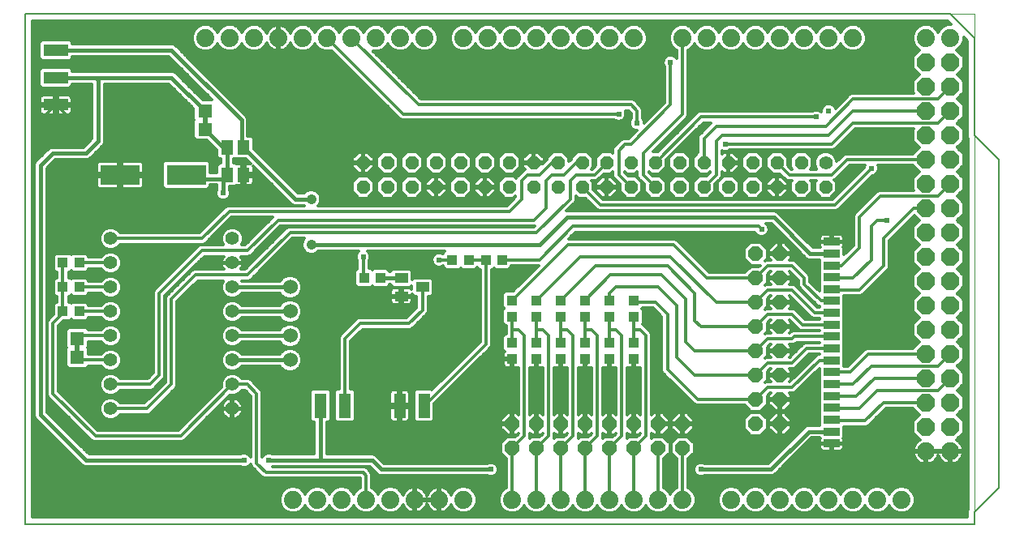
<source format=gtl>
G75*
%MOIN*%
%OFA0B0*%
%FSLAX24Y24*%
%IPPOS*%
%LPD*%
%AMOC8*
5,1,8,0,0,1.08239X$1,22.5*
%
%ADD10C,0.0000*%
%ADD11C,0.0080*%
%ADD12C,0.0740*%
%ADD13OC8,0.0740*%
%ADD14R,0.0433X0.0394*%
%ADD15R,0.1000X0.0500*%
%ADD16R,0.0512X0.0591*%
%ADD17R,0.1614X0.0827*%
%ADD18R,0.0660X0.0320*%
%ADD19C,0.0560*%
%ADD20OC8,0.0560*%
%ADD21C,0.0554*%
%ADD22C,0.0600*%
%ADD23R,0.0394X0.0433*%
%ADD24R,0.0580X0.0550*%
%ADD25R,0.0200X0.0400*%
%ADD26OC8,0.0600*%
%ADD27R,0.0551X0.0394*%
%ADD28R,0.0500X0.1000*%
%ADD29C,0.0317*%
%ADD30C,0.0120*%
%ADD31C,0.0413*%
%ADD32C,0.0160*%
%ADD33C,0.0238*%
D10*
X004943Y000500D02*
X004943Y021495D01*
X043935Y021495D01*
X043935Y000500D01*
X004943Y000500D01*
D11*
X004943Y021500D01*
X042943Y021500D01*
X043943Y020500D01*
X043943Y016500D01*
X044943Y015500D01*
X044943Y002000D01*
X043943Y001000D01*
X043943Y000500D01*
X004943Y000500D01*
D12*
X015943Y001500D03*
X016943Y001500D03*
X017943Y001500D03*
X018943Y001500D03*
X019943Y001500D03*
X020943Y001500D03*
X021943Y001500D03*
X022943Y001500D03*
X024943Y001500D03*
X025943Y001500D03*
X026943Y001500D03*
X027943Y001500D03*
X028943Y001500D03*
X029943Y001500D03*
X030943Y001500D03*
X031943Y001500D03*
X033943Y001500D03*
X034943Y001500D03*
X035943Y001500D03*
X036943Y001500D03*
X037943Y001500D03*
X038943Y001500D03*
X039943Y001500D03*
X040943Y001500D03*
X041943Y003500D03*
X042943Y003500D03*
X042943Y020500D03*
X041943Y020500D03*
X038943Y020500D03*
X037943Y020500D03*
X036943Y020500D03*
X035943Y020500D03*
X034943Y020500D03*
X033943Y020500D03*
X032943Y020500D03*
X031943Y020500D03*
X029943Y020500D03*
X028943Y020500D03*
X027943Y020500D03*
X026943Y020500D03*
X025943Y020500D03*
X024943Y020500D03*
X023943Y020500D03*
X022943Y020500D03*
X021343Y020500D03*
X020343Y020500D03*
X019343Y020500D03*
X018343Y020500D03*
X017343Y020500D03*
X016343Y020500D03*
X015343Y020500D03*
X014343Y020500D03*
X013343Y020500D03*
X012343Y020500D03*
D13*
X041943Y019500D03*
X042943Y019500D03*
X042943Y018500D03*
X041943Y018500D03*
X041943Y017500D03*
X042943Y017500D03*
X042943Y016500D03*
X041943Y016500D03*
X041943Y015500D03*
X042943Y015500D03*
X042943Y014500D03*
X041943Y014500D03*
X041943Y013500D03*
X042943Y013500D03*
X042943Y012500D03*
X041943Y012500D03*
X041943Y011500D03*
X042943Y011500D03*
X042943Y010500D03*
X041943Y010500D03*
X041943Y009500D03*
X042943Y009500D03*
X042943Y008500D03*
X041943Y008500D03*
X041943Y007500D03*
X042943Y007500D03*
X042943Y006500D03*
X041943Y006500D03*
X041943Y005500D03*
X042943Y005500D03*
X042943Y004500D03*
X041943Y004500D03*
D14*
X029943Y007290D03*
X029943Y007960D03*
X028943Y007960D03*
X028943Y007290D03*
X027943Y007290D03*
X027943Y007960D03*
X026943Y007960D03*
X026943Y007290D03*
X025943Y007290D03*
X025943Y007960D03*
X024943Y007960D03*
X024943Y007290D03*
X024943Y009040D03*
X025943Y009040D03*
X026943Y009040D03*
X027943Y009040D03*
X027943Y009710D03*
X026943Y009710D03*
X025943Y009710D03*
X024943Y009710D03*
X028943Y009710D03*
X029943Y009710D03*
X029943Y009040D03*
X028943Y009040D03*
D15*
X006193Y017750D03*
X006193Y018875D03*
X006193Y020000D03*
D16*
X013233Y016000D03*
X013902Y016000D03*
X013902Y014875D03*
X013233Y014875D03*
D17*
X011551Y014875D03*
X008835Y014875D03*
D18*
X038068Y012125D03*
X038068Y011637D03*
X038068Y011149D03*
X038068Y010660D03*
X038068Y010172D03*
X038068Y009684D03*
X038068Y009196D03*
X038068Y008708D03*
X038068Y008219D03*
X038068Y007731D03*
X038068Y007243D03*
X038068Y006755D03*
X038068Y006267D03*
X038068Y005779D03*
X038068Y005290D03*
X038068Y004802D03*
X038068Y004314D03*
X038068Y003826D03*
D19*
X037818Y015375D03*
D20*
X036818Y015375D03*
X035818Y015375D03*
X034818Y015375D03*
X033818Y015375D03*
X033818Y014375D03*
X034818Y014375D03*
X035818Y014375D03*
X036818Y014375D03*
X037818Y014375D03*
X032818Y014375D03*
X031818Y014375D03*
X030818Y014375D03*
X029818Y014375D03*
X029818Y015375D03*
X030818Y015375D03*
X031818Y015375D03*
X032818Y015375D03*
X028818Y015375D03*
X027818Y015375D03*
X026818Y015375D03*
X025818Y015375D03*
X024818Y015375D03*
X024818Y014375D03*
X025818Y014375D03*
X026818Y014375D03*
X027818Y014375D03*
X028818Y014375D03*
X023818Y014375D03*
X022818Y014375D03*
X021818Y014375D03*
X020818Y014375D03*
X020818Y015375D03*
X021818Y015375D03*
X022818Y015375D03*
X023818Y015375D03*
X019818Y015375D03*
X018818Y015375D03*
X018818Y014375D03*
X019818Y014375D03*
D21*
X013443Y012250D03*
X013443Y011250D03*
X013443Y010250D03*
X013443Y009250D03*
X013443Y008250D03*
X013443Y007250D03*
X013443Y006250D03*
X013443Y005250D03*
X008443Y005250D03*
X008443Y006250D03*
X008443Y007250D03*
X008443Y008250D03*
X008443Y009250D03*
X008443Y010250D03*
X008443Y011250D03*
X008443Y012250D03*
D22*
X015818Y010250D03*
X015818Y009250D03*
X015818Y008250D03*
X015818Y007250D03*
D23*
X018858Y010625D03*
X019527Y010625D03*
X022483Y011375D03*
X023152Y011375D03*
X023858Y011375D03*
X024527Y011375D03*
X007152Y011250D03*
X006483Y011250D03*
X006483Y010250D03*
X007152Y010250D03*
X007152Y009250D03*
X006483Y009250D03*
D24*
X007068Y008130D03*
X007068Y007370D03*
X012318Y016745D03*
X012318Y017505D03*
D25*
X012318Y017125D03*
X007068Y007750D03*
D26*
X024943Y004625D03*
X025943Y004625D03*
X026943Y004625D03*
X027943Y004625D03*
X028943Y004625D03*
X029943Y004625D03*
X030943Y004625D03*
X031943Y004625D03*
X031943Y003625D03*
X030943Y003625D03*
X029943Y003625D03*
X028943Y003625D03*
X027943Y003625D03*
X026943Y003625D03*
X025943Y003625D03*
X024943Y003625D03*
X034943Y004625D03*
X035943Y004625D03*
X035943Y005625D03*
X034943Y005625D03*
X034943Y006625D03*
X035943Y006625D03*
X035943Y007625D03*
X034943Y007625D03*
X034943Y008625D03*
X035943Y008625D03*
X035943Y009625D03*
X034943Y009625D03*
X034943Y010625D03*
X035943Y010625D03*
X035943Y011625D03*
X034943Y011625D03*
D27*
X021251Y010250D03*
X020385Y009876D03*
X020385Y010624D03*
D28*
X020318Y005375D03*
X021318Y005375D03*
X018068Y005375D03*
X017068Y005375D03*
D29*
X024943Y006750D03*
X025943Y006750D03*
X026943Y006750D03*
X027943Y006750D03*
X028943Y006750D03*
X029943Y006750D03*
X006693Y017000D03*
X006193Y017000D03*
X005693Y017000D03*
D30*
X005693Y017250D01*
X006193Y017750D01*
X006693Y017250D01*
X006693Y017000D01*
X006193Y017000D02*
X006193Y017750D01*
X006253Y017801D02*
X007683Y017801D01*
X007683Y017683D02*
X006853Y017683D01*
X006853Y017690D02*
X006253Y017690D01*
X006253Y017810D01*
X006853Y017810D01*
X006853Y018021D01*
X006842Y018062D01*
X006821Y018098D01*
X006791Y018128D01*
X006755Y018149D01*
X006714Y018160D01*
X006253Y018160D01*
X006253Y017810D01*
X006133Y017810D01*
X006133Y018160D01*
X005672Y018160D01*
X005631Y018149D01*
X005595Y018128D01*
X005565Y018098D01*
X005544Y018062D01*
X005533Y018021D01*
X005533Y017810D01*
X006133Y017810D01*
X006133Y017690D01*
X006253Y017690D01*
X006253Y017340D01*
X006714Y017340D01*
X006755Y017351D01*
X006791Y017372D01*
X006821Y017402D01*
X006842Y017438D01*
X006853Y017479D01*
X006853Y017690D01*
X006853Y017564D02*
X007683Y017564D01*
X007683Y017446D02*
X006844Y017446D01*
X006853Y017920D02*
X007683Y017920D01*
X007683Y018038D02*
X006848Y018038D01*
X006727Y018157D02*
X007683Y018157D01*
X007683Y018275D02*
X005243Y018275D01*
X005243Y018157D02*
X005659Y018157D01*
X005537Y018038D02*
X005243Y018038D01*
X005243Y017920D02*
X005533Y017920D01*
X005533Y017690D02*
X005533Y017479D01*
X005544Y017438D01*
X005565Y017402D01*
X005595Y017372D01*
X005631Y017351D01*
X005672Y017340D01*
X006133Y017340D01*
X006133Y017690D01*
X005533Y017690D01*
X005533Y017683D02*
X005243Y017683D01*
X005243Y017801D02*
X006133Y017801D01*
X006133Y017683D02*
X006253Y017683D01*
X006253Y017564D02*
X006133Y017564D01*
X006133Y017446D02*
X006253Y017446D01*
X005542Y017446D02*
X005243Y017446D01*
X005243Y017564D02*
X005533Y017564D01*
X005243Y017327D02*
X007683Y017327D01*
X007683Y017209D02*
X005243Y017209D01*
X005243Y017090D02*
X007683Y017090D01*
X007683Y016972D02*
X005243Y016972D01*
X005243Y016853D02*
X007683Y016853D01*
X007683Y016735D02*
X005243Y016735D01*
X005243Y016616D02*
X007683Y016616D01*
X007683Y016498D02*
X005243Y016498D01*
X005243Y016379D02*
X007683Y016379D01*
X007683Y016358D02*
X007335Y016010D01*
X006016Y016010D01*
X005921Y015970D01*
X005847Y015897D01*
X005347Y015397D01*
X005308Y015302D01*
X005308Y004948D01*
X005347Y004853D01*
X005421Y004780D01*
X007296Y002905D01*
X007391Y002865D01*
X013789Y002865D01*
X013883Y002826D01*
X014002Y002826D01*
X014112Y002871D01*
X014196Y002956D01*
X014203Y002971D01*
X014203Y002952D01*
X014239Y002864D01*
X014307Y002797D01*
X014614Y002489D01*
X014682Y002422D01*
X014770Y002385D01*
X018703Y002385D01*
X018703Y001996D01*
X018631Y001966D01*
X018477Y001812D01*
X018443Y001730D01*
X018409Y001812D01*
X018254Y001966D01*
X018052Y002050D01*
X017833Y002050D01*
X017631Y001966D01*
X017477Y001812D01*
X017443Y001730D01*
X017409Y001812D01*
X017254Y001966D01*
X017052Y002050D01*
X016833Y002050D01*
X016631Y001966D01*
X016477Y001812D01*
X016443Y001730D01*
X016409Y001812D01*
X016254Y001966D01*
X016052Y002050D01*
X015833Y002050D01*
X015631Y001966D01*
X015477Y001812D01*
X015393Y001609D01*
X015393Y001391D01*
X015477Y001188D01*
X015631Y001034D01*
X015833Y000950D01*
X016052Y000950D01*
X016254Y001034D01*
X016409Y001188D01*
X016443Y001270D01*
X016477Y001188D01*
X016631Y001034D01*
X016833Y000950D01*
X017052Y000950D01*
X017254Y001034D01*
X017409Y001188D01*
X017443Y001270D01*
X017477Y001188D01*
X017631Y001034D01*
X017833Y000950D01*
X018052Y000950D01*
X018254Y001034D01*
X018409Y001188D01*
X018443Y001270D01*
X018477Y001188D01*
X018631Y001034D01*
X018833Y000950D01*
X019052Y000950D01*
X019254Y001034D01*
X019409Y001188D01*
X019443Y001270D01*
X019477Y001188D01*
X019631Y001034D01*
X019833Y000950D01*
X020052Y000950D01*
X020254Y001034D01*
X020409Y001188D01*
X020453Y001294D01*
X020490Y001222D01*
X020539Y001155D01*
X020598Y001096D01*
X020665Y001047D01*
X020739Y001009D01*
X020819Y000983D01*
X020901Y000970D01*
X020903Y000970D01*
X020903Y001460D01*
X020983Y001460D01*
X020983Y001540D01*
X021903Y001540D01*
X021903Y002030D01*
X021901Y002030D01*
X021819Y002017D01*
X021739Y001991D01*
X021665Y001953D01*
X021598Y001904D01*
X021539Y001845D01*
X021490Y001778D01*
X021452Y001703D01*
X021443Y001676D01*
X021434Y001703D01*
X021396Y001778D01*
X021347Y001845D01*
X021288Y001904D01*
X021221Y001953D01*
X021146Y001991D01*
X021067Y002017D01*
X020985Y002030D01*
X020983Y002030D01*
X020983Y001540D01*
X020903Y001540D01*
X020903Y002030D01*
X020901Y002030D01*
X020819Y002017D01*
X020739Y001991D01*
X020665Y001953D01*
X020598Y001904D01*
X020539Y001845D01*
X020490Y001778D01*
X020453Y001706D01*
X020409Y001812D01*
X020254Y001966D01*
X020052Y002050D01*
X019833Y002050D01*
X019631Y001966D01*
X019477Y001812D01*
X019443Y001730D01*
X019409Y001812D01*
X019254Y001966D01*
X019183Y001996D01*
X019183Y002548D01*
X019146Y002636D01*
X019021Y002761D01*
X018954Y002828D01*
X018866Y002865D01*
X015097Y002865D01*
X019085Y002865D01*
X019421Y002530D01*
X019516Y002490D01*
X023914Y002490D01*
X024008Y002451D01*
X024127Y002451D01*
X024237Y002496D01*
X024321Y002581D01*
X024367Y002691D01*
X024367Y002809D01*
X024321Y002919D01*
X024237Y003004D01*
X024127Y003049D01*
X024008Y003049D01*
X023914Y003010D01*
X019676Y003010D01*
X019413Y003272D01*
X019340Y003345D01*
X019245Y003385D01*
X017328Y003385D01*
X017328Y004695D01*
X017392Y004695D01*
X017498Y004800D01*
X017498Y005950D01*
X017392Y006055D01*
X016743Y006055D01*
X016638Y005950D01*
X016638Y004800D01*
X016743Y004695D01*
X016808Y004695D01*
X016808Y003385D01*
X015097Y003385D01*
X015002Y003424D01*
X014883Y003424D01*
X014773Y003379D01*
X014689Y003294D01*
X014683Y003279D01*
X014683Y005923D01*
X014646Y006011D01*
X014271Y006386D01*
X014204Y006453D01*
X014116Y006490D01*
X013838Y006490D01*
X013830Y006509D01*
X013702Y006638D01*
X013534Y006707D01*
X013352Y006707D01*
X013184Y006638D01*
X013055Y006509D01*
X012986Y006341D01*
X012986Y006159D01*
X012994Y006140D01*
X011218Y004365D01*
X007917Y004365D01*
X006308Y005974D01*
X006308Y008651D01*
X006511Y008853D01*
X006755Y008853D01*
X006818Y008917D01*
X006881Y008853D01*
X007424Y008853D01*
X007529Y008959D01*
X007529Y009010D01*
X008047Y009010D01*
X008055Y008991D01*
X008184Y008862D01*
X008352Y008793D01*
X008534Y008793D01*
X008702Y008862D01*
X008830Y008991D01*
X008900Y009159D01*
X008900Y009341D01*
X008830Y009509D01*
X008702Y009638D01*
X008534Y009707D01*
X008352Y009707D01*
X008184Y009638D01*
X008055Y009509D01*
X008047Y009490D01*
X007529Y009490D01*
X007529Y009541D01*
X007424Y009647D01*
X006881Y009647D01*
X006818Y009583D01*
X006755Y009647D01*
X006723Y009647D01*
X006723Y009853D01*
X006755Y009853D01*
X006818Y009917D01*
X006881Y009853D01*
X007424Y009853D01*
X007529Y009959D01*
X007529Y010010D01*
X008047Y010010D01*
X008055Y009991D01*
X008184Y009862D01*
X008352Y009793D01*
X008534Y009793D01*
X008702Y009862D01*
X008830Y009991D01*
X008900Y010159D01*
X008900Y010341D01*
X008830Y010509D01*
X008702Y010638D01*
X008534Y010707D01*
X008352Y010707D01*
X008184Y010638D01*
X008055Y010509D01*
X008047Y010490D01*
X007529Y010490D01*
X007529Y010541D01*
X007424Y010647D01*
X006881Y010647D01*
X006818Y010583D01*
X006755Y010647D01*
X006723Y010647D01*
X006723Y010853D01*
X006755Y010853D01*
X006818Y010917D01*
X006881Y010853D01*
X007424Y010853D01*
X007529Y010959D01*
X007529Y011010D01*
X008047Y011010D01*
X008055Y010991D01*
X008184Y010862D01*
X008352Y010793D01*
X008534Y010793D01*
X008702Y010862D01*
X008830Y010991D01*
X008900Y011159D01*
X008900Y011341D01*
X008830Y011509D01*
X008702Y011638D01*
X008534Y011707D01*
X008352Y011707D01*
X008184Y011638D01*
X008055Y011509D01*
X008047Y011490D01*
X007529Y011490D01*
X007529Y011541D01*
X007424Y011647D01*
X006881Y011647D01*
X006818Y011583D01*
X006755Y011647D01*
X006212Y011647D01*
X006106Y011541D01*
X006106Y010959D01*
X006212Y010853D01*
X006243Y010853D01*
X006243Y010647D01*
X006212Y010647D01*
X006106Y010541D01*
X006106Y009959D01*
X006212Y009853D01*
X006243Y009853D01*
X006243Y009647D01*
X006212Y009647D01*
X006106Y009541D01*
X006106Y009128D01*
X005932Y008953D01*
X005864Y008886D01*
X005828Y008798D01*
X005828Y005827D01*
X005864Y005739D01*
X007614Y003989D01*
X007682Y003922D01*
X007770Y003885D01*
X011366Y003885D01*
X011454Y003922D01*
X013333Y005801D01*
X013352Y005793D01*
X013534Y005793D01*
X013702Y005862D01*
X013830Y005991D01*
X013838Y006010D01*
X013968Y006010D01*
X014203Y005776D01*
X014203Y003279D01*
X014196Y003294D01*
X014112Y003379D01*
X014002Y003424D01*
X013883Y003424D01*
X013789Y003385D01*
X007551Y003385D01*
X005828Y005108D01*
X005828Y015142D01*
X006176Y015490D01*
X007495Y015490D01*
X007590Y015530D01*
X008090Y016030D01*
X008163Y016103D01*
X008203Y016198D01*
X008203Y018615D01*
X010840Y018615D01*
X011848Y017607D01*
X011848Y017155D01*
X011878Y017125D01*
X011848Y017095D01*
X011848Y016395D01*
X011953Y016290D01*
X012405Y016290D01*
X012797Y015898D01*
X012797Y015630D01*
X012903Y015525D01*
X012973Y015525D01*
X012973Y015350D01*
X012903Y015350D01*
X012797Y015245D01*
X012797Y014970D01*
X012538Y014970D01*
X012538Y015363D01*
X012433Y015468D01*
X010669Y015468D01*
X010564Y015363D01*
X010564Y014387D01*
X010669Y014282D01*
X012433Y014282D01*
X012538Y014387D01*
X012538Y014450D01*
X012808Y014450D01*
X012808Y014279D01*
X012769Y014184D01*
X012769Y014066D01*
X012814Y013956D01*
X012898Y013871D01*
X013008Y013826D01*
X013127Y013826D01*
X013237Y013871D01*
X013321Y013956D01*
X013367Y014066D01*
X013367Y014184D01*
X013328Y014279D01*
X013328Y014400D01*
X013564Y014400D01*
X013593Y014429D01*
X013626Y014420D01*
X013842Y014420D01*
X013842Y014815D01*
X013962Y014815D01*
X013962Y014420D01*
X014179Y014420D01*
X014220Y014431D01*
X014257Y014452D01*
X014286Y014481D01*
X014307Y014518D01*
X014318Y014559D01*
X014318Y014815D01*
X013962Y014815D01*
X013962Y014935D01*
X013842Y014935D01*
X013842Y015330D01*
X013626Y015330D01*
X013593Y015321D01*
X013564Y015350D01*
X013493Y015350D01*
X013493Y015525D01*
X013564Y015525D01*
X013568Y015529D01*
X013572Y015525D01*
X014010Y015525D01*
X014214Y015321D01*
X014179Y015330D01*
X013962Y015330D01*
X013962Y014935D01*
X014318Y014935D01*
X014318Y015191D01*
X014309Y015226D01*
X015880Y013655D01*
X015976Y013615D01*
X016406Y013615D01*
X013270Y013615D01*
X013182Y013578D01*
X012093Y012490D01*
X008838Y012490D01*
X008830Y012509D01*
X008702Y012638D01*
X008534Y012707D01*
X008352Y012707D01*
X008184Y012638D01*
X008055Y012509D01*
X007986Y012341D01*
X007986Y012159D01*
X008055Y011991D01*
X008184Y011862D01*
X008352Y011793D01*
X008534Y011793D01*
X008702Y011862D01*
X008830Y011991D01*
X008838Y012010D01*
X012241Y012010D01*
X012329Y012047D01*
X012396Y012114D01*
X013417Y013135D01*
X015113Y013135D01*
X013968Y011990D01*
X013829Y011990D01*
X013830Y011991D01*
X013900Y012159D01*
X013900Y012341D01*
X013830Y012509D01*
X013702Y012638D01*
X013534Y012707D01*
X013352Y012707D01*
X013184Y012638D01*
X013055Y012509D01*
X012986Y012341D01*
X012986Y012159D01*
X013055Y011991D01*
X013056Y011990D01*
X012145Y011990D01*
X012057Y011953D01*
X010307Y010203D01*
X010239Y010136D01*
X010203Y010048D01*
X010203Y006724D01*
X009968Y006490D01*
X008838Y006490D01*
X008830Y006509D01*
X008702Y006638D01*
X008534Y006707D01*
X008352Y006707D01*
X008184Y006638D01*
X008055Y006509D01*
X007986Y006341D01*
X007986Y006159D01*
X008055Y005991D01*
X008184Y005862D01*
X008352Y005793D01*
X008534Y005793D01*
X008702Y005862D01*
X008830Y005991D01*
X008838Y006010D01*
X010116Y006010D01*
X010204Y006047D01*
X010646Y006489D01*
X010683Y006577D01*
X010683Y009901D01*
X012292Y011510D01*
X013091Y011510D01*
X013069Y011479D01*
X013038Y011418D01*
X013016Y011352D01*
X013006Y011284D01*
X013006Y011279D01*
X013414Y011279D01*
X013414Y011221D01*
X013006Y011221D01*
X013006Y011216D01*
X013016Y011148D01*
X013038Y011082D01*
X013069Y011021D01*
X013091Y010990D01*
X011895Y010990D01*
X011807Y010953D01*
X010807Y009953D01*
X010739Y009886D01*
X010703Y009798D01*
X010703Y006349D01*
X009843Y005490D01*
X008838Y005490D01*
X008830Y005509D01*
X008702Y005638D01*
X008534Y005707D01*
X008352Y005707D01*
X008184Y005638D01*
X008055Y005509D01*
X007986Y005341D01*
X007986Y005159D01*
X008055Y004991D01*
X008184Y004862D01*
X008352Y004793D01*
X008534Y004793D01*
X008702Y004862D01*
X008830Y004991D01*
X008838Y005010D01*
X009991Y005010D01*
X010079Y005047D01*
X010146Y005114D01*
X011146Y006114D01*
X011183Y006202D01*
X011183Y009651D01*
X012042Y010510D01*
X013056Y010510D01*
X013055Y010509D01*
X012986Y010341D01*
X012986Y010159D01*
X013055Y009991D01*
X013184Y009862D01*
X013352Y009793D01*
X013534Y009793D01*
X013702Y009862D01*
X013829Y009990D01*
X015406Y009990D01*
X015411Y009978D01*
X015546Y009843D01*
X015722Y009770D01*
X015913Y009770D01*
X016090Y009843D01*
X016225Y009978D01*
X016298Y010155D01*
X016298Y010345D01*
X016225Y010522D01*
X016090Y010657D01*
X015913Y010730D01*
X015722Y010730D01*
X015546Y010657D01*
X015411Y010522D01*
X015406Y010510D01*
X013829Y010510D01*
X014116Y010510D01*
X014204Y010547D01*
X014271Y010614D01*
X015917Y012260D01*
X016406Y012260D01*
X016365Y012219D01*
X016306Y012077D01*
X016306Y011923D01*
X016365Y011781D01*
X016474Y011672D01*
X016616Y011613D01*
X016770Y011613D01*
X016912Y011672D01*
X016980Y011740D01*
X018635Y011740D01*
X018564Y011669D01*
X018519Y011559D01*
X018519Y011441D01*
X018564Y011331D01*
X018578Y011317D01*
X018578Y011013D01*
X018481Y010916D01*
X018481Y010334D01*
X018587Y010228D01*
X019130Y010228D01*
X019193Y010292D01*
X019256Y010228D01*
X019799Y010228D01*
X019904Y010334D01*
X019904Y010364D01*
X019929Y010364D01*
X019929Y010353D01*
X020035Y010247D01*
X020735Y010247D01*
X020795Y010308D01*
X020795Y010159D01*
X020788Y010171D01*
X020759Y010201D01*
X020722Y010222D01*
X020681Y010233D01*
X020423Y010233D01*
X020423Y009914D01*
X020820Y009914D01*
X020820Y009954D01*
X020901Y009873D01*
X021011Y009873D01*
X021011Y009407D01*
X020593Y008990D01*
X018645Y008990D01*
X018557Y008953D01*
X017932Y008328D01*
X017864Y008261D01*
X017828Y008173D01*
X017828Y006055D01*
X017743Y006055D01*
X017638Y005950D01*
X017638Y004800D01*
X017743Y004695D01*
X018392Y004695D01*
X018498Y004800D01*
X018498Y005950D01*
X018392Y006055D01*
X018308Y006055D01*
X018308Y008026D01*
X018792Y008510D01*
X020741Y008510D01*
X020829Y008547D01*
X020896Y008614D01*
X021454Y009172D01*
X021491Y009260D01*
X021491Y009873D01*
X021601Y009873D01*
X021707Y009979D01*
X021707Y010521D01*
X021601Y010627D01*
X020901Y010627D01*
X020840Y010566D01*
X020840Y010895D01*
X020735Y011001D01*
X020035Y011001D01*
X019929Y010895D01*
X019929Y010884D01*
X019904Y010884D01*
X019904Y010916D01*
X019799Y011022D01*
X019256Y011022D01*
X019193Y010958D01*
X019130Y011022D01*
X019058Y011022D01*
X019058Y011317D01*
X019071Y011331D01*
X019117Y011441D01*
X019117Y011559D01*
X019071Y011669D01*
X019001Y011740D01*
X022180Y011740D01*
X022106Y011666D01*
X022106Y011631D01*
X022002Y011674D01*
X021883Y011674D01*
X021773Y011629D01*
X021689Y011544D01*
X021644Y011434D01*
X021644Y011316D01*
X021689Y011206D01*
X021773Y011121D01*
X021883Y011076D01*
X022002Y011076D01*
X022106Y011119D01*
X022106Y011084D01*
X022212Y010978D01*
X022755Y010978D01*
X022818Y011042D01*
X022881Y010978D01*
X023424Y010978D01*
X023505Y011060D01*
X023587Y010978D01*
X023618Y010978D01*
X023618Y008015D01*
X021650Y006047D01*
X021642Y006055D01*
X020993Y006055D01*
X020888Y005950D01*
X020888Y004800D01*
X020993Y004695D01*
X021642Y004695D01*
X021748Y004800D01*
X021748Y005466D01*
X024062Y007779D01*
X024098Y007868D01*
X024098Y010978D01*
X024130Y010978D01*
X024193Y011042D01*
X024256Y010978D01*
X024799Y010978D01*
X024904Y011084D01*
X024904Y011135D01*
X026029Y011135D01*
X024980Y010086D01*
X024652Y010086D01*
X024546Y009981D01*
X024546Y009438D01*
X024610Y009375D01*
X024546Y009312D01*
X024546Y008769D01*
X024652Y008664D01*
X024703Y008664D01*
X024703Y008336D01*
X024652Y008336D01*
X024546Y008231D01*
X024546Y007688D01*
X024624Y007611D01*
X024598Y007585D01*
X024577Y007549D01*
X024566Y007508D01*
X024566Y007329D01*
X024904Y007329D01*
X024904Y007252D01*
X024566Y007252D01*
X024566Y007072D01*
X024577Y007032D01*
X024598Y006995D01*
X024628Y006965D01*
X024665Y006944D01*
X024705Y006934D01*
X024904Y006934D01*
X024904Y007252D01*
X024981Y007252D01*
X024981Y006934D01*
X025180Y006934D01*
X025203Y006940D01*
X025203Y005016D01*
X025133Y005085D01*
X024983Y005085D01*
X024983Y004665D01*
X024903Y004665D01*
X024903Y005085D01*
X024752Y005085D01*
X024483Y004816D01*
X024483Y004665D01*
X024903Y004665D01*
X024903Y004585D01*
X024983Y004585D01*
X024983Y004165D01*
X025133Y004165D01*
X025203Y004234D01*
X025203Y004224D01*
X025083Y004105D01*
X024744Y004105D01*
X024463Y003824D01*
X024463Y003426D01*
X024703Y003186D01*
X024703Y001996D01*
X024631Y001966D01*
X024477Y001812D01*
X024393Y001609D01*
X024393Y001391D01*
X024477Y001188D01*
X024631Y001034D01*
X024833Y000950D01*
X025052Y000950D01*
X025254Y001034D01*
X025409Y001188D01*
X025443Y001270D01*
X025477Y001188D01*
X025631Y001034D01*
X025833Y000950D01*
X026052Y000950D01*
X026254Y001034D01*
X026409Y001188D01*
X026443Y001270D01*
X026477Y001188D01*
X026631Y001034D01*
X026833Y000950D01*
X027052Y000950D01*
X027254Y001034D01*
X027409Y001188D01*
X027443Y001270D01*
X027477Y001188D01*
X027631Y001034D01*
X027833Y000950D01*
X028052Y000950D01*
X028254Y001034D01*
X028409Y001188D01*
X028443Y001270D01*
X028477Y001188D01*
X028631Y001034D01*
X028833Y000950D01*
X029052Y000950D01*
X029254Y001034D01*
X029409Y001188D01*
X029443Y001270D01*
X029477Y001188D01*
X029631Y001034D01*
X029833Y000950D01*
X030052Y000950D01*
X030254Y001034D01*
X030409Y001188D01*
X030443Y001270D01*
X030477Y001188D01*
X030631Y001034D01*
X030833Y000950D01*
X031052Y000950D01*
X031254Y001034D01*
X031409Y001188D01*
X031443Y001270D01*
X031477Y001188D01*
X031631Y001034D01*
X031833Y000950D01*
X032052Y000950D01*
X032254Y001034D01*
X032409Y001188D01*
X032493Y001391D01*
X032493Y001609D01*
X032409Y001812D01*
X032254Y001966D01*
X032183Y001996D01*
X032183Y003186D01*
X032423Y003426D01*
X032423Y003824D01*
X032142Y004105D01*
X031744Y004105D01*
X031463Y003824D01*
X031463Y003426D01*
X031703Y003186D01*
X031703Y001996D01*
X031631Y001966D01*
X031477Y001812D01*
X031443Y001730D01*
X031409Y001812D01*
X031254Y001966D01*
X031183Y001996D01*
X031183Y003186D01*
X031423Y003426D01*
X031423Y003824D01*
X031142Y004105D01*
X030744Y004105D01*
X030659Y004020D01*
X030683Y004077D01*
X030683Y004234D01*
X030752Y004165D01*
X030903Y004165D01*
X030903Y004585D01*
X030983Y004585D01*
X030983Y004665D01*
X031403Y004665D01*
X031403Y004816D01*
X031133Y005085D01*
X030983Y005085D01*
X030983Y004665D01*
X030903Y004665D01*
X030903Y005085D01*
X030752Y005085D01*
X030683Y005016D01*
X030683Y008298D01*
X030646Y008386D01*
X030396Y008636D01*
X030329Y008703D01*
X030290Y008720D01*
X030339Y008769D01*
X030339Y009312D01*
X030276Y009375D01*
X030286Y009385D01*
X030718Y009385D01*
X031078Y009026D01*
X031078Y006827D01*
X031114Y006739D01*
X031182Y006672D01*
X032432Y005422D01*
X032520Y005385D01*
X034504Y005385D01*
X034744Y005145D01*
X035142Y005145D01*
X035423Y005426D01*
X035423Y005766D01*
X035542Y005885D01*
X035552Y005885D01*
X035483Y005816D01*
X035483Y005665D01*
X035903Y005665D01*
X035903Y005585D01*
X035983Y005585D01*
X035983Y005665D01*
X036403Y005665D01*
X036403Y005816D01*
X036333Y005885D01*
X036491Y005885D01*
X036579Y005922D01*
X036646Y005989D01*
X037558Y006901D01*
X037558Y006520D01*
X037567Y006511D01*
X037558Y006501D01*
X037558Y006032D01*
X037567Y006023D01*
X037558Y006013D01*
X037558Y005544D01*
X037567Y005534D01*
X037558Y005525D01*
X037558Y005056D01*
X037567Y005046D01*
X037558Y005037D01*
X037558Y004574D01*
X037080Y004574D01*
X036985Y004534D01*
X035460Y003010D01*
X032847Y003010D01*
X032752Y003049D01*
X032633Y003049D01*
X032523Y003004D01*
X032439Y002919D01*
X032394Y002809D01*
X032394Y002691D01*
X032439Y002581D01*
X032523Y002496D01*
X032633Y002451D01*
X032752Y002451D01*
X032847Y002490D01*
X035620Y002490D01*
X035715Y002530D01*
X035788Y002603D01*
X037240Y004054D01*
X037583Y004054D01*
X037589Y004048D01*
X037589Y004048D01*
X037578Y004007D01*
X037578Y003846D01*
X038048Y003846D01*
X038048Y003806D01*
X037578Y003806D01*
X037578Y003645D01*
X037589Y003604D01*
X037610Y003568D01*
X037640Y003538D01*
X037676Y003517D01*
X037717Y003506D01*
X038048Y003506D01*
X038048Y003806D01*
X038088Y003806D01*
X038088Y003846D01*
X038558Y003846D01*
X038558Y004007D01*
X038547Y004048D01*
X038578Y004079D01*
X038578Y004510D01*
X039491Y004510D01*
X039579Y004547D01*
X039646Y004614D01*
X040292Y005260D01*
X041405Y005260D01*
X041665Y005000D01*
X041393Y004728D01*
X041393Y004272D01*
X041696Y003969D01*
X041665Y003953D01*
X041598Y003904D01*
X041539Y003845D01*
X041490Y003778D01*
X041452Y003703D01*
X041426Y003624D01*
X041413Y003542D01*
X041413Y003540D01*
X041903Y003540D01*
X041903Y003460D01*
X041983Y003460D01*
X041983Y003540D01*
X042903Y003540D01*
X042903Y003460D01*
X042983Y003460D01*
X042983Y003540D01*
X043473Y003540D01*
X043473Y003542D01*
X043460Y003624D01*
X043434Y003703D01*
X043396Y003778D01*
X043347Y003845D01*
X043288Y003904D01*
X043221Y003953D01*
X043190Y003969D01*
X043493Y004272D01*
X043493Y004728D01*
X043221Y005000D01*
X043493Y005272D01*
X043493Y005728D01*
X043221Y006000D01*
X043493Y006272D01*
X043493Y006728D01*
X043221Y007000D01*
X043493Y007272D01*
X043493Y007728D01*
X043221Y008000D01*
X043493Y008272D01*
X043493Y008728D01*
X043221Y009000D01*
X043493Y009272D01*
X043493Y009728D01*
X043221Y010000D01*
X043493Y010272D01*
X043493Y010728D01*
X043221Y011000D01*
X043493Y011272D01*
X043493Y011728D01*
X043221Y012000D01*
X043493Y012272D01*
X043493Y012728D01*
X043221Y013000D01*
X043493Y013272D01*
X043493Y013728D01*
X043221Y014000D01*
X043493Y014272D01*
X043493Y014728D01*
X043221Y015000D01*
X043493Y015272D01*
X043493Y015728D01*
X043221Y016000D01*
X043493Y016272D01*
X043493Y016728D01*
X043221Y017000D01*
X043493Y017272D01*
X043493Y017728D01*
X043221Y018000D01*
X043493Y018272D01*
X043493Y018728D01*
X043221Y019000D01*
X043493Y019272D01*
X043493Y019728D01*
X043207Y020014D01*
X043254Y020034D01*
X043409Y020188D01*
X043493Y020391D01*
X043493Y020526D01*
X043643Y020376D01*
X043643Y016440D01*
X043675Y016363D01*
X043675Y001137D01*
X043643Y001060D01*
X043643Y000800D01*
X005243Y000800D01*
X005243Y021200D01*
X042819Y021200D01*
X042969Y021050D01*
X042833Y021050D01*
X042631Y020966D01*
X042477Y020812D01*
X042443Y020730D01*
X042409Y020812D01*
X042254Y020966D01*
X042052Y021050D01*
X041833Y021050D01*
X041631Y020966D01*
X041477Y020812D01*
X041393Y020609D01*
X041393Y020391D01*
X041477Y020188D01*
X041631Y020034D01*
X041679Y020014D01*
X041393Y019728D01*
X041393Y019272D01*
X041665Y019000D01*
X041393Y018728D01*
X041393Y018272D01*
X041425Y018240D01*
X038895Y018240D01*
X038807Y018203D01*
X038219Y017615D01*
X038196Y017669D01*
X038112Y017754D01*
X038002Y017799D01*
X037883Y017799D01*
X037773Y017754D01*
X037689Y017669D01*
X037644Y017559D01*
X037644Y017472D01*
X037612Y017504D01*
X037502Y017549D01*
X037383Y017549D01*
X037273Y017504D01*
X037260Y017490D01*
X032645Y017490D01*
X032557Y017453D01*
X030938Y015835D01*
X030742Y015835D01*
X032079Y017172D01*
X032146Y017239D01*
X032183Y017327D01*
X032430Y017327D01*
X032312Y017209D02*
X032116Y017209D01*
X032183Y017327D02*
X032183Y020004D01*
X032254Y020034D01*
X032409Y020188D01*
X032443Y020270D01*
X032477Y020188D01*
X032631Y020034D01*
X032833Y019950D01*
X033052Y019950D01*
X033254Y020034D01*
X033409Y020188D01*
X033443Y020270D01*
X033477Y020188D01*
X033631Y020034D01*
X033833Y019950D01*
X034052Y019950D01*
X034254Y020034D01*
X034409Y020188D01*
X034443Y020270D01*
X034477Y020188D01*
X034631Y020034D01*
X034833Y019950D01*
X035052Y019950D01*
X035254Y020034D01*
X035409Y020188D01*
X035443Y020270D01*
X035477Y020188D01*
X035631Y020034D01*
X035833Y019950D01*
X036052Y019950D01*
X036254Y020034D01*
X036409Y020188D01*
X036443Y020270D01*
X036477Y020188D01*
X036631Y020034D01*
X036833Y019950D01*
X037052Y019950D01*
X037254Y020034D01*
X037409Y020188D01*
X037443Y020270D01*
X037477Y020188D01*
X037631Y020034D01*
X037833Y019950D01*
X038052Y019950D01*
X038254Y020034D01*
X038409Y020188D01*
X038443Y020270D01*
X038477Y020188D01*
X038631Y020034D01*
X038833Y019950D01*
X039052Y019950D01*
X039254Y020034D01*
X039409Y020188D01*
X039493Y020391D01*
X039493Y020609D01*
X039409Y020812D01*
X039254Y020966D01*
X039052Y021050D01*
X038833Y021050D01*
X038631Y020966D01*
X038477Y020812D01*
X038443Y020730D01*
X038409Y020812D01*
X038254Y020966D01*
X038052Y021050D01*
X037833Y021050D01*
X037631Y020966D01*
X037477Y020812D01*
X037443Y020730D01*
X037409Y020812D01*
X037254Y020966D01*
X037052Y021050D01*
X036833Y021050D01*
X036631Y020966D01*
X036477Y020812D01*
X036443Y020730D01*
X036409Y020812D01*
X036254Y020966D01*
X036052Y021050D01*
X035833Y021050D01*
X035631Y020966D01*
X035477Y020812D01*
X035443Y020730D01*
X035409Y020812D01*
X035254Y020966D01*
X035052Y021050D01*
X034833Y021050D01*
X034631Y020966D01*
X034477Y020812D01*
X034443Y020730D01*
X034409Y020812D01*
X034254Y020966D01*
X034052Y021050D01*
X033833Y021050D01*
X033631Y020966D01*
X033477Y020812D01*
X033443Y020730D01*
X033409Y020812D01*
X033254Y020966D01*
X033052Y021050D01*
X032833Y021050D01*
X032631Y020966D01*
X032477Y020812D01*
X032443Y020730D01*
X032409Y020812D01*
X032254Y020966D01*
X032052Y021050D01*
X031833Y021050D01*
X031631Y020966D01*
X031477Y020812D01*
X031393Y020609D01*
X031393Y020391D01*
X031477Y020188D01*
X031631Y020034D01*
X031703Y020004D01*
X031703Y019654D01*
X031696Y019669D01*
X031612Y019754D01*
X031502Y019799D01*
X031383Y019799D01*
X031273Y019754D01*
X031189Y019669D01*
X031144Y019559D01*
X031144Y019441D01*
X031189Y019331D01*
X031203Y019317D01*
X031203Y017849D01*
X030367Y017013D01*
X030367Y017059D01*
X030321Y017169D01*
X030308Y017183D01*
X030308Y017548D01*
X030271Y017636D01*
X030021Y017886D01*
X029954Y017953D01*
X029866Y017990D01*
X021192Y017990D01*
X019231Y019951D01*
X019233Y019950D01*
X019452Y019950D01*
X019654Y020034D01*
X019809Y020188D01*
X019843Y020270D01*
X019877Y020188D01*
X020031Y020034D01*
X020233Y019950D01*
X020452Y019950D01*
X020654Y020034D01*
X020809Y020188D01*
X020843Y020270D01*
X020877Y020188D01*
X021031Y020034D01*
X021233Y019950D01*
X021452Y019950D01*
X021654Y020034D01*
X021809Y020188D01*
X021893Y020391D01*
X021893Y020609D01*
X021809Y020812D01*
X021654Y020966D01*
X021452Y021050D01*
X021233Y021050D01*
X021031Y020966D01*
X020877Y020812D01*
X020843Y020730D01*
X020809Y020812D01*
X020654Y020966D01*
X020452Y021050D01*
X020233Y021050D01*
X020031Y020966D01*
X019877Y020812D01*
X019843Y020730D01*
X019809Y020812D01*
X019654Y020966D01*
X019452Y021050D01*
X019233Y021050D01*
X019031Y020966D01*
X018877Y020812D01*
X018843Y020730D01*
X018809Y020812D01*
X018654Y020966D01*
X018452Y021050D01*
X018233Y021050D01*
X018031Y020966D01*
X017877Y020812D01*
X017843Y020730D01*
X017809Y020812D01*
X017654Y020966D01*
X017452Y021050D01*
X017233Y021050D01*
X017031Y020966D01*
X016877Y020812D01*
X016843Y020730D01*
X016809Y020812D01*
X016654Y020966D01*
X016452Y021050D01*
X016233Y021050D01*
X016031Y020966D01*
X015877Y020812D01*
X015833Y020706D01*
X015796Y020778D01*
X015747Y020845D01*
X015688Y020904D01*
X015621Y020953D01*
X015546Y020991D01*
X015467Y021017D01*
X015385Y021030D01*
X015383Y021030D01*
X015383Y020540D01*
X015303Y020540D01*
X015303Y021030D01*
X015301Y021030D01*
X015219Y021017D01*
X015139Y020991D01*
X015065Y020953D01*
X014998Y020904D01*
X014939Y020845D01*
X014890Y020778D01*
X014853Y020706D01*
X014809Y020812D01*
X014654Y020966D01*
X014452Y021050D01*
X014233Y021050D01*
X014031Y020966D01*
X013877Y020812D01*
X013843Y020730D01*
X013809Y020812D01*
X013654Y020966D01*
X013452Y021050D01*
X013233Y021050D01*
X013031Y020966D01*
X012877Y020812D01*
X012843Y020730D01*
X012809Y020812D01*
X012654Y020966D01*
X012452Y021050D01*
X012233Y021050D01*
X012031Y020966D01*
X011877Y020812D01*
X011793Y020609D01*
X011793Y020391D01*
X011877Y020188D01*
X012031Y020034D01*
X012233Y019950D01*
X012452Y019950D01*
X012654Y020034D01*
X012809Y020188D01*
X012843Y020270D01*
X012877Y020188D01*
X013031Y020034D01*
X013233Y019950D01*
X013452Y019950D01*
X013654Y020034D01*
X013809Y020188D01*
X013843Y020270D01*
X013877Y020188D01*
X014031Y020034D01*
X014233Y019950D01*
X014452Y019950D01*
X014654Y020034D01*
X014809Y020188D01*
X014853Y020294D01*
X014890Y020222D01*
X014939Y020155D01*
X014998Y020096D01*
X015065Y020047D01*
X015139Y020009D01*
X015219Y019983D01*
X015301Y019970D01*
X015303Y019970D01*
X015303Y020460D01*
X015383Y020460D01*
X015383Y019970D01*
X015385Y019970D01*
X015467Y019983D01*
X015546Y020009D01*
X015621Y020047D01*
X015688Y020096D01*
X015747Y020155D01*
X015796Y020222D01*
X015833Y020294D01*
X015877Y020188D01*
X016031Y020034D01*
X016233Y019950D01*
X016452Y019950D01*
X016654Y020034D01*
X016809Y020188D01*
X016843Y020270D01*
X016877Y020188D01*
X017031Y020034D01*
X017233Y019950D01*
X017452Y019950D01*
X017524Y019980D01*
X020332Y017172D01*
X020420Y017135D01*
X029135Y017135D01*
X029148Y017121D01*
X029258Y017076D01*
X029377Y017076D01*
X029487Y017121D01*
X029571Y017206D01*
X029617Y017316D01*
X029617Y017434D01*
X029586Y017510D01*
X029718Y017510D01*
X029828Y017401D01*
X029828Y017183D01*
X029814Y017169D01*
X029769Y017059D01*
X029769Y016941D01*
X029814Y016831D01*
X029898Y016746D01*
X030008Y016701D01*
X030054Y016701D01*
X029718Y016365D01*
X029520Y016365D01*
X029432Y016328D01*
X029182Y016078D01*
X029114Y016011D01*
X029078Y015923D01*
X029078Y015766D01*
X029008Y015835D01*
X028627Y015835D01*
X028358Y015566D01*
X028358Y015254D01*
X028218Y015115D01*
X028208Y015115D01*
X028278Y015184D01*
X028278Y015566D01*
X028008Y015835D01*
X027627Y015835D01*
X027358Y015566D01*
X027358Y015504D01*
X027278Y015424D01*
X027278Y015566D01*
X027008Y015835D01*
X026627Y015835D01*
X026358Y015566D01*
X026358Y015504D01*
X026198Y015345D01*
X025848Y015345D01*
X025848Y015405D01*
X026258Y015405D01*
X026258Y015557D01*
X026000Y015815D01*
X025848Y015815D01*
X025848Y015405D01*
X025788Y015405D01*
X025788Y015815D01*
X025636Y015815D01*
X025378Y015557D01*
X025378Y015405D01*
X025788Y015405D01*
X025788Y015345D01*
X025378Y015345D01*
X025378Y015193D01*
X025474Y015096D01*
X025432Y015078D01*
X025114Y014761D01*
X025105Y014738D01*
X025008Y014835D01*
X024627Y014835D01*
X024358Y014566D01*
X024358Y014184D01*
X024627Y013915D01*
X025008Y013915D01*
X025078Y013984D01*
X025078Y013974D01*
X024718Y013615D01*
X016980Y013615D01*
X017021Y013656D01*
X017080Y013798D01*
X017080Y013952D01*
X017021Y014094D01*
X016912Y014203D01*
X016770Y014262D01*
X016616Y014262D01*
X016474Y014203D01*
X016406Y014135D01*
X016135Y014135D01*
X014338Y015932D01*
X014338Y016370D01*
X014233Y016475D01*
X014078Y016475D01*
X014078Y017177D01*
X014038Y017272D01*
X013965Y017345D01*
X011090Y020220D01*
X010995Y020260D01*
X006873Y020260D01*
X006873Y020325D01*
X006767Y020430D01*
X005618Y020430D01*
X005513Y020325D01*
X005513Y019675D01*
X005618Y019570D01*
X006767Y019570D01*
X006873Y019675D01*
X006873Y019740D01*
X010835Y019740D01*
X012615Y017960D01*
X012231Y017960D01*
X011095Y019095D01*
X011000Y019135D01*
X006873Y019135D01*
X006873Y019200D01*
X006767Y019305D01*
X005618Y019305D01*
X005513Y019200D01*
X005513Y018550D01*
X005618Y018445D01*
X006767Y018445D01*
X006873Y018550D01*
X006873Y018615D01*
X007683Y018615D01*
X007683Y016358D01*
X007586Y016261D02*
X005243Y016261D01*
X005243Y016142D02*
X007467Y016142D01*
X007349Y016024D02*
X005243Y016024D01*
X005243Y015905D02*
X005855Y015905D01*
X005737Y015787D02*
X005243Y015787D01*
X005243Y015668D02*
X005618Y015668D01*
X005500Y015550D02*
X005243Y015550D01*
X005243Y015431D02*
X005381Y015431D01*
X005312Y015313D02*
X005243Y015313D01*
X005243Y015194D02*
X005308Y015194D01*
X005308Y015076D02*
X005243Y015076D01*
X005243Y014957D02*
X005308Y014957D01*
X005308Y014839D02*
X005243Y014839D01*
X005243Y014720D02*
X005308Y014720D01*
X005308Y014602D02*
X005243Y014602D01*
X005243Y014483D02*
X005308Y014483D01*
X005308Y014365D02*
X005243Y014365D01*
X005243Y014246D02*
X005308Y014246D01*
X005308Y014128D02*
X005243Y014128D01*
X005243Y014009D02*
X005308Y014009D01*
X005308Y013891D02*
X005243Y013891D01*
X005243Y013772D02*
X005308Y013772D01*
X005308Y013654D02*
X005243Y013654D01*
X005243Y013535D02*
X005308Y013535D01*
X005308Y013417D02*
X005243Y013417D01*
X005243Y013298D02*
X005308Y013298D01*
X005308Y013180D02*
X005243Y013180D01*
X005243Y013061D02*
X005308Y013061D01*
X005308Y012943D02*
X005243Y012943D01*
X005243Y012824D02*
X005308Y012824D01*
X005308Y012706D02*
X005243Y012706D01*
X005243Y012587D02*
X005308Y012587D01*
X005308Y012469D02*
X005243Y012469D01*
X005243Y012350D02*
X005308Y012350D01*
X005308Y012232D02*
X005243Y012232D01*
X005243Y012113D02*
X005308Y012113D01*
X005308Y011995D02*
X005243Y011995D01*
X005243Y011876D02*
X005308Y011876D01*
X005308Y011758D02*
X005243Y011758D01*
X005243Y011639D02*
X005308Y011639D01*
X005308Y011521D02*
X005243Y011521D01*
X005243Y011402D02*
X005308Y011402D01*
X005308Y011284D02*
X005243Y011284D01*
X005243Y011165D02*
X005308Y011165D01*
X005308Y011047D02*
X005243Y011047D01*
X005243Y010928D02*
X005308Y010928D01*
X005308Y010810D02*
X005243Y010810D01*
X005243Y010691D02*
X005308Y010691D01*
X005308Y010573D02*
X005243Y010573D01*
X005243Y010454D02*
X005308Y010454D01*
X005308Y010336D02*
X005243Y010336D01*
X005243Y010217D02*
X005308Y010217D01*
X005308Y010099D02*
X005243Y010099D01*
X005243Y009980D02*
X005308Y009980D01*
X005308Y009862D02*
X005243Y009862D01*
X005243Y009743D02*
X005308Y009743D01*
X005308Y009625D02*
X005243Y009625D01*
X005243Y009506D02*
X005308Y009506D01*
X005308Y009388D02*
X005243Y009388D01*
X005243Y009269D02*
X005308Y009269D01*
X005308Y009151D02*
X005243Y009151D01*
X005243Y009032D02*
X005308Y009032D01*
X005308Y008914D02*
X005243Y008914D01*
X005243Y008795D02*
X005308Y008795D01*
X005308Y008677D02*
X005243Y008677D01*
X005243Y008558D02*
X005308Y008558D01*
X005308Y008440D02*
X005243Y008440D01*
X005243Y008321D02*
X005308Y008321D01*
X005308Y008203D02*
X005243Y008203D01*
X005243Y008084D02*
X005308Y008084D01*
X005308Y007966D02*
X005243Y007966D01*
X005243Y007847D02*
X005308Y007847D01*
X005308Y007729D02*
X005243Y007729D01*
X005243Y007610D02*
X005308Y007610D01*
X005308Y007492D02*
X005243Y007492D01*
X005243Y007373D02*
X005308Y007373D01*
X005308Y007255D02*
X005243Y007255D01*
X005243Y007136D02*
X005308Y007136D01*
X005308Y007018D02*
X005243Y007018D01*
X005243Y006899D02*
X005308Y006899D01*
X005308Y006781D02*
X005243Y006781D01*
X005243Y006662D02*
X005308Y006662D01*
X005308Y006544D02*
X005243Y006544D01*
X005243Y006425D02*
X005308Y006425D01*
X005308Y006307D02*
X005243Y006307D01*
X005243Y006188D02*
X005308Y006188D01*
X005308Y006070D02*
X005243Y006070D01*
X005243Y005951D02*
X005308Y005951D01*
X005308Y005833D02*
X005243Y005833D01*
X005243Y005714D02*
X005308Y005714D01*
X005308Y005596D02*
X005243Y005596D01*
X005243Y005477D02*
X005308Y005477D01*
X005308Y005359D02*
X005243Y005359D01*
X005243Y005240D02*
X005308Y005240D01*
X005308Y005122D02*
X005243Y005122D01*
X005243Y005003D02*
X005308Y005003D01*
X005334Y004885D02*
X005243Y004885D01*
X005243Y004766D02*
X005434Y004766D01*
X005553Y004648D02*
X005243Y004648D01*
X005243Y004529D02*
X005671Y004529D01*
X005790Y004411D02*
X005243Y004411D01*
X005243Y004292D02*
X005908Y004292D01*
X006027Y004174D02*
X005243Y004174D01*
X005243Y004055D02*
X006145Y004055D01*
X006264Y003937D02*
X005243Y003937D01*
X005243Y003818D02*
X006382Y003818D01*
X006501Y003700D02*
X005243Y003700D01*
X005243Y003581D02*
X006619Y003581D01*
X006738Y003463D02*
X005243Y003463D01*
X005243Y003344D02*
X006856Y003344D01*
X006975Y003226D02*
X005243Y003226D01*
X005243Y003107D02*
X007093Y003107D01*
X007212Y002989D02*
X005243Y002989D01*
X005243Y002870D02*
X007379Y002870D01*
X007473Y003463D02*
X014203Y003463D01*
X014203Y003581D02*
X007355Y003581D01*
X007236Y003700D02*
X014203Y003700D01*
X014203Y003818D02*
X007118Y003818D01*
X006999Y003937D02*
X007667Y003937D01*
X007548Y004055D02*
X006881Y004055D01*
X006762Y004174D02*
X007430Y004174D01*
X007311Y004292D02*
X006644Y004292D01*
X006525Y004411D02*
X007193Y004411D01*
X007074Y004529D02*
X006407Y004529D01*
X006288Y004648D02*
X006956Y004648D01*
X006837Y004766D02*
X006170Y004766D01*
X006051Y004885D02*
X006719Y004885D01*
X006600Y005003D02*
X005933Y005003D01*
X005828Y005122D02*
X006482Y005122D01*
X006363Y005240D02*
X005828Y005240D01*
X005828Y005359D02*
X006245Y005359D01*
X006126Y005477D02*
X005828Y005477D01*
X005828Y005596D02*
X006008Y005596D01*
X005889Y005714D02*
X005828Y005714D01*
X005828Y005833D02*
X005828Y005833D01*
X005828Y005951D02*
X005828Y005951D01*
X005828Y006070D02*
X005828Y006070D01*
X005828Y006188D02*
X005828Y006188D01*
X005828Y006307D02*
X005828Y006307D01*
X005828Y006425D02*
X005828Y006425D01*
X005828Y006544D02*
X005828Y006544D01*
X005828Y006662D02*
X005828Y006662D01*
X005828Y006781D02*
X005828Y006781D01*
X005828Y006899D02*
X005828Y006899D01*
X005828Y007018D02*
X005828Y007018D01*
X005828Y007136D02*
X005828Y007136D01*
X005828Y007255D02*
X005828Y007255D01*
X005828Y007373D02*
X005828Y007373D01*
X005828Y007492D02*
X005828Y007492D01*
X005828Y007610D02*
X005828Y007610D01*
X005828Y007729D02*
X005828Y007729D01*
X005828Y007847D02*
X005828Y007847D01*
X005828Y007966D02*
X005828Y007966D01*
X005828Y008084D02*
X005828Y008084D01*
X005828Y008203D02*
X005828Y008203D01*
X005828Y008321D02*
X005828Y008321D01*
X005828Y008440D02*
X005828Y008440D01*
X005828Y008558D02*
X005828Y008558D01*
X005828Y008677D02*
X005828Y008677D01*
X005828Y008795D02*
X005828Y008795D01*
X005828Y008914D02*
X005892Y008914D01*
X005828Y009032D02*
X006010Y009032D01*
X006106Y009151D02*
X005828Y009151D01*
X005828Y009269D02*
X006106Y009269D01*
X006106Y009388D02*
X005828Y009388D01*
X005828Y009506D02*
X006106Y009506D01*
X006190Y009625D02*
X005828Y009625D01*
X005828Y009743D02*
X006243Y009743D01*
X006204Y009862D02*
X005828Y009862D01*
X005828Y009980D02*
X006106Y009980D01*
X006106Y010099D02*
X005828Y010099D01*
X005828Y010217D02*
X006106Y010217D01*
X006106Y010336D02*
X005828Y010336D01*
X005828Y010454D02*
X006106Y010454D01*
X006138Y010573D02*
X005828Y010573D01*
X005828Y010691D02*
X006243Y010691D01*
X006243Y010810D02*
X005828Y010810D01*
X005828Y010928D02*
X006137Y010928D01*
X006106Y011047D02*
X005828Y011047D01*
X005828Y011165D02*
X006106Y011165D01*
X006106Y011284D02*
X005828Y011284D01*
X005828Y011402D02*
X006106Y011402D01*
X006106Y011521D02*
X005828Y011521D01*
X005828Y011639D02*
X006204Y011639D01*
X005828Y011758D02*
X011861Y011758D01*
X011979Y011876D02*
X008715Y011876D01*
X008832Y011995D02*
X013054Y011995D01*
X013005Y012113D02*
X012395Y012113D01*
X012514Y012232D02*
X012986Y012232D01*
X012989Y012350D02*
X012632Y012350D01*
X012751Y012469D02*
X013039Y012469D01*
X013133Y012587D02*
X012869Y012587D01*
X012988Y012706D02*
X013348Y012706D01*
X013538Y012706D02*
X014684Y012706D01*
X014802Y012824D02*
X013106Y012824D01*
X013225Y012943D02*
X014921Y012943D01*
X015039Y013061D02*
X013343Y013061D01*
X013318Y013375D02*
X012193Y012250D01*
X008443Y012250D01*
X008752Y012587D02*
X012190Y012587D01*
X012309Y012706D02*
X008538Y012706D01*
X008348Y012706D02*
X005828Y012706D01*
X005828Y012824D02*
X012427Y012824D01*
X012546Y012943D02*
X005828Y012943D01*
X005828Y013061D02*
X012664Y013061D01*
X012783Y013180D02*
X005828Y013180D01*
X005828Y013298D02*
X012901Y013298D01*
X013020Y013417D02*
X005828Y013417D01*
X005828Y013535D02*
X013138Y013535D01*
X013318Y013375D02*
X024818Y013375D01*
X025318Y013875D01*
X025318Y014625D01*
X025568Y014875D01*
X026068Y014875D01*
X026568Y015375D01*
X026818Y015375D01*
X027175Y015668D02*
X027460Y015668D01*
X027358Y015550D02*
X027278Y015550D01*
X027278Y015431D02*
X027284Y015431D01*
X027568Y015375D02*
X027068Y014875D01*
X026568Y014875D01*
X026318Y014625D01*
X026318Y013500D01*
X025818Y013000D01*
X015318Y013000D01*
X014068Y011750D01*
X012193Y011750D01*
X010443Y010000D01*
X010443Y006625D01*
X010068Y006250D01*
X008443Y006250D01*
X008630Y005833D02*
X010186Y005833D01*
X010304Y005951D02*
X008790Y005951D01*
X008744Y005596D02*
X009949Y005596D01*
X010067Y005714D02*
X006568Y005714D01*
X006450Y005833D02*
X008256Y005833D01*
X008095Y005951D02*
X006331Y005951D01*
X006308Y006070D02*
X008023Y006070D01*
X007986Y006188D02*
X006308Y006188D01*
X006308Y006307D02*
X007986Y006307D01*
X008021Y006425D02*
X006308Y006425D01*
X006308Y006544D02*
X008090Y006544D01*
X008243Y006662D02*
X006308Y006662D01*
X006308Y006781D02*
X010203Y006781D01*
X010203Y006899D02*
X008738Y006899D01*
X008702Y006862D02*
X008830Y006991D01*
X008900Y007159D01*
X008900Y007341D01*
X008830Y007509D01*
X008702Y007638D01*
X008534Y007707D01*
X008352Y007707D01*
X008184Y007638D01*
X008055Y007509D01*
X008047Y007490D01*
X007538Y007490D01*
X007538Y007720D01*
X007507Y007750D01*
X007538Y007780D01*
X007538Y008010D01*
X008047Y008010D01*
X008055Y007991D01*
X008184Y007862D01*
X008352Y007793D01*
X008534Y007793D01*
X008702Y007862D01*
X008830Y007991D01*
X008900Y008159D01*
X008900Y008341D01*
X008830Y008509D01*
X008702Y008638D01*
X008534Y008707D01*
X008352Y008707D01*
X008184Y008638D01*
X008055Y008509D01*
X008047Y008490D01*
X007527Y008490D01*
X007432Y008585D01*
X006703Y008585D01*
X006598Y008480D01*
X006598Y007780D01*
X006628Y007750D01*
X006598Y007720D01*
X006598Y007020D01*
X006703Y006915D01*
X007432Y006915D01*
X007527Y007010D01*
X008047Y007010D01*
X008055Y006991D01*
X008184Y006862D01*
X008352Y006793D01*
X008534Y006793D01*
X008702Y006862D01*
X008643Y006662D02*
X010140Y006662D01*
X010022Y006544D02*
X008796Y006544D01*
X008841Y007018D02*
X010203Y007018D01*
X010203Y007136D02*
X008890Y007136D01*
X008900Y007255D02*
X010203Y007255D01*
X010203Y007373D02*
X008887Y007373D01*
X008838Y007492D02*
X010203Y007492D01*
X010203Y007610D02*
X008729Y007610D01*
X008665Y007847D02*
X010203Y007847D01*
X010203Y007729D02*
X007529Y007729D01*
X007538Y007847D02*
X008221Y007847D01*
X008081Y007966D02*
X007538Y007966D01*
X007538Y007610D02*
X008156Y007610D01*
X008048Y007492D02*
X007538Y007492D01*
X007188Y007250D02*
X007068Y007370D01*
X007188Y007250D02*
X008443Y007250D01*
X008147Y006899D02*
X006308Y006899D01*
X006308Y007018D02*
X006601Y007018D01*
X006598Y007136D02*
X006308Y007136D01*
X006308Y007255D02*
X006598Y007255D01*
X006598Y007373D02*
X006308Y007373D01*
X006308Y007492D02*
X006598Y007492D01*
X006598Y007610D02*
X006308Y007610D01*
X006308Y007729D02*
X006607Y007729D01*
X006598Y007847D02*
X006308Y007847D01*
X006308Y007966D02*
X006598Y007966D01*
X006598Y008084D02*
X006308Y008084D01*
X006308Y008203D02*
X006598Y008203D01*
X006598Y008321D02*
X006308Y008321D01*
X006308Y008440D02*
X006598Y008440D01*
X006676Y008558D02*
X006308Y008558D01*
X006334Y008677D02*
X008278Y008677D01*
X008347Y008795D02*
X006452Y008795D01*
X006483Y009165D02*
X006068Y008750D01*
X006068Y005875D01*
X007818Y004125D01*
X011318Y004125D01*
X013443Y006250D01*
X014068Y006250D01*
X014443Y005875D01*
X014443Y003000D01*
X014818Y002625D01*
X018818Y002625D01*
X018943Y002500D01*
X018943Y001500D01*
X019299Y001922D02*
X019587Y001922D01*
X019473Y001804D02*
X019412Y001804D01*
X019183Y002041D02*
X019811Y002041D01*
X020075Y002041D02*
X022811Y002041D01*
X022833Y002050D02*
X022631Y001966D01*
X022477Y001812D01*
X022433Y001706D01*
X022396Y001778D01*
X022347Y001845D01*
X022288Y001904D01*
X022221Y001953D01*
X022146Y001991D01*
X022067Y002017D01*
X021985Y002030D01*
X021983Y002030D01*
X021983Y001540D01*
X021903Y001540D01*
X021903Y001460D01*
X021983Y001460D01*
X021983Y000970D01*
X021985Y000970D01*
X022067Y000983D01*
X022146Y001009D01*
X022221Y001047D01*
X022288Y001096D01*
X022347Y001155D01*
X022396Y001222D01*
X022433Y001294D01*
X022477Y001188D01*
X022631Y001034D01*
X022833Y000950D01*
X023052Y000950D01*
X023254Y001034D01*
X023409Y001188D01*
X023493Y001391D01*
X023493Y001609D01*
X023409Y001812D01*
X023254Y001966D01*
X023052Y002050D01*
X022833Y002050D01*
X023075Y002041D02*
X024703Y002041D01*
X024703Y002159D02*
X019183Y002159D01*
X019183Y002278D02*
X024703Y002278D01*
X024703Y002396D02*
X019183Y002396D01*
X019183Y002515D02*
X019457Y002515D01*
X019317Y002633D02*
X019148Y002633D01*
X019199Y002752D02*
X019031Y002752D01*
X019460Y003226D02*
X024664Y003226D01*
X024703Y003107D02*
X019579Y003107D01*
X019342Y003344D02*
X024545Y003344D01*
X024463Y003463D02*
X017328Y003463D01*
X017328Y003581D02*
X024463Y003581D01*
X024463Y003700D02*
X017328Y003700D01*
X017328Y003818D02*
X024463Y003818D01*
X024576Y003937D02*
X017328Y003937D01*
X017328Y004055D02*
X024694Y004055D01*
X024752Y004165D02*
X024903Y004165D01*
X024903Y004585D01*
X024483Y004585D01*
X024483Y004434D01*
X024752Y004165D01*
X024744Y004174D02*
X017328Y004174D01*
X017328Y004292D02*
X024625Y004292D01*
X024507Y004411D02*
X017328Y004411D01*
X017328Y004529D02*
X024483Y004529D01*
X024483Y004766D02*
X021713Y004766D01*
X021748Y004885D02*
X024552Y004885D01*
X024670Y005003D02*
X021748Y005003D01*
X021748Y005122D02*
X025203Y005122D01*
X025203Y005240D02*
X021748Y005240D01*
X021748Y005359D02*
X025203Y005359D01*
X025203Y005477D02*
X021759Y005477D01*
X021878Y005596D02*
X025203Y005596D01*
X025203Y005714D02*
X021996Y005714D01*
X022115Y005833D02*
X025203Y005833D01*
X025203Y005951D02*
X022233Y005951D01*
X022352Y006070D02*
X025203Y006070D01*
X025203Y006188D02*
X022470Y006188D01*
X022589Y006307D02*
X025203Y006307D01*
X025203Y006425D02*
X022707Y006425D01*
X022826Y006544D02*
X025203Y006544D01*
X025203Y006662D02*
X022944Y006662D01*
X023063Y006781D02*
X025203Y006781D01*
X025203Y006899D02*
X023181Y006899D01*
X023300Y007018D02*
X024585Y007018D01*
X024566Y007136D02*
X023418Y007136D01*
X023537Y007255D02*
X024904Y007255D01*
X024943Y007290D02*
X024943Y006750D01*
X024904Y007018D02*
X024981Y007018D01*
X024981Y007136D02*
X024904Y007136D01*
X024566Y007373D02*
X023655Y007373D01*
X023774Y007492D02*
X024566Y007492D01*
X024623Y007610D02*
X023892Y007610D01*
X024011Y007729D02*
X024546Y007729D01*
X024546Y007847D02*
X024090Y007847D01*
X024098Y007966D02*
X024546Y007966D01*
X024546Y008084D02*
X024098Y008084D01*
X024098Y008203D02*
X024546Y008203D01*
X024636Y008321D02*
X024098Y008321D01*
X024098Y008440D02*
X024703Y008440D01*
X024703Y008558D02*
X024098Y008558D01*
X024098Y008677D02*
X024639Y008677D01*
X024546Y008795D02*
X024098Y008795D01*
X024098Y008914D02*
X024546Y008914D01*
X024546Y009032D02*
X024098Y009032D01*
X024098Y009151D02*
X024546Y009151D01*
X024546Y009269D02*
X024098Y009269D01*
X024098Y009388D02*
X024597Y009388D01*
X024546Y009506D02*
X024098Y009506D01*
X024098Y009625D02*
X024546Y009625D01*
X024546Y009743D02*
X024098Y009743D01*
X024098Y009862D02*
X024546Y009862D01*
X024546Y009980D02*
X024098Y009980D01*
X024098Y010099D02*
X024992Y010099D01*
X025111Y010217D02*
X024098Y010217D01*
X024098Y010336D02*
X025229Y010336D01*
X025348Y010454D02*
X024098Y010454D01*
X024098Y010573D02*
X025466Y010573D01*
X025585Y010691D02*
X024098Y010691D01*
X024098Y010810D02*
X025703Y010810D01*
X025822Y010928D02*
X024098Y010928D01*
X023618Y010928D02*
X020808Y010928D01*
X020840Y010810D02*
X023618Y010810D01*
X023618Y010691D02*
X020840Y010691D01*
X020840Y010573D02*
X020846Y010573D01*
X020795Y010217D02*
X020731Y010217D01*
X020423Y010217D02*
X020346Y010217D01*
X020346Y010233D02*
X020088Y010233D01*
X020047Y010222D01*
X020011Y010201D01*
X019981Y010171D01*
X019960Y010135D01*
X019949Y010094D01*
X019949Y009914D01*
X020346Y009914D01*
X020346Y009838D01*
X019949Y009838D01*
X019949Y009658D01*
X019960Y009617D01*
X019981Y009581D01*
X020011Y009551D01*
X020047Y009530D01*
X020088Y009519D01*
X020346Y009519D01*
X020346Y009838D01*
X020423Y009838D01*
X020423Y009914D01*
X020346Y009914D01*
X020346Y010233D01*
X020346Y010099D02*
X020423Y010099D01*
X020423Y009980D02*
X020346Y009980D01*
X020346Y009862D02*
X016108Y009862D01*
X016226Y009980D02*
X019949Y009980D01*
X019950Y010099D02*
X016275Y010099D01*
X016298Y010217D02*
X020039Y010217D01*
X019946Y010336D02*
X019904Y010336D01*
X019892Y010928D02*
X019962Y010928D01*
X019058Y011047D02*
X022144Y011047D01*
X021943Y011375D02*
X022483Y011375D01*
X022106Y011639D02*
X022087Y011639D01*
X021799Y011639D02*
X019084Y011639D01*
X019117Y011521D02*
X021679Y011521D01*
X021644Y011402D02*
X019101Y011402D01*
X019058Y011284D02*
X021657Y011284D01*
X021730Y011165D02*
X019058Y011165D01*
X018818Y011500D02*
X018818Y010665D01*
X018858Y010625D01*
X018481Y010573D02*
X016174Y010573D01*
X016253Y010454D02*
X018481Y010454D01*
X018481Y010336D02*
X016298Y010336D01*
X016007Y010691D02*
X018481Y010691D01*
X018481Y010810D02*
X014467Y010810D01*
X014585Y010928D02*
X018493Y010928D01*
X018578Y011047D02*
X014704Y011047D01*
X014822Y011165D02*
X018578Y011165D01*
X018578Y011284D02*
X014941Y011284D01*
X015059Y011402D02*
X018535Y011402D01*
X018519Y011521D02*
X015178Y011521D01*
X015296Y011639D02*
X016554Y011639D01*
X016388Y011758D02*
X015415Y011758D01*
X015533Y011876D02*
X016326Y011876D01*
X016306Y011995D02*
X015652Y011995D01*
X015770Y012113D02*
X016321Y012113D01*
X016378Y012232D02*
X015889Y012232D01*
X015818Y012500D02*
X014068Y010750D01*
X011943Y010750D01*
X010943Y009750D01*
X010943Y006250D01*
X009943Y005250D01*
X008443Y005250D01*
X007986Y005240D02*
X007042Y005240D01*
X006924Y005359D02*
X007993Y005359D01*
X008042Y005477D02*
X006805Y005477D01*
X006687Y005596D02*
X008142Y005596D01*
X008001Y005122D02*
X007161Y005122D01*
X007279Y005003D02*
X008050Y005003D01*
X008162Y004885D02*
X007398Y004885D01*
X007516Y004766D02*
X011619Y004766D01*
X011501Y004648D02*
X007635Y004648D01*
X007753Y004529D02*
X011382Y004529D01*
X011264Y004411D02*
X007872Y004411D01*
X008724Y004885D02*
X011738Y004885D01*
X011856Y005003D02*
X008835Y005003D01*
X010154Y005122D02*
X011975Y005122D01*
X012093Y005240D02*
X010272Y005240D01*
X010391Y005359D02*
X012212Y005359D01*
X012330Y005477D02*
X010509Y005477D01*
X010628Y005596D02*
X012449Y005596D01*
X012567Y005714D02*
X010746Y005714D01*
X010865Y005833D02*
X012686Y005833D01*
X012804Y005951D02*
X010983Y005951D01*
X011102Y006070D02*
X012923Y006070D01*
X012986Y006188D02*
X011177Y006188D01*
X011183Y006307D02*
X012986Y006307D01*
X013021Y006425D02*
X011183Y006425D01*
X011183Y006544D02*
X013090Y006544D01*
X013243Y006662D02*
X011183Y006662D01*
X011183Y006781D02*
X015697Y006781D01*
X015722Y006770D02*
X015913Y006770D01*
X016090Y006843D01*
X016225Y006978D01*
X016298Y007155D01*
X016298Y007345D01*
X016225Y007522D01*
X016090Y007657D01*
X015913Y007730D01*
X015722Y007730D01*
X015546Y007657D01*
X015411Y007522D01*
X015406Y007510D01*
X013829Y007510D01*
X013702Y007638D01*
X013534Y007707D01*
X013352Y007707D01*
X013184Y007638D01*
X013055Y007509D01*
X012986Y007341D01*
X012986Y007159D01*
X013055Y006991D01*
X013184Y006862D01*
X013352Y006793D01*
X013534Y006793D01*
X013702Y006862D01*
X013829Y006990D01*
X015406Y006990D01*
X015411Y006978D01*
X015546Y006843D01*
X015722Y006770D01*
X015939Y006781D02*
X017828Y006781D01*
X017828Y006899D02*
X016146Y006899D01*
X016241Y007018D02*
X017828Y007018D01*
X017828Y007136D02*
X016290Y007136D01*
X016298Y007255D02*
X017828Y007255D01*
X017828Y007373D02*
X016286Y007373D01*
X016237Y007492D02*
X017828Y007492D01*
X017828Y007610D02*
X016137Y007610D01*
X016090Y007843D02*
X016225Y007978D01*
X016298Y008155D01*
X016298Y008345D01*
X016225Y008522D01*
X016090Y008657D01*
X015913Y008730D01*
X015722Y008730D01*
X015546Y008657D01*
X015411Y008522D01*
X015406Y008510D01*
X013829Y008510D01*
X013702Y008638D01*
X013534Y008707D01*
X013352Y008707D01*
X013184Y008638D01*
X013055Y008509D01*
X012986Y008341D01*
X012986Y008159D01*
X013055Y007991D01*
X013184Y007862D01*
X013352Y007793D01*
X013534Y007793D01*
X013702Y007862D01*
X013829Y007990D01*
X015406Y007990D01*
X015411Y007978D01*
X015546Y007843D01*
X015722Y007770D01*
X015913Y007770D01*
X016090Y007843D01*
X016094Y007847D02*
X017828Y007847D01*
X017828Y007729D02*
X015917Y007729D01*
X015719Y007729D02*
X011183Y007729D01*
X011183Y007847D02*
X013221Y007847D01*
X013081Y007966D02*
X011183Y007966D01*
X011183Y008084D02*
X013017Y008084D01*
X012986Y008203D02*
X011183Y008203D01*
X011183Y008321D02*
X012986Y008321D01*
X013027Y008440D02*
X011183Y008440D01*
X011183Y008558D02*
X013104Y008558D01*
X013278Y008677D02*
X011183Y008677D01*
X011183Y008795D02*
X013347Y008795D01*
X013352Y008793D02*
X013534Y008793D01*
X013702Y008862D01*
X013829Y008990D01*
X015406Y008990D01*
X015411Y008978D01*
X015546Y008843D01*
X015722Y008770D01*
X015913Y008770D01*
X016090Y008843D01*
X016225Y008978D01*
X016298Y009155D01*
X016298Y009345D01*
X016225Y009522D01*
X016090Y009657D01*
X015913Y009730D01*
X015722Y009730D01*
X015546Y009657D01*
X015411Y009522D01*
X015406Y009510D01*
X013829Y009510D01*
X013702Y009638D01*
X013534Y009707D01*
X013352Y009707D01*
X013184Y009638D01*
X013055Y009509D01*
X012986Y009341D01*
X012986Y009159D01*
X013055Y008991D01*
X013184Y008862D01*
X013352Y008793D01*
X013539Y008795D02*
X015662Y008795D01*
X015593Y008677D02*
X013608Y008677D01*
X013781Y008558D02*
X015447Y008558D01*
X015476Y008914D02*
X013753Y008914D01*
X013133Y008914D02*
X011183Y008914D01*
X011183Y009032D02*
X013038Y009032D01*
X012989Y009151D02*
X011183Y009151D01*
X011183Y009269D02*
X012986Y009269D01*
X013005Y009388D02*
X011183Y009388D01*
X011183Y009506D02*
X013054Y009506D01*
X013171Y009625D02*
X011183Y009625D01*
X011275Y009743D02*
X019949Y009743D01*
X019958Y009625D02*
X016122Y009625D01*
X016231Y009506D02*
X021011Y009506D01*
X021011Y009625D02*
X020811Y009625D01*
X020809Y009617D02*
X020820Y009658D01*
X020820Y009838D01*
X020423Y009838D01*
X020423Y009519D01*
X020681Y009519D01*
X020722Y009530D01*
X020759Y009551D01*
X020788Y009581D01*
X020809Y009617D01*
X020820Y009743D02*
X021011Y009743D01*
X021011Y009862D02*
X020423Y009862D01*
X020423Y009743D02*
X020346Y009743D01*
X020346Y009625D02*
X020423Y009625D01*
X020872Y009269D02*
X016298Y009269D01*
X016296Y009151D02*
X020754Y009151D01*
X020635Y009032D02*
X016247Y009032D01*
X016160Y008914D02*
X018517Y008914D01*
X018398Y008795D02*
X015974Y008795D01*
X016042Y008677D02*
X018280Y008677D01*
X018161Y008558D02*
X016189Y008558D01*
X016259Y008440D02*
X018043Y008440D01*
X017924Y008321D02*
X016298Y008321D01*
X016298Y008203D02*
X017840Y008203D01*
X017828Y008084D02*
X016269Y008084D01*
X016212Y007966D02*
X017828Y007966D01*
X018068Y008125D02*
X018068Y005625D01*
X017943Y005500D01*
X018068Y005375D01*
X018498Y005359D02*
X020258Y005359D01*
X020258Y005315D02*
X019908Y005315D01*
X019908Y004854D01*
X019919Y004813D01*
X019940Y004777D01*
X019970Y004747D01*
X020006Y004726D01*
X020047Y004715D01*
X020258Y004715D01*
X020258Y005315D01*
X020378Y005315D01*
X020378Y005435D01*
X020728Y005435D01*
X020728Y005896D01*
X020717Y005937D01*
X020696Y005973D01*
X020666Y006003D01*
X020630Y006024D01*
X020589Y006035D01*
X020378Y006035D01*
X020378Y005435D01*
X020258Y005435D01*
X020258Y006035D01*
X020047Y006035D01*
X020006Y006024D01*
X019970Y006003D01*
X019940Y005973D01*
X019919Y005937D01*
X019908Y005896D01*
X019908Y005435D01*
X020258Y005435D01*
X020258Y005315D01*
X020258Y005240D02*
X020378Y005240D01*
X020378Y005315D02*
X020378Y004715D01*
X020589Y004715D01*
X020630Y004726D01*
X020666Y004747D01*
X020696Y004777D01*
X020717Y004813D01*
X020728Y004854D01*
X020728Y005315D01*
X020378Y005315D01*
X020378Y005359D02*
X020888Y005359D01*
X020888Y005477D02*
X020728Y005477D01*
X020728Y005596D02*
X020888Y005596D01*
X020888Y005714D02*
X020728Y005714D01*
X020728Y005833D02*
X020888Y005833D01*
X020889Y005951D02*
X020709Y005951D01*
X020378Y005951D02*
X020258Y005951D01*
X020258Y005833D02*
X020378Y005833D01*
X020378Y005714D02*
X020258Y005714D01*
X020258Y005596D02*
X020378Y005596D01*
X020378Y005477D02*
X020258Y005477D01*
X019908Y005477D02*
X018498Y005477D01*
X018498Y005596D02*
X019908Y005596D01*
X019908Y005714D02*
X018498Y005714D01*
X018498Y005833D02*
X019908Y005833D01*
X019927Y005951D02*
X018496Y005951D01*
X018308Y006070D02*
X021673Y006070D01*
X021791Y006188D02*
X018308Y006188D01*
X018308Y006307D02*
X021910Y006307D01*
X022028Y006425D02*
X018308Y006425D01*
X018308Y006544D02*
X022147Y006544D01*
X022265Y006662D02*
X018308Y006662D01*
X018308Y006781D02*
X022384Y006781D01*
X022502Y006899D02*
X018308Y006899D01*
X018308Y007018D02*
X022621Y007018D01*
X022739Y007136D02*
X018308Y007136D01*
X018308Y007255D02*
X022858Y007255D01*
X022976Y007373D02*
X018308Y007373D01*
X018308Y007492D02*
X023095Y007492D01*
X023213Y007610D02*
X018308Y007610D01*
X018308Y007729D02*
X023332Y007729D01*
X023450Y007847D02*
X018308Y007847D01*
X018308Y007966D02*
X023569Y007966D01*
X023618Y008084D02*
X018366Y008084D01*
X018485Y008203D02*
X023618Y008203D01*
X023618Y008321D02*
X018603Y008321D01*
X018722Y008440D02*
X023618Y008440D01*
X023618Y008558D02*
X020840Y008558D01*
X020959Y008677D02*
X023618Y008677D01*
X023618Y008795D02*
X021077Y008795D01*
X021196Y008914D02*
X023618Y008914D01*
X023618Y009032D02*
X021314Y009032D01*
X021433Y009151D02*
X023618Y009151D01*
X023618Y009269D02*
X021491Y009269D01*
X021491Y009388D02*
X023618Y009388D01*
X023618Y009506D02*
X021491Y009506D01*
X021491Y009625D02*
X023618Y009625D01*
X023618Y009743D02*
X021491Y009743D01*
X021491Y009862D02*
X023618Y009862D01*
X023618Y009980D02*
X021707Y009980D01*
X021707Y010099D02*
X023618Y010099D01*
X023618Y010217D02*
X021707Y010217D01*
X021707Y010336D02*
X023618Y010336D01*
X023618Y010454D02*
X021707Y010454D01*
X021655Y010573D02*
X023618Y010573D01*
X023519Y011047D02*
X023492Y011047D01*
X023152Y011375D02*
X023858Y011375D01*
X023858Y007915D01*
X021318Y005375D01*
X020888Y005240D02*
X020728Y005240D01*
X020728Y005122D02*
X020888Y005122D01*
X020888Y005003D02*
X020728Y005003D01*
X020728Y004885D02*
X020888Y004885D01*
X020922Y004766D02*
X020685Y004766D01*
X020378Y004766D02*
X020258Y004766D01*
X020258Y004885D02*
X020378Y004885D01*
X020378Y005003D02*
X020258Y005003D01*
X020258Y005122D02*
X020378Y005122D01*
X019908Y005122D02*
X018498Y005122D01*
X018498Y005240D02*
X019908Y005240D01*
X019908Y005003D02*
X018498Y005003D01*
X018498Y004885D02*
X019908Y004885D01*
X019951Y004766D02*
X018463Y004766D01*
X017672Y004766D02*
X017463Y004766D01*
X017498Y004885D02*
X017638Y004885D01*
X017638Y005003D02*
X017498Y005003D01*
X017498Y005122D02*
X017638Y005122D01*
X017638Y005240D02*
X017498Y005240D01*
X017498Y005359D02*
X017638Y005359D01*
X017638Y005477D02*
X017498Y005477D01*
X017498Y005596D02*
X017638Y005596D01*
X017638Y005714D02*
X017498Y005714D01*
X017498Y005833D02*
X017638Y005833D01*
X017639Y005951D02*
X017496Y005951D01*
X017828Y006070D02*
X014588Y006070D01*
X014671Y005951D02*
X016639Y005951D01*
X016638Y005833D02*
X014683Y005833D01*
X014683Y005714D02*
X016638Y005714D01*
X016638Y005596D02*
X014683Y005596D01*
X014683Y005477D02*
X016638Y005477D01*
X016638Y005359D02*
X014683Y005359D01*
X014683Y005240D02*
X016638Y005240D01*
X016638Y005122D02*
X014683Y005122D01*
X014683Y005003D02*
X016638Y005003D01*
X016638Y004885D02*
X014683Y004885D01*
X014683Y004766D02*
X016672Y004766D01*
X016808Y004648D02*
X014683Y004648D01*
X014683Y004529D02*
X016808Y004529D01*
X016808Y004411D02*
X014683Y004411D01*
X014683Y004292D02*
X016808Y004292D01*
X016808Y004174D02*
X014683Y004174D01*
X014683Y004055D02*
X016808Y004055D01*
X016808Y003937D02*
X014683Y003937D01*
X014683Y003818D02*
X016808Y003818D01*
X016808Y003700D02*
X014683Y003700D01*
X014683Y003581D02*
X016808Y003581D01*
X016808Y003463D02*
X014683Y003463D01*
X014683Y003344D02*
X014739Y003344D01*
X014203Y003344D02*
X014147Y003344D01*
X014109Y002870D02*
X014237Y002870D01*
X014307Y002797D02*
X014307Y002797D01*
X014352Y002752D02*
X005243Y002752D01*
X005243Y002633D02*
X014470Y002633D01*
X014589Y002515D02*
X005243Y002515D01*
X005243Y002396D02*
X014744Y002396D01*
X014614Y002489D02*
X014614Y002489D01*
X015097Y002865D02*
X015097Y002865D01*
X015811Y002041D02*
X005243Y002041D01*
X005243Y002159D02*
X018703Y002159D01*
X018703Y002041D02*
X018075Y002041D01*
X018299Y001922D02*
X018587Y001922D01*
X018473Y001804D02*
X018412Y001804D01*
X017811Y002041D02*
X017075Y002041D01*
X017299Y001922D02*
X017587Y001922D01*
X017473Y001804D02*
X017412Y001804D01*
X016811Y002041D02*
X016075Y002041D01*
X016299Y001922D02*
X016587Y001922D01*
X016473Y001804D02*
X016412Y001804D01*
X016418Y001211D02*
X016467Y001211D01*
X016573Y001093D02*
X016313Y001093D01*
X016110Y000974D02*
X016775Y000974D01*
X017110Y000974D02*
X017775Y000974D01*
X017573Y001093D02*
X017313Y001093D01*
X017418Y001211D02*
X017467Y001211D01*
X018110Y000974D02*
X018775Y000974D01*
X018573Y001093D02*
X018313Y001093D01*
X018418Y001211D02*
X018467Y001211D01*
X019110Y000974D02*
X019775Y000974D01*
X019573Y001093D02*
X019313Y001093D01*
X019418Y001211D02*
X019467Y001211D01*
X020110Y000974D02*
X020876Y000974D01*
X020903Y000974D02*
X020983Y000974D01*
X020983Y000970D02*
X020985Y000970D01*
X021067Y000983D01*
X021146Y001009D01*
X021221Y001047D01*
X021288Y001096D01*
X021347Y001155D01*
X021396Y001222D01*
X021434Y001297D01*
X021443Y001324D01*
X021452Y001297D01*
X021490Y001222D01*
X021539Y001155D01*
X021598Y001096D01*
X021665Y001047D01*
X021739Y001009D01*
X021819Y000983D01*
X021901Y000970D01*
X021903Y000970D01*
X021903Y001460D01*
X021473Y001460D01*
X020983Y001460D01*
X020983Y000970D01*
X021010Y000974D02*
X021876Y000974D01*
X021903Y000974D02*
X021983Y000974D01*
X022010Y000974D02*
X022775Y000974D01*
X022573Y001093D02*
X022284Y001093D01*
X022388Y001211D02*
X022467Y001211D01*
X021983Y001211D02*
X021903Y001211D01*
X021903Y001093D02*
X021983Y001093D01*
X021983Y001330D02*
X021903Y001330D01*
X021903Y001448D02*
X021983Y001448D01*
X021983Y001567D02*
X021903Y001567D01*
X021903Y001685D02*
X021983Y001685D01*
X021983Y001804D02*
X021903Y001804D01*
X021903Y001922D02*
X021983Y001922D01*
X022264Y001922D02*
X022587Y001922D01*
X022473Y001804D02*
X022377Y001804D01*
X021622Y001922D02*
X021264Y001922D01*
X021377Y001804D02*
X021508Y001804D01*
X021446Y001685D02*
X021440Y001685D01*
X020983Y001685D02*
X020903Y001685D01*
X020903Y001567D02*
X020983Y001567D01*
X020983Y001448D02*
X020903Y001448D01*
X020903Y001330D02*
X020983Y001330D01*
X020983Y001211D02*
X020903Y001211D01*
X020903Y001093D02*
X020983Y001093D01*
X021284Y001093D02*
X021602Y001093D01*
X021498Y001211D02*
X021388Y001211D01*
X020983Y001804D02*
X020903Y001804D01*
X020903Y001922D02*
X020983Y001922D01*
X020622Y001922D02*
X020299Y001922D01*
X020412Y001804D02*
X020508Y001804D01*
X020498Y001211D02*
X020418Y001211D01*
X020313Y001093D02*
X020602Y001093D01*
X018703Y002278D02*
X005243Y002278D01*
X005243Y001922D02*
X015587Y001922D01*
X015473Y001804D02*
X005243Y001804D01*
X005243Y001685D02*
X015424Y001685D01*
X015393Y001567D02*
X005243Y001567D01*
X005243Y001448D02*
X015393Y001448D01*
X015418Y001330D02*
X005243Y001330D01*
X005243Y001211D02*
X015467Y001211D01*
X015573Y001093D02*
X005243Y001093D01*
X005243Y000974D02*
X015775Y000974D01*
X014203Y003937D02*
X011469Y003937D01*
X011587Y004055D02*
X014203Y004055D01*
X014203Y004174D02*
X011706Y004174D01*
X011824Y004292D02*
X014203Y004292D01*
X014203Y004411D02*
X011943Y004411D01*
X012061Y004529D02*
X014203Y004529D01*
X014203Y004648D02*
X012180Y004648D01*
X012298Y004766D02*
X014203Y004766D01*
X014203Y004885D02*
X013684Y004885D01*
X013672Y004876D02*
X013728Y004917D01*
X013776Y004965D01*
X013817Y005021D01*
X013848Y005082D01*
X013869Y005148D01*
X013880Y005216D01*
X013880Y005221D01*
X013471Y005221D01*
X013471Y004813D01*
X013477Y004813D01*
X013545Y004824D01*
X013611Y004845D01*
X013672Y004876D01*
X013804Y005003D02*
X014203Y005003D01*
X014203Y005122D02*
X013861Y005122D01*
X013880Y005279D02*
X013471Y005279D01*
X013414Y005279D01*
X013414Y005687D01*
X013408Y005687D01*
X013340Y005676D01*
X013275Y005655D01*
X013214Y005624D01*
X013158Y005583D01*
X013109Y005535D01*
X013069Y005479D01*
X013038Y005418D01*
X013016Y005352D01*
X013006Y005284D01*
X013006Y005279D01*
X013414Y005279D01*
X013414Y005221D01*
X013471Y005221D01*
X013471Y005279D01*
X013471Y005687D01*
X013477Y005687D01*
X013545Y005676D01*
X013611Y005655D01*
X013672Y005624D01*
X013728Y005583D01*
X013776Y005535D01*
X013817Y005479D01*
X013848Y005418D01*
X013869Y005352D01*
X013880Y005284D01*
X013880Y005279D01*
X013867Y005359D02*
X014203Y005359D01*
X014203Y005477D02*
X013818Y005477D01*
X013711Y005596D02*
X014203Y005596D01*
X014203Y005714D02*
X013246Y005714D01*
X013175Y005596D02*
X013128Y005596D01*
X013068Y005477D02*
X013009Y005477D01*
X013018Y005359D02*
X012891Y005359D01*
X012772Y005240D02*
X013414Y005240D01*
X013414Y005221D02*
X013006Y005221D01*
X013006Y005216D01*
X013016Y005148D01*
X013038Y005082D01*
X013069Y005021D01*
X013109Y004965D01*
X013158Y004917D01*
X013214Y004876D01*
X013275Y004845D01*
X013340Y004824D01*
X013408Y004813D01*
X013414Y004813D01*
X013414Y005221D01*
X013471Y005240D02*
X014203Y005240D01*
X014146Y005833D02*
X013630Y005833D01*
X013790Y005951D02*
X014027Y005951D01*
X014351Y006307D02*
X017828Y006307D01*
X017828Y006425D02*
X014232Y006425D01*
X014271Y006386D02*
X014271Y006386D01*
X014469Y006188D02*
X017828Y006188D01*
X017828Y006544D02*
X013796Y006544D01*
X013643Y006662D02*
X017828Y006662D01*
X018068Y008125D02*
X018693Y008750D01*
X020693Y008750D01*
X021251Y009308D01*
X021251Y010250D01*
X020991Y009388D02*
X016280Y009388D01*
X015514Y009625D02*
X013715Y009625D01*
X013700Y009862D02*
X015528Y009862D01*
X015410Y009980D02*
X013819Y009980D01*
X013186Y009862D02*
X011394Y009862D01*
X011512Y009980D02*
X013066Y009980D01*
X013011Y010099D02*
X011631Y010099D01*
X011749Y010217D02*
X012986Y010217D01*
X012986Y010336D02*
X011868Y010336D01*
X011986Y010454D02*
X013033Y010454D01*
X013056Y011047D02*
X011829Y011047D01*
X011781Y010928D02*
X011710Y010928D01*
X011663Y010810D02*
X011592Y010810D01*
X011544Y010691D02*
X011473Y010691D01*
X011426Y010573D02*
X011355Y010573D01*
X011307Y010454D02*
X011236Y010454D01*
X011189Y010336D02*
X011118Y010336D01*
X011070Y010217D02*
X010999Y010217D01*
X010952Y010099D02*
X010881Y010099D01*
X010833Y009980D02*
X010762Y009980D01*
X010729Y009862D02*
X010683Y009862D01*
X010683Y009743D02*
X010703Y009743D01*
X010703Y009625D02*
X010683Y009625D01*
X010683Y009506D02*
X010703Y009506D01*
X010703Y009388D02*
X010683Y009388D01*
X010683Y009269D02*
X010703Y009269D01*
X010703Y009151D02*
X010683Y009151D01*
X010683Y009032D02*
X010703Y009032D01*
X010703Y008914D02*
X010683Y008914D01*
X010683Y008795D02*
X010703Y008795D01*
X010703Y008677D02*
X010683Y008677D01*
X010683Y008558D02*
X010703Y008558D01*
X010703Y008440D02*
X010683Y008440D01*
X010683Y008321D02*
X010703Y008321D01*
X010703Y008203D02*
X010683Y008203D01*
X010683Y008084D02*
X010703Y008084D01*
X010703Y007966D02*
X010683Y007966D01*
X010683Y007847D02*
X010703Y007847D01*
X010703Y007729D02*
X010683Y007729D01*
X010683Y007610D02*
X010703Y007610D01*
X010703Y007492D02*
X010683Y007492D01*
X010683Y007373D02*
X010703Y007373D01*
X010703Y007255D02*
X010683Y007255D01*
X010683Y007136D02*
X010703Y007136D01*
X010703Y007018D02*
X010683Y007018D01*
X010683Y006899D02*
X010703Y006899D01*
X010703Y006781D02*
X010683Y006781D01*
X010683Y006662D02*
X010703Y006662D01*
X010703Y006544D02*
X010669Y006544D01*
X010703Y006425D02*
X010582Y006425D01*
X010660Y006307D02*
X010464Y006307D01*
X010541Y006188D02*
X010345Y006188D01*
X010423Y006070D02*
X010227Y006070D01*
X011183Y006899D02*
X013147Y006899D01*
X013044Y007018D02*
X011183Y007018D01*
X011183Y007136D02*
X012995Y007136D01*
X012986Y007255D02*
X011183Y007255D01*
X011183Y007373D02*
X012999Y007373D01*
X013048Y007492D02*
X011183Y007492D01*
X011183Y007610D02*
X013156Y007610D01*
X013665Y007847D02*
X015542Y007847D01*
X015424Y007966D02*
X013805Y007966D01*
X013729Y007610D02*
X015499Y007610D01*
X015490Y006899D02*
X013738Y006899D01*
X013471Y005596D02*
X013414Y005596D01*
X013414Y005477D02*
X013471Y005477D01*
X013471Y005359D02*
X013414Y005359D01*
X013414Y005122D02*
X013471Y005122D01*
X013471Y005003D02*
X013414Y005003D01*
X013414Y004885D02*
X013471Y004885D01*
X013202Y004885D02*
X012417Y004885D01*
X012535Y005003D02*
X013082Y005003D01*
X013025Y005122D02*
X012654Y005122D01*
X010203Y007966D02*
X008805Y007966D01*
X008869Y008084D02*
X010203Y008084D01*
X010203Y008203D02*
X008900Y008203D01*
X008900Y008321D02*
X010203Y008321D01*
X010203Y008440D02*
X008859Y008440D01*
X008781Y008558D02*
X010203Y008558D01*
X010203Y008677D02*
X008608Y008677D01*
X008539Y008795D02*
X010203Y008795D01*
X010203Y008914D02*
X008753Y008914D01*
X008847Y009032D02*
X010203Y009032D01*
X010203Y009151D02*
X008896Y009151D01*
X008900Y009269D02*
X010203Y009269D01*
X010203Y009388D02*
X008881Y009388D01*
X008832Y009506D02*
X010203Y009506D01*
X010203Y009625D02*
X008715Y009625D01*
X008700Y009862D02*
X010203Y009862D01*
X010203Y009980D02*
X008819Y009980D01*
X008875Y010099D02*
X010224Y010099D01*
X010320Y010217D02*
X008900Y010217D01*
X008900Y010336D02*
X010439Y010336D01*
X010557Y010454D02*
X008853Y010454D01*
X008767Y010573D02*
X010676Y010573D01*
X010794Y010691D02*
X008573Y010691D01*
X008574Y010810D02*
X010913Y010810D01*
X011031Y010928D02*
X008767Y010928D01*
X008853Y011047D02*
X011150Y011047D01*
X011268Y011165D02*
X008900Y011165D01*
X008900Y011284D02*
X011387Y011284D01*
X011505Y011402D02*
X008875Y011402D01*
X008819Y011521D02*
X011624Y011521D01*
X011742Y011639D02*
X008698Y011639D01*
X008187Y011639D02*
X007431Y011639D01*
X007529Y011521D02*
X008067Y011521D01*
X008443Y011250D02*
X007152Y011250D01*
X007498Y010928D02*
X008118Y010928D01*
X008312Y010810D02*
X006723Y010810D01*
X006723Y010691D02*
X008313Y010691D01*
X008119Y010573D02*
X007498Y010573D01*
X007152Y010250D02*
X008443Y010250D01*
X008066Y009980D02*
X007529Y009980D01*
X007432Y009862D02*
X008186Y009862D01*
X008171Y009625D02*
X007446Y009625D01*
X007529Y009506D02*
X008054Y009506D01*
X008443Y009250D02*
X007152Y009250D01*
X006821Y008914D02*
X006815Y008914D01*
X006483Y009165D02*
X006483Y009250D01*
X006483Y010250D01*
X006483Y011250D01*
X006762Y011639D02*
X006874Y011639D01*
X005828Y011995D02*
X008054Y011995D01*
X008005Y012113D02*
X005828Y012113D01*
X005828Y012232D02*
X007986Y012232D01*
X007989Y012350D02*
X005828Y012350D01*
X005828Y012469D02*
X008039Y012469D01*
X008133Y012587D02*
X005828Y012587D01*
X005828Y011876D02*
X008170Y011876D01*
X005828Y013654D02*
X015883Y013654D01*
X015763Y013772D02*
X005828Y013772D01*
X005828Y013891D02*
X012879Y013891D01*
X012792Y014009D02*
X005828Y014009D01*
X005828Y014128D02*
X012769Y014128D01*
X012794Y014246D02*
X005828Y014246D01*
X005828Y014365D02*
X007899Y014365D01*
X007899Y014363D02*
X007929Y014334D01*
X007966Y014313D01*
X008006Y014302D01*
X008775Y014302D01*
X008775Y014815D01*
X008895Y014815D01*
X008895Y014935D01*
X009802Y014935D01*
X009802Y015309D01*
X009791Y015350D01*
X009770Y015387D01*
X009740Y015416D01*
X009703Y015437D01*
X009663Y015448D01*
X008895Y015448D01*
X008895Y014935D01*
X008775Y014935D01*
X008775Y015448D01*
X008006Y015448D01*
X007966Y015437D01*
X007929Y015416D01*
X007899Y015387D01*
X007878Y015350D01*
X007867Y015309D01*
X007867Y014935D01*
X008775Y014935D01*
X008775Y014815D01*
X007867Y014815D01*
X007867Y014441D01*
X007878Y014400D01*
X007899Y014363D01*
X007867Y014483D02*
X005828Y014483D01*
X005828Y014602D02*
X007867Y014602D01*
X007867Y014720D02*
X005828Y014720D01*
X005828Y014839D02*
X008775Y014839D01*
X008775Y014957D02*
X008895Y014957D01*
X008895Y014839D02*
X010564Y014839D01*
X010564Y014957D02*
X009802Y014957D01*
X009802Y015076D02*
X010564Y015076D01*
X010564Y015194D02*
X009802Y015194D01*
X009801Y015313D02*
X010564Y015313D01*
X010632Y015431D02*
X009715Y015431D01*
X008895Y015431D02*
X008775Y015431D01*
X008775Y015313D02*
X008895Y015313D01*
X008895Y015194D02*
X008775Y015194D01*
X008775Y015076D02*
X008895Y015076D01*
X008895Y014815D02*
X009802Y014815D01*
X009802Y014441D01*
X009791Y014400D01*
X009770Y014363D01*
X009740Y014334D01*
X009703Y014313D01*
X009663Y014302D01*
X008895Y014302D01*
X008895Y014815D01*
X008895Y014720D02*
X008775Y014720D01*
X008775Y014602D02*
X008895Y014602D01*
X008895Y014483D02*
X008775Y014483D01*
X008775Y014365D02*
X008895Y014365D01*
X009770Y014365D02*
X010587Y014365D01*
X010564Y014483D02*
X009802Y014483D01*
X009802Y014602D02*
X010564Y014602D01*
X010564Y014720D02*
X009802Y014720D01*
X007867Y014957D02*
X005828Y014957D01*
X005828Y015076D02*
X007867Y015076D01*
X007867Y015194D02*
X005880Y015194D01*
X005998Y015313D02*
X007868Y015313D01*
X007955Y015431D02*
X006117Y015431D01*
X007610Y015550D02*
X012878Y015550D01*
X012797Y015668D02*
X007729Y015668D01*
X007847Y015787D02*
X012797Y015787D01*
X012790Y015905D02*
X007966Y015905D01*
X008084Y016024D02*
X012672Y016024D01*
X012553Y016142D02*
X008180Y016142D01*
X008203Y016261D02*
X012435Y016261D01*
X011864Y016379D02*
X008203Y016379D01*
X008203Y016498D02*
X011848Y016498D01*
X011848Y016616D02*
X008203Y016616D01*
X008203Y016735D02*
X011848Y016735D01*
X011848Y016853D02*
X008203Y016853D01*
X008203Y016972D02*
X011848Y016972D01*
X011848Y017090D02*
X008203Y017090D01*
X008203Y017209D02*
X011848Y017209D01*
X011848Y017327D02*
X008203Y017327D01*
X008203Y017446D02*
X011848Y017446D01*
X011848Y017564D02*
X008203Y017564D01*
X008203Y017683D02*
X011773Y017683D01*
X011654Y017801D02*
X008203Y017801D01*
X008203Y017920D02*
X011536Y017920D01*
X011417Y018038D02*
X008203Y018038D01*
X008203Y018157D02*
X011299Y018157D01*
X011180Y018275D02*
X008203Y018275D01*
X008203Y018394D02*
X011062Y018394D01*
X010943Y018512D02*
X008203Y018512D01*
X007683Y018512D02*
X006834Y018512D01*
X006253Y018157D02*
X006133Y018157D01*
X006133Y018038D02*
X006253Y018038D01*
X006253Y017920D02*
X006133Y017920D01*
X005551Y018512D02*
X005243Y018512D01*
X005243Y018394D02*
X007683Y018394D01*
X006849Y019223D02*
X011352Y019223D01*
X011234Y019342D02*
X005243Y019342D01*
X005243Y019460D02*
X011115Y019460D01*
X010997Y019579D02*
X006776Y019579D01*
X006873Y019697D02*
X010878Y019697D01*
X011258Y020053D02*
X012012Y020053D01*
X011894Y020171D02*
X011139Y020171D01*
X011376Y019934D02*
X017569Y019934D01*
X017688Y019816D02*
X011495Y019816D01*
X011614Y019697D02*
X017806Y019697D01*
X017925Y019579D02*
X011732Y019579D01*
X011851Y019460D02*
X018043Y019460D01*
X018162Y019342D02*
X011969Y019342D01*
X012088Y019223D02*
X018280Y019223D01*
X018399Y019105D02*
X012206Y019105D01*
X012325Y018986D02*
X018517Y018986D01*
X018636Y018868D02*
X012443Y018868D01*
X012562Y018749D02*
X018754Y018749D01*
X018873Y018631D02*
X012680Y018631D01*
X012799Y018512D02*
X018991Y018512D01*
X019110Y018394D02*
X012917Y018394D01*
X013036Y018275D02*
X019228Y018275D01*
X019347Y018157D02*
X013154Y018157D01*
X013273Y018038D02*
X019465Y018038D01*
X019584Y017920D02*
X013391Y017920D01*
X013510Y017801D02*
X019702Y017801D01*
X019821Y017683D02*
X013628Y017683D01*
X013747Y017564D02*
X019939Y017564D01*
X020058Y017446D02*
X013865Y017446D01*
X013984Y017327D02*
X020176Y017327D01*
X020295Y017209D02*
X014065Y017209D01*
X014078Y017090D02*
X029224Y017090D01*
X029411Y017090D02*
X029781Y017090D01*
X029769Y016972D02*
X014078Y016972D01*
X014078Y016853D02*
X029805Y016853D01*
X029927Y016735D02*
X014078Y016735D01*
X014078Y016616D02*
X029969Y016616D01*
X029851Y016498D02*
X014078Y016498D01*
X014329Y016379D02*
X029732Y016379D01*
X029818Y016125D02*
X029568Y016125D01*
X029318Y015875D01*
X029318Y014875D01*
X029818Y014375D01*
X030278Y014365D02*
X030358Y014365D01*
X030358Y014483D02*
X030278Y014483D01*
X030358Y014496D02*
X030358Y014184D01*
X030627Y013915D01*
X031008Y013915D01*
X031278Y014184D01*
X031278Y014566D01*
X031008Y014835D01*
X030697Y014835D01*
X030558Y014974D01*
X030558Y014984D01*
X030627Y014915D01*
X031008Y014915D01*
X031278Y015184D01*
X031278Y015496D01*
X032792Y017010D01*
X033113Y017010D01*
X032682Y016578D01*
X032614Y016511D01*
X032578Y016423D01*
X032578Y015786D01*
X032358Y015566D01*
X032358Y015184D01*
X032627Y014915D01*
X033008Y014915D01*
X033078Y014984D01*
X033078Y014974D01*
X032938Y014835D01*
X032627Y014835D01*
X032358Y014566D01*
X032358Y014184D01*
X032627Y013915D01*
X033008Y013915D01*
X033278Y014184D01*
X033278Y014496D01*
X033454Y014672D01*
X033521Y014739D01*
X033558Y014827D01*
X033558Y015013D01*
X033636Y014935D01*
X033788Y014935D01*
X033788Y015345D01*
X033848Y015345D01*
X033848Y015405D01*
X034258Y015405D01*
X034258Y015557D01*
X034000Y015815D01*
X033848Y015815D01*
X033848Y015405D01*
X033788Y015405D01*
X033788Y015815D01*
X033636Y015815D01*
X033558Y015737D01*
X033558Y015857D01*
X033633Y015826D01*
X033752Y015826D01*
X033862Y015871D01*
X033876Y015885D01*
X038116Y015885D01*
X038204Y015922D01*
X038271Y015989D01*
X039042Y016760D01*
X041425Y016760D01*
X041393Y016728D01*
X041393Y016272D01*
X041665Y016000D01*
X041405Y015740D01*
X038645Y015740D01*
X038557Y015703D01*
X038489Y015636D01*
X038278Y015424D01*
X038278Y015466D01*
X038208Y015636D01*
X038078Y015765D01*
X037909Y015835D01*
X037726Y015835D01*
X037557Y015765D01*
X037428Y015636D01*
X037358Y015466D01*
X037358Y015283D01*
X037428Y015115D01*
X037208Y015115D01*
X037278Y015184D01*
X037278Y015566D01*
X037008Y015835D01*
X036627Y015835D01*
X036358Y015566D01*
X036358Y015184D01*
X036427Y015115D01*
X036417Y015115D01*
X036278Y015254D01*
X036278Y015566D01*
X036008Y015835D01*
X035627Y015835D01*
X035358Y015566D01*
X035358Y015184D01*
X035627Y014915D01*
X035938Y014915D01*
X036114Y014739D01*
X036182Y014672D01*
X036270Y014635D01*
X036427Y014635D01*
X036358Y014566D01*
X036358Y014184D01*
X036627Y013915D01*
X037008Y013915D01*
X037278Y014184D01*
X037278Y014566D01*
X037208Y014635D01*
X037427Y014635D01*
X037358Y014566D01*
X037358Y014184D01*
X037627Y013915D01*
X038008Y013915D01*
X038278Y014184D01*
X038278Y014566D01*
X038181Y014662D01*
X038204Y014672D01*
X038792Y015260D01*
X039425Y015260D01*
X039394Y015184D01*
X039394Y015165D01*
X038093Y013865D01*
X028667Y013865D01*
X028278Y014254D01*
X028278Y014566D01*
X028208Y014635D01*
X028366Y014635D01*
X028454Y014672D01*
X028521Y014739D01*
X028697Y014915D01*
X029008Y014915D01*
X029078Y014984D01*
X029078Y014827D01*
X029114Y014739D01*
X029358Y014496D01*
X029358Y014184D01*
X029627Y013915D01*
X030008Y013915D01*
X030278Y014184D01*
X030278Y014566D01*
X030008Y014835D01*
X029697Y014835D01*
X029558Y014974D01*
X029558Y014984D01*
X029627Y014915D01*
X030008Y014915D01*
X030078Y014984D01*
X030078Y014827D01*
X030114Y014739D01*
X030182Y014672D01*
X030358Y014496D01*
X030252Y014602D02*
X030242Y014602D01*
X030133Y014720D02*
X030123Y014720D01*
X030078Y014839D02*
X029694Y014839D01*
X029585Y014957D02*
X029575Y014957D01*
X030050Y014957D02*
X030078Y014957D01*
X030318Y014875D02*
X030318Y015750D01*
X031943Y017375D01*
X031943Y020500D01*
X032339Y020882D02*
X032547Y020882D01*
X032457Y020764D02*
X032429Y020764D01*
X032172Y021001D02*
X032714Y021001D01*
X033172Y021001D02*
X033714Y021001D01*
X033547Y020882D02*
X033339Y020882D01*
X033429Y020764D02*
X033457Y020764D01*
X034172Y021001D02*
X034714Y021001D01*
X034547Y020882D02*
X034339Y020882D01*
X034429Y020764D02*
X034457Y020764D01*
X034494Y020171D02*
X034392Y020171D01*
X034273Y020053D02*
X034612Y020053D01*
X035273Y020053D02*
X035612Y020053D01*
X035494Y020171D02*
X035392Y020171D01*
X035429Y020764D02*
X035457Y020764D01*
X035547Y020882D02*
X035339Y020882D01*
X035172Y021001D02*
X035714Y021001D01*
X036172Y021001D02*
X036714Y021001D01*
X036547Y020882D02*
X036339Y020882D01*
X036429Y020764D02*
X036457Y020764D01*
X036494Y020171D02*
X036392Y020171D01*
X036273Y020053D02*
X036612Y020053D01*
X037273Y020053D02*
X037612Y020053D01*
X037494Y020171D02*
X037392Y020171D01*
X037429Y020764D02*
X037457Y020764D01*
X037547Y020882D02*
X037339Y020882D01*
X037172Y021001D02*
X037714Y021001D01*
X038172Y021001D02*
X038714Y021001D01*
X038547Y020882D02*
X038339Y020882D01*
X038429Y020764D02*
X038457Y020764D01*
X039172Y021001D02*
X041714Y021001D01*
X041547Y020882D02*
X039339Y020882D01*
X039429Y020764D02*
X041457Y020764D01*
X041408Y020645D02*
X039478Y020645D01*
X039493Y020527D02*
X041393Y020527D01*
X041393Y020408D02*
X039493Y020408D01*
X039451Y020290D02*
X041435Y020290D01*
X041494Y020171D02*
X039392Y020171D01*
X039273Y020053D02*
X041612Y020053D01*
X041599Y019934D02*
X032183Y019934D01*
X032183Y019816D02*
X041481Y019816D01*
X041393Y019697D02*
X032183Y019697D01*
X032183Y019579D02*
X041393Y019579D01*
X041393Y019460D02*
X032183Y019460D01*
X032183Y019342D02*
X041393Y019342D01*
X041442Y019223D02*
X032183Y019223D01*
X032183Y019105D02*
X041560Y019105D01*
X041651Y018986D02*
X032183Y018986D01*
X032183Y018868D02*
X041533Y018868D01*
X041414Y018749D02*
X032183Y018749D01*
X032183Y018631D02*
X041393Y018631D01*
X041393Y018512D02*
X032183Y018512D01*
X032183Y018394D02*
X041393Y018394D01*
X041393Y018275D02*
X032183Y018275D01*
X032183Y018157D02*
X038760Y018157D01*
X038641Y018038D02*
X032183Y018038D01*
X032183Y017920D02*
X038523Y017920D01*
X038404Y017801D02*
X032183Y017801D01*
X032183Y017683D02*
X037702Y017683D01*
X037646Y017564D02*
X032183Y017564D01*
X032183Y017446D02*
X032549Y017446D01*
X032693Y017250D02*
X030818Y015375D01*
X031169Y015076D02*
X031467Y015076D01*
X031358Y015184D02*
X031627Y014915D01*
X032008Y014915D01*
X032278Y015184D01*
X032278Y015566D01*
X032008Y015835D01*
X031627Y015835D01*
X031358Y015566D01*
X031358Y015184D01*
X031358Y015194D02*
X031278Y015194D01*
X031278Y015313D02*
X031358Y015313D01*
X031358Y015431D02*
X031278Y015431D01*
X031332Y015550D02*
X031358Y015550D01*
X031450Y015668D02*
X031460Y015668D01*
X031569Y015787D02*
X031579Y015787D01*
X031687Y015905D02*
X032578Y015905D01*
X032578Y015787D02*
X032057Y015787D01*
X032175Y015668D02*
X032460Y015668D01*
X032358Y015550D02*
X032278Y015550D01*
X032278Y015431D02*
X032358Y015431D01*
X032358Y015313D02*
X032278Y015313D01*
X032278Y015194D02*
X032358Y015194D01*
X032467Y015076D02*
X032169Y015076D01*
X032050Y014957D02*
X032585Y014957D01*
X032512Y014720D02*
X032123Y014720D01*
X032008Y014835D02*
X032278Y014566D01*
X032278Y014184D01*
X032008Y013915D01*
X031627Y013915D01*
X031358Y014184D01*
X031358Y014566D01*
X031627Y014835D01*
X032008Y014835D01*
X032242Y014602D02*
X032394Y014602D01*
X032358Y014483D02*
X032278Y014483D01*
X032278Y014365D02*
X032358Y014365D01*
X032358Y014246D02*
X032278Y014246D01*
X032221Y014128D02*
X032415Y014128D01*
X032533Y014009D02*
X032102Y014009D01*
X031533Y014009D02*
X031102Y014009D01*
X031221Y014128D02*
X031415Y014128D01*
X031358Y014246D02*
X031278Y014246D01*
X031278Y014365D02*
X031358Y014365D01*
X031358Y014483D02*
X031278Y014483D01*
X031242Y014602D02*
X031394Y014602D01*
X031512Y014720D02*
X031123Y014720D01*
X031050Y014957D02*
X031585Y014957D01*
X030694Y014839D02*
X032942Y014839D01*
X033050Y014957D02*
X033060Y014957D01*
X033318Y014875D02*
X033318Y016250D01*
X033568Y016500D01*
X037943Y016500D01*
X038943Y017500D01*
X041943Y017500D01*
X042443Y017000D02*
X038943Y017000D01*
X038068Y016125D01*
X033693Y016125D01*
X033607Y015787D02*
X033558Y015787D01*
X033788Y015787D02*
X033848Y015787D01*
X033848Y015668D02*
X033788Y015668D01*
X033788Y015550D02*
X033848Y015550D01*
X033848Y015431D02*
X033788Y015431D01*
X033848Y015345D02*
X034258Y015345D01*
X034258Y015193D01*
X034000Y014935D01*
X033848Y014935D01*
X033848Y015345D01*
X033848Y015313D02*
X033788Y015313D01*
X033788Y015194D02*
X033848Y015194D01*
X033848Y015076D02*
X033788Y015076D01*
X033788Y014957D02*
X033848Y014957D01*
X034022Y014957D02*
X034585Y014957D01*
X034627Y014915D02*
X035008Y014915D01*
X035278Y015184D01*
X035278Y015566D01*
X035008Y015835D01*
X034627Y015835D01*
X034358Y015566D01*
X034358Y015184D01*
X034627Y014915D01*
X034627Y014835D02*
X034358Y014566D01*
X034358Y014184D01*
X034627Y013915D01*
X035008Y013915D01*
X035278Y014184D01*
X035278Y014566D01*
X035008Y014835D01*
X034627Y014835D01*
X034512Y014720D02*
X034123Y014720D01*
X034008Y014835D02*
X033627Y014835D01*
X033358Y014566D01*
X033358Y014184D01*
X033627Y013915D01*
X034008Y013915D01*
X034278Y014184D01*
X034278Y014566D01*
X034008Y014835D01*
X034141Y015076D02*
X034467Y015076D01*
X034358Y015194D02*
X034258Y015194D01*
X034258Y015313D02*
X034358Y015313D01*
X034358Y015431D02*
X034258Y015431D01*
X034258Y015550D02*
X034358Y015550D01*
X034460Y015668D02*
X034147Y015668D01*
X034029Y015787D02*
X034579Y015787D01*
X035057Y015787D02*
X035579Y015787D01*
X035460Y015668D02*
X035175Y015668D01*
X035278Y015550D02*
X035358Y015550D01*
X035358Y015431D02*
X035278Y015431D01*
X035278Y015313D02*
X035358Y015313D01*
X035358Y015194D02*
X035278Y015194D01*
X035169Y015076D02*
X035467Y015076D01*
X035585Y014957D02*
X035050Y014957D01*
X035123Y014720D02*
X035541Y014720D01*
X035636Y014815D02*
X035378Y014557D01*
X035378Y014405D01*
X035788Y014405D01*
X035788Y014815D01*
X035636Y014815D01*
X035788Y014720D02*
X035848Y014720D01*
X035848Y014815D02*
X036000Y014815D01*
X036258Y014557D01*
X036258Y014405D01*
X035848Y014405D01*
X035848Y014345D01*
X036258Y014345D01*
X036258Y014193D01*
X036000Y013935D01*
X035848Y013935D01*
X035848Y014345D01*
X035788Y014345D01*
X035788Y013935D01*
X035636Y013935D01*
X035378Y014193D01*
X035378Y014345D01*
X035788Y014345D01*
X035788Y014405D01*
X035848Y014405D01*
X035848Y014815D01*
X036015Y014839D02*
X033558Y014839D01*
X033558Y014957D02*
X033614Y014957D01*
X033512Y014720D02*
X033502Y014720D01*
X033394Y014602D02*
X033384Y014602D01*
X033358Y014483D02*
X033278Y014483D01*
X033278Y014365D02*
X033358Y014365D01*
X033358Y014246D02*
X033278Y014246D01*
X033221Y014128D02*
X033415Y014128D01*
X033533Y014009D02*
X033102Y014009D01*
X032818Y014375D02*
X033318Y014875D01*
X032818Y015375D02*
X032818Y016375D01*
X033318Y016875D01*
X037818Y016875D01*
X038943Y018000D01*
X042443Y018000D01*
X042943Y018500D01*
X043493Y018512D02*
X043643Y018512D01*
X043643Y018394D02*
X043493Y018394D01*
X043493Y018275D02*
X043643Y018275D01*
X043643Y018157D02*
X043377Y018157D01*
X043259Y018038D02*
X043643Y018038D01*
X043643Y017920D02*
X043301Y017920D01*
X043420Y017801D02*
X043643Y017801D01*
X043643Y017683D02*
X043493Y017683D01*
X043493Y017564D02*
X043643Y017564D01*
X043643Y017446D02*
X043493Y017446D01*
X043493Y017327D02*
X043643Y017327D01*
X043643Y017209D02*
X043429Y017209D01*
X043311Y017090D02*
X043643Y017090D01*
X043643Y016972D02*
X043249Y016972D01*
X043368Y016853D02*
X043643Y016853D01*
X043643Y016735D02*
X043486Y016735D01*
X043493Y016616D02*
X043643Y016616D01*
X043643Y016498D02*
X043493Y016498D01*
X043493Y016379D02*
X043668Y016379D01*
X043675Y016261D02*
X043481Y016261D01*
X043363Y016142D02*
X043675Y016142D01*
X043675Y016024D02*
X043244Y016024D01*
X043316Y015905D02*
X043675Y015905D01*
X043675Y015787D02*
X043434Y015787D01*
X043493Y015668D02*
X043675Y015668D01*
X043675Y015550D02*
X043493Y015550D01*
X043493Y015431D02*
X043675Y015431D01*
X043675Y015313D02*
X043493Y015313D01*
X043415Y015194D02*
X043675Y015194D01*
X043675Y015076D02*
X043296Y015076D01*
X043264Y014957D02*
X043675Y014957D01*
X043675Y014839D02*
X043382Y014839D01*
X043493Y014720D02*
X043675Y014720D01*
X043675Y014602D02*
X043493Y014602D01*
X043493Y014483D02*
X043675Y014483D01*
X043675Y014365D02*
X043493Y014365D01*
X043467Y014246D02*
X043675Y014246D01*
X043675Y014128D02*
X043348Y014128D01*
X043230Y014009D02*
X043675Y014009D01*
X043675Y013891D02*
X043330Y013891D01*
X043449Y013772D02*
X043675Y013772D01*
X043675Y013654D02*
X043493Y013654D01*
X043493Y013535D02*
X043675Y013535D01*
X043675Y013417D02*
X043493Y013417D01*
X043493Y013298D02*
X043675Y013298D01*
X043675Y013180D02*
X043400Y013180D01*
X043282Y013061D02*
X043675Y013061D01*
X043675Y012943D02*
X043278Y012943D01*
X043397Y012824D02*
X043675Y012824D01*
X043675Y012706D02*
X043493Y012706D01*
X043493Y012587D02*
X043675Y012587D01*
X043675Y012469D02*
X043493Y012469D01*
X043493Y012350D02*
X043675Y012350D01*
X043675Y012232D02*
X043452Y012232D01*
X043334Y012113D02*
X043675Y012113D01*
X043675Y011995D02*
X043226Y011995D01*
X043345Y011876D02*
X043675Y011876D01*
X043675Y011758D02*
X043463Y011758D01*
X043493Y011639D02*
X043675Y011639D01*
X043675Y011521D02*
X043493Y011521D01*
X043493Y011402D02*
X043675Y011402D01*
X043675Y011284D02*
X043493Y011284D01*
X043386Y011165D02*
X043675Y011165D01*
X043675Y011047D02*
X043267Y011047D01*
X043293Y010928D02*
X043675Y010928D01*
X043675Y010810D02*
X043411Y010810D01*
X043493Y010691D02*
X043675Y010691D01*
X043675Y010573D02*
X043493Y010573D01*
X043493Y010454D02*
X043675Y010454D01*
X043675Y010336D02*
X043493Y010336D01*
X043438Y010217D02*
X043675Y010217D01*
X043675Y010099D02*
X043319Y010099D01*
X043241Y009980D02*
X043675Y009980D01*
X043675Y009862D02*
X043359Y009862D01*
X043478Y009743D02*
X043675Y009743D01*
X043675Y009625D02*
X043493Y009625D01*
X043493Y009506D02*
X043675Y009506D01*
X043675Y009388D02*
X043493Y009388D01*
X043490Y009269D02*
X043675Y009269D01*
X043675Y009151D02*
X043371Y009151D01*
X043253Y009032D02*
X043675Y009032D01*
X043675Y008914D02*
X043307Y008914D01*
X043426Y008795D02*
X043675Y008795D01*
X043675Y008677D02*
X043493Y008677D01*
X043493Y008558D02*
X043675Y008558D01*
X043675Y008440D02*
X043493Y008440D01*
X043493Y008321D02*
X043675Y008321D01*
X043675Y008203D02*
X043423Y008203D01*
X043305Y008084D02*
X043675Y008084D01*
X043675Y007966D02*
X043255Y007966D01*
X043374Y007847D02*
X043675Y007847D01*
X043675Y007729D02*
X043492Y007729D01*
X043493Y007610D02*
X043675Y007610D01*
X043675Y007492D02*
X043493Y007492D01*
X043493Y007373D02*
X043675Y007373D01*
X043675Y007255D02*
X043475Y007255D01*
X043357Y007136D02*
X043675Y007136D01*
X043675Y007018D02*
X043238Y007018D01*
X043322Y006899D02*
X043675Y006899D01*
X043675Y006781D02*
X043440Y006781D01*
X043493Y006662D02*
X043675Y006662D01*
X043675Y006544D02*
X043493Y006544D01*
X043493Y006425D02*
X043675Y006425D01*
X043675Y006307D02*
X043493Y006307D01*
X043409Y006188D02*
X043675Y006188D01*
X043675Y006070D02*
X043290Y006070D01*
X043270Y005951D02*
X043675Y005951D01*
X043675Y005833D02*
X043388Y005833D01*
X043493Y005714D02*
X043675Y005714D01*
X043675Y005596D02*
X043493Y005596D01*
X043493Y005477D02*
X043675Y005477D01*
X043675Y005359D02*
X043493Y005359D01*
X043461Y005240D02*
X043675Y005240D01*
X043675Y005122D02*
X043342Y005122D01*
X043224Y005003D02*
X043675Y005003D01*
X043675Y004885D02*
X043336Y004885D01*
X043455Y004766D02*
X043675Y004766D01*
X043675Y004648D02*
X043493Y004648D01*
X043493Y004529D02*
X043675Y004529D01*
X043675Y004411D02*
X043493Y004411D01*
X043493Y004292D02*
X043675Y004292D01*
X043675Y004174D02*
X043394Y004174D01*
X043276Y004055D02*
X043675Y004055D01*
X043675Y003937D02*
X043244Y003937D01*
X043367Y003818D02*
X043675Y003818D01*
X043675Y003700D02*
X043435Y003700D01*
X043467Y003581D02*
X043675Y003581D01*
X043675Y003463D02*
X042983Y003463D01*
X042983Y003460D02*
X043473Y003460D01*
X043473Y003458D01*
X043460Y003376D01*
X043434Y003297D01*
X043396Y003222D01*
X043347Y003155D01*
X043288Y003096D01*
X043221Y003047D01*
X043146Y003009D01*
X043067Y002983D01*
X042985Y002970D01*
X042983Y002970D01*
X042983Y003460D01*
X042903Y003460D02*
X042903Y002970D01*
X042901Y002970D01*
X042819Y002983D01*
X042739Y003009D01*
X042665Y003047D01*
X042598Y003096D01*
X042539Y003155D01*
X042490Y003222D01*
X042452Y003297D01*
X042443Y003324D01*
X042434Y003297D01*
X042396Y003222D01*
X042347Y003155D01*
X042288Y003096D01*
X042221Y003047D01*
X042146Y003009D01*
X042067Y002983D01*
X041985Y002970D01*
X041983Y002970D01*
X041983Y003460D01*
X042413Y003460D01*
X042903Y003460D01*
X042903Y003463D02*
X041983Y003463D01*
X041903Y003463D02*
X036648Y003463D01*
X036767Y003581D02*
X037602Y003581D01*
X037578Y003700D02*
X036885Y003700D01*
X037004Y003818D02*
X038048Y003818D01*
X038088Y003818D02*
X041519Y003818D01*
X041450Y003700D02*
X038558Y003700D01*
X038558Y003645D02*
X038558Y003806D01*
X038088Y003806D01*
X038088Y003506D01*
X038419Y003506D01*
X038460Y003517D01*
X038496Y003538D01*
X038526Y003568D01*
X038547Y003604D01*
X038558Y003645D01*
X038534Y003581D02*
X041419Y003581D01*
X041413Y003460D02*
X041413Y003458D01*
X041426Y003376D01*
X041452Y003297D01*
X041490Y003222D01*
X041539Y003155D01*
X041598Y003096D01*
X041665Y003047D01*
X041739Y003009D01*
X041819Y002983D01*
X041901Y002970D01*
X041903Y002970D01*
X041903Y003460D01*
X041413Y003460D01*
X041436Y003344D02*
X036530Y003344D01*
X036411Y003226D02*
X041488Y003226D01*
X041586Y003107D02*
X036293Y003107D01*
X036174Y002989D02*
X041802Y002989D01*
X041903Y002989D02*
X041983Y002989D01*
X042084Y002989D02*
X042802Y002989D01*
X042903Y002989D02*
X042983Y002989D01*
X043084Y002989D02*
X043675Y002989D01*
X043675Y003107D02*
X043299Y003107D01*
X043398Y003226D02*
X043675Y003226D01*
X043675Y003344D02*
X043449Y003344D01*
X042983Y003344D02*
X042903Y003344D01*
X042903Y003226D02*
X042983Y003226D01*
X042983Y003107D02*
X042903Y003107D01*
X042586Y003107D02*
X042299Y003107D01*
X042398Y003226D02*
X042488Y003226D01*
X041983Y003226D02*
X041903Y003226D01*
X041903Y003344D02*
X041983Y003344D01*
X041983Y003107D02*
X041903Y003107D01*
X041642Y003937D02*
X038558Y003937D01*
X038547Y004048D02*
X038547Y004048D01*
X038553Y004055D02*
X041610Y004055D01*
X041492Y004174D02*
X038578Y004174D01*
X038578Y004292D02*
X041393Y004292D01*
X041393Y004411D02*
X038578Y004411D01*
X038120Y004750D02*
X038068Y004802D01*
X038120Y004750D02*
X039443Y004750D01*
X040193Y005500D01*
X041943Y005500D01*
X041544Y005122D02*
X040154Y005122D01*
X040272Y005240D02*
X041425Y005240D01*
X041662Y005003D02*
X040035Y005003D01*
X039917Y004885D02*
X041550Y004885D01*
X041431Y004766D02*
X039798Y004766D01*
X039680Y004648D02*
X041393Y004648D01*
X041393Y004529D02*
X039536Y004529D01*
X039193Y005250D02*
X038108Y005250D01*
X038068Y005290D01*
X038096Y005750D02*
X038068Y005779D01*
X038096Y005750D02*
X039068Y005750D01*
X039818Y006500D01*
X041943Y006500D01*
X042443Y006000D02*
X039943Y006000D01*
X039193Y005250D01*
X038943Y006250D02*
X038085Y006250D01*
X038068Y006267D01*
X037558Y006307D02*
X036964Y006307D01*
X037082Y006425D02*
X037558Y006425D01*
X037558Y006544D02*
X037201Y006544D01*
X037319Y006662D02*
X037558Y006662D01*
X037558Y006781D02*
X037438Y006781D01*
X037556Y006899D02*
X037558Y006899D01*
X037561Y007243D02*
X036443Y006125D01*
X035443Y006125D01*
X034943Y005625D01*
X032568Y005625D01*
X031318Y006875D01*
X031318Y009125D01*
X030818Y009625D01*
X030027Y009625D01*
X029943Y009710D01*
X030339Y009269D02*
X030834Y009269D01*
X030953Y009151D02*
X030339Y009151D01*
X030339Y009032D02*
X031071Y009032D01*
X031078Y008914D02*
X030339Y008914D01*
X030339Y008795D02*
X031078Y008795D01*
X031078Y008677D02*
X030356Y008677D01*
X030474Y008558D02*
X031078Y008558D01*
X031078Y008440D02*
X030593Y008440D01*
X030673Y008321D02*
X031078Y008321D01*
X031078Y008203D02*
X030683Y008203D01*
X030683Y008084D02*
X031078Y008084D01*
X031078Y007966D02*
X030683Y007966D01*
X030683Y007847D02*
X031078Y007847D01*
X031078Y007729D02*
X030683Y007729D01*
X030683Y007610D02*
X031078Y007610D01*
X031078Y007492D02*
X030683Y007492D01*
X030683Y007373D02*
X031078Y007373D01*
X031078Y007255D02*
X030683Y007255D01*
X030683Y007136D02*
X031078Y007136D01*
X031078Y007018D02*
X030683Y007018D01*
X030683Y006899D02*
X031078Y006899D01*
X031097Y006781D02*
X030683Y006781D01*
X030683Y006662D02*
X031191Y006662D01*
X031182Y006672D02*
X031182Y006672D01*
X031310Y006544D02*
X030683Y006544D01*
X030683Y006425D02*
X031428Y006425D01*
X031547Y006307D02*
X030683Y006307D01*
X030683Y006188D02*
X031665Y006188D01*
X031784Y006070D02*
X030683Y006070D01*
X030683Y005951D02*
X031902Y005951D01*
X032021Y005833D02*
X030683Y005833D01*
X030683Y005714D02*
X032139Y005714D01*
X032258Y005596D02*
X030683Y005596D01*
X030683Y005477D02*
X032376Y005477D01*
X032133Y005085D02*
X031983Y005085D01*
X031983Y004665D01*
X032403Y004665D01*
X032403Y004816D01*
X032133Y005085D01*
X032215Y005003D02*
X034642Y005003D01*
X034744Y005105D02*
X034463Y004824D01*
X034463Y004426D01*
X034744Y004145D01*
X035142Y004145D01*
X035423Y004426D01*
X035423Y004824D01*
X035142Y005105D01*
X034744Y005105D01*
X034649Y005240D02*
X030683Y005240D01*
X030683Y005122D02*
X037558Y005122D01*
X037558Y005240D02*
X036208Y005240D01*
X036133Y005165D02*
X036403Y005434D01*
X036403Y005585D01*
X035983Y005585D01*
X035983Y005165D01*
X036133Y005165D01*
X036133Y005085D02*
X035983Y005085D01*
X035983Y004665D01*
X036403Y004665D01*
X036403Y004816D01*
X036133Y005085D01*
X036215Y005003D02*
X037558Y005003D01*
X037558Y004885D02*
X036334Y004885D01*
X036403Y004766D02*
X037558Y004766D01*
X037558Y004648D02*
X035983Y004648D01*
X035983Y004665D02*
X035983Y004585D01*
X036403Y004585D01*
X036403Y004434D01*
X036133Y004165D01*
X035983Y004165D01*
X035983Y004585D01*
X035903Y004585D01*
X035903Y004165D01*
X035752Y004165D01*
X035483Y004434D01*
X035483Y004585D01*
X035903Y004585D01*
X035903Y004665D01*
X035903Y005085D01*
X035752Y005085D01*
X035483Y004816D01*
X035483Y004665D01*
X035903Y004665D01*
X035983Y004665D01*
X035903Y004648D02*
X035423Y004648D01*
X035423Y004766D02*
X035483Y004766D01*
X035552Y004885D02*
X035362Y004885D01*
X035244Y005003D02*
X035670Y005003D01*
X035752Y005165D02*
X035903Y005165D01*
X035903Y005585D01*
X035483Y005585D01*
X035483Y005434D01*
X035752Y005165D01*
X035677Y005240D02*
X035237Y005240D01*
X035355Y005359D02*
X035559Y005359D01*
X035483Y005477D02*
X035423Y005477D01*
X035423Y005596D02*
X035903Y005596D01*
X035983Y005596D02*
X037558Y005596D01*
X037558Y005714D02*
X036403Y005714D01*
X036386Y005833D02*
X037558Y005833D01*
X037558Y005951D02*
X036608Y005951D01*
X036727Y006070D02*
X037558Y006070D01*
X037558Y006188D02*
X036845Y006188D01*
X036522Y006544D02*
X036403Y006544D01*
X036403Y006585D02*
X035983Y006585D01*
X035983Y006665D01*
X036403Y006665D01*
X036403Y006816D01*
X036333Y006885D01*
X036491Y006885D01*
X036579Y006922D01*
X036646Y006989D01*
X037149Y007491D01*
X037563Y007491D01*
X037567Y007487D01*
X037563Y007483D01*
X037513Y007483D01*
X037425Y007447D01*
X036343Y006365D01*
X036333Y006365D01*
X036403Y006434D01*
X036403Y006585D01*
X036393Y006425D02*
X036403Y006425D01*
X036640Y006662D02*
X035983Y006662D01*
X035903Y006662D02*
X035423Y006662D01*
X035483Y006665D02*
X035903Y006665D01*
X035903Y006585D01*
X035483Y006585D01*
X035483Y006434D01*
X035552Y006365D01*
X035395Y006365D01*
X035338Y006341D01*
X035423Y006426D01*
X035423Y006766D01*
X035542Y006885D01*
X035552Y006885D01*
X035483Y006816D01*
X035483Y006665D01*
X035483Y006781D02*
X035438Y006781D01*
X035423Y006544D02*
X035483Y006544D01*
X035492Y006425D02*
X035422Y006425D01*
X034943Y006625D02*
X032443Y006625D01*
X031693Y007375D01*
X031693Y009500D01*
X030943Y010250D01*
X029193Y010250D01*
X028943Y010000D01*
X028943Y009710D01*
X028943Y009040D02*
X028943Y008500D01*
X028943Y007960D01*
X029443Y008250D02*
X029193Y008500D01*
X028943Y008500D01*
X029443Y008250D02*
X029443Y004125D01*
X028943Y003625D01*
X028943Y001500D01*
X029418Y001211D02*
X029467Y001211D01*
X029573Y001093D02*
X029313Y001093D01*
X029110Y000974D02*
X029775Y000974D01*
X030110Y000974D02*
X030775Y000974D01*
X030573Y001093D02*
X030313Y001093D01*
X030418Y001211D02*
X030467Y001211D01*
X030943Y001500D02*
X030943Y003625D01*
X031310Y003937D02*
X031576Y003937D01*
X031463Y003818D02*
X031423Y003818D01*
X031423Y003700D02*
X031463Y003700D01*
X031463Y003581D02*
X031423Y003581D01*
X031423Y003463D02*
X031463Y003463D01*
X031545Y003344D02*
X031341Y003344D01*
X031222Y003226D02*
X031664Y003226D01*
X031703Y003107D02*
X031183Y003107D01*
X031183Y002989D02*
X031703Y002989D01*
X031703Y002870D02*
X031183Y002870D01*
X031183Y002752D02*
X031703Y002752D01*
X031703Y002633D02*
X031183Y002633D01*
X031183Y002515D02*
X031703Y002515D01*
X031703Y002396D02*
X031183Y002396D01*
X031183Y002278D02*
X031703Y002278D01*
X031703Y002159D02*
X031183Y002159D01*
X031183Y002041D02*
X031703Y002041D01*
X031587Y001922D02*
X031299Y001922D01*
X031412Y001804D02*
X031473Y001804D01*
X031943Y001500D02*
X031943Y003625D01*
X032310Y003937D02*
X036387Y003937D01*
X036505Y004055D02*
X032192Y004055D01*
X032133Y004165D02*
X031983Y004165D01*
X031983Y004585D01*
X031983Y004665D01*
X031903Y004665D01*
X031903Y005085D01*
X031752Y005085D01*
X031483Y004816D01*
X031483Y004665D01*
X031903Y004665D01*
X031903Y004585D01*
X031983Y004585D01*
X032403Y004585D01*
X032403Y004434D01*
X032133Y004165D01*
X032142Y004174D02*
X034716Y004174D01*
X034597Y004292D02*
X032260Y004292D01*
X032379Y004411D02*
X034479Y004411D01*
X034463Y004529D02*
X032403Y004529D01*
X032403Y004766D02*
X034463Y004766D01*
X034463Y004648D02*
X031983Y004648D01*
X031903Y004648D02*
X030983Y004648D01*
X030983Y004585D02*
X031403Y004585D01*
X031403Y004434D01*
X031133Y004165D01*
X030983Y004165D01*
X030983Y004585D01*
X030983Y004529D02*
X030903Y004529D01*
X030903Y004411D02*
X030983Y004411D01*
X030983Y004292D02*
X030903Y004292D01*
X030903Y004174D02*
X030983Y004174D01*
X031142Y004174D02*
X031744Y004174D01*
X031752Y004165D02*
X031903Y004165D01*
X031903Y004585D01*
X031483Y004585D01*
X031483Y004434D01*
X031752Y004165D01*
X031694Y004055D02*
X031192Y004055D01*
X031260Y004292D02*
X031625Y004292D01*
X031507Y004411D02*
X031379Y004411D01*
X031403Y004529D02*
X031483Y004529D01*
X031483Y004766D02*
X031403Y004766D01*
X031334Y004885D02*
X031552Y004885D01*
X031670Y005003D02*
X031215Y005003D01*
X030983Y005003D02*
X030903Y005003D01*
X030903Y004885D02*
X030983Y004885D01*
X030983Y004766D02*
X030903Y004766D01*
X030744Y004174D02*
X030683Y004174D01*
X030674Y004055D02*
X030694Y004055D01*
X030443Y004125D02*
X030443Y008250D01*
X030193Y008500D01*
X029943Y008500D01*
X029943Y009040D01*
X029943Y008500D02*
X029943Y007960D01*
X029943Y007290D02*
X029943Y006750D01*
X029981Y006934D02*
X030180Y006934D01*
X030203Y006940D01*
X030203Y005016D01*
X030133Y005085D01*
X029983Y005085D01*
X029983Y004665D01*
X029903Y004665D01*
X029903Y005085D01*
X029752Y005085D01*
X029683Y005016D01*
X029683Y006940D01*
X029705Y006934D01*
X029904Y006934D01*
X029904Y007252D01*
X029981Y007252D01*
X029981Y006934D01*
X029981Y007018D02*
X029904Y007018D01*
X029904Y007136D02*
X029981Y007136D01*
X030203Y006899D02*
X029683Y006899D01*
X029683Y006781D02*
X030203Y006781D01*
X030203Y006662D02*
X029683Y006662D01*
X029683Y006544D02*
X030203Y006544D01*
X030203Y006425D02*
X029683Y006425D01*
X029683Y006307D02*
X030203Y006307D01*
X030203Y006188D02*
X029683Y006188D01*
X029683Y006070D02*
X030203Y006070D01*
X030203Y005951D02*
X029683Y005951D01*
X029683Y005833D02*
X030203Y005833D01*
X030203Y005714D02*
X029683Y005714D01*
X029683Y005596D02*
X030203Y005596D01*
X030203Y005477D02*
X029683Y005477D01*
X029683Y005359D02*
X030203Y005359D01*
X030203Y005240D02*
X029683Y005240D01*
X029683Y005122D02*
X030203Y005122D01*
X029983Y005003D02*
X029903Y005003D01*
X029903Y004885D02*
X029983Y004885D01*
X029983Y004766D02*
X029903Y004766D01*
X029903Y004585D02*
X029983Y004585D01*
X029983Y004165D01*
X030133Y004165D01*
X030203Y004234D01*
X030203Y004224D01*
X030083Y004105D01*
X029744Y004105D01*
X029659Y004020D01*
X029683Y004077D01*
X029683Y004234D01*
X029752Y004165D01*
X029903Y004165D01*
X029903Y004585D01*
X029903Y004529D02*
X029983Y004529D01*
X029983Y004411D02*
X029903Y004411D01*
X029903Y004292D02*
X029983Y004292D01*
X029983Y004174D02*
X029903Y004174D01*
X029744Y004174D02*
X029683Y004174D01*
X029674Y004055D02*
X029694Y004055D01*
X030142Y004174D02*
X030152Y004174D01*
X030443Y004125D02*
X029943Y003625D01*
X029943Y001500D01*
X031110Y000974D02*
X031775Y000974D01*
X031573Y001093D02*
X031313Y001093D01*
X031418Y001211D02*
X031467Y001211D01*
X032110Y000974D02*
X033775Y000974D01*
X033833Y000950D02*
X033631Y001034D01*
X033477Y001188D01*
X033393Y001391D01*
X033393Y001609D01*
X033477Y001812D01*
X033631Y001966D01*
X033833Y002050D01*
X034052Y002050D01*
X034254Y001966D01*
X034409Y001812D01*
X034443Y001730D01*
X034477Y001812D01*
X034631Y001966D01*
X034833Y002050D01*
X035052Y002050D01*
X035254Y001966D01*
X035409Y001812D01*
X035443Y001730D01*
X035477Y001812D01*
X035631Y001966D01*
X035833Y002050D01*
X036052Y002050D01*
X036254Y001966D01*
X036409Y001812D01*
X036443Y001730D01*
X036477Y001812D01*
X036631Y001966D01*
X036833Y002050D01*
X037052Y002050D01*
X037254Y001966D01*
X037409Y001812D01*
X037443Y001730D01*
X037477Y001812D01*
X037631Y001966D01*
X037833Y002050D01*
X038052Y002050D01*
X038254Y001966D01*
X038409Y001812D01*
X038443Y001730D01*
X038477Y001812D01*
X038631Y001966D01*
X038833Y002050D01*
X039052Y002050D01*
X039254Y001966D01*
X039409Y001812D01*
X039443Y001730D01*
X039477Y001812D01*
X039631Y001966D01*
X039833Y002050D01*
X040052Y002050D01*
X040254Y001966D01*
X040409Y001812D01*
X040443Y001730D01*
X040477Y001812D01*
X040631Y001966D01*
X040833Y002050D01*
X041052Y002050D01*
X041254Y001966D01*
X041409Y001812D01*
X041493Y001609D01*
X041493Y001391D01*
X041409Y001188D01*
X041254Y001034D01*
X041052Y000950D01*
X040833Y000950D01*
X040631Y001034D01*
X040477Y001188D01*
X040443Y001270D01*
X040409Y001188D01*
X040254Y001034D01*
X040052Y000950D01*
X039833Y000950D01*
X039631Y001034D01*
X039477Y001188D01*
X039443Y001270D01*
X039409Y001188D01*
X039254Y001034D01*
X039052Y000950D01*
X038833Y000950D01*
X038631Y001034D01*
X038477Y001188D01*
X038443Y001270D01*
X038409Y001188D01*
X038254Y001034D01*
X038052Y000950D01*
X037833Y000950D01*
X037631Y001034D01*
X037477Y001188D01*
X037443Y001270D01*
X037409Y001188D01*
X037254Y001034D01*
X037052Y000950D01*
X036833Y000950D01*
X036631Y001034D01*
X036477Y001188D01*
X036443Y001270D01*
X036409Y001188D01*
X036254Y001034D01*
X036052Y000950D01*
X035833Y000950D01*
X035631Y001034D01*
X035477Y001188D01*
X035443Y001270D01*
X035409Y001188D01*
X035254Y001034D01*
X035052Y000950D01*
X034833Y000950D01*
X034631Y001034D01*
X034477Y001188D01*
X034443Y001270D01*
X034409Y001188D01*
X034254Y001034D01*
X034052Y000950D01*
X033833Y000950D01*
X034110Y000974D02*
X034775Y000974D01*
X034573Y001093D02*
X034313Y001093D01*
X034418Y001211D02*
X034467Y001211D01*
X035110Y000974D02*
X035775Y000974D01*
X035573Y001093D02*
X035313Y001093D01*
X035418Y001211D02*
X035467Y001211D01*
X035473Y001804D02*
X035412Y001804D01*
X035299Y001922D02*
X035587Y001922D01*
X035811Y002041D02*
X035075Y002041D01*
X034811Y002041D02*
X034075Y002041D01*
X034299Y001922D02*
X034587Y001922D01*
X034473Y001804D02*
X034412Y001804D01*
X033811Y002041D02*
X032183Y002041D01*
X032183Y002159D02*
X043675Y002159D01*
X043675Y002041D02*
X041075Y002041D01*
X041299Y001922D02*
X043675Y001922D01*
X043675Y001804D02*
X041412Y001804D01*
X041462Y001685D02*
X043675Y001685D01*
X043675Y001567D02*
X041493Y001567D01*
X041493Y001448D02*
X043675Y001448D01*
X043675Y001330D02*
X041468Y001330D01*
X041418Y001211D02*
X043675Y001211D01*
X043656Y001093D02*
X041313Y001093D01*
X041110Y000974D02*
X043643Y000974D01*
X043643Y000856D02*
X005243Y000856D01*
X007068Y008130D02*
X007188Y008250D01*
X008443Y008250D01*
X008104Y008558D02*
X007459Y008558D01*
X007484Y008914D02*
X008133Y008914D01*
X006859Y009625D02*
X006777Y009625D01*
X006723Y009743D02*
X010203Y009743D01*
X011947Y011165D02*
X013014Y011165D01*
X013006Y011284D02*
X012066Y011284D01*
X012184Y011402D02*
X013033Y011402D01*
X013471Y011279D02*
X013880Y011279D01*
X013880Y011284D01*
X013869Y011352D01*
X013848Y011418D01*
X013817Y011479D01*
X013794Y011510D01*
X014116Y011510D01*
X014204Y011547D01*
X014271Y011614D01*
X015417Y012760D01*
X025863Y012760D01*
X025843Y012740D01*
X015770Y012740D01*
X015682Y012703D01*
X013968Y010990D01*
X013794Y010990D01*
X013817Y011021D01*
X013848Y011082D01*
X013869Y011148D01*
X013880Y011216D01*
X013880Y011221D01*
X013471Y011221D01*
X013471Y011279D01*
X013853Y011402D02*
X014380Y011402D01*
X014262Y011284D02*
X013880Y011284D01*
X013872Y011165D02*
X014143Y011165D01*
X014025Y011047D02*
X013830Y011047D01*
X014141Y011521D02*
X014499Y011521D01*
X014617Y011639D02*
X014296Y011639D01*
X014415Y011758D02*
X014736Y011758D01*
X014854Y011876D02*
X014533Y011876D01*
X014652Y011995D02*
X014973Y011995D01*
X015091Y012113D02*
X014770Y012113D01*
X014889Y012232D02*
X015210Y012232D01*
X015328Y012350D02*
X015007Y012350D01*
X015126Y012469D02*
X015447Y012469D01*
X015565Y012587D02*
X015244Y012587D01*
X015363Y012706D02*
X015687Y012706D01*
X015818Y012500D02*
X025943Y012500D01*
X027318Y013875D01*
X027318Y014625D01*
X027568Y014875D01*
X028318Y014875D01*
X028818Y015375D01*
X028460Y015668D02*
X028175Y015668D01*
X028278Y015550D02*
X028358Y015550D01*
X028358Y015431D02*
X028278Y015431D01*
X028278Y015313D02*
X028358Y015313D01*
X028297Y015194D02*
X028278Y015194D01*
X027818Y015375D02*
X027568Y015375D01*
X027579Y015787D02*
X027057Y015787D01*
X026579Y015787D02*
X026029Y015787D01*
X026147Y015668D02*
X026460Y015668D01*
X026358Y015550D02*
X026258Y015550D01*
X026258Y015431D02*
X026284Y015431D01*
X025848Y015431D02*
X025788Y015431D01*
X025788Y015550D02*
X025848Y015550D01*
X025848Y015668D02*
X025788Y015668D01*
X025788Y015787D02*
X025848Y015787D01*
X025607Y015787D02*
X025057Y015787D01*
X025008Y015835D02*
X024627Y015835D01*
X024358Y015566D01*
X024358Y015184D01*
X024627Y014915D01*
X025008Y014915D01*
X025278Y015184D01*
X025278Y015566D01*
X025008Y015835D01*
X025175Y015668D02*
X025489Y015668D01*
X025378Y015550D02*
X025278Y015550D01*
X025278Y015431D02*
X025378Y015431D01*
X025378Y015313D02*
X025278Y015313D01*
X025278Y015194D02*
X025378Y015194D01*
X025429Y015076D02*
X025169Y015076D01*
X025050Y014957D02*
X025310Y014957D01*
X025192Y014839D02*
X015432Y014839D01*
X015313Y014957D02*
X018614Y014957D01*
X018636Y014935D02*
X018788Y014935D01*
X018788Y015345D01*
X018848Y015345D01*
X018848Y015405D01*
X019258Y015405D01*
X019258Y015557D01*
X019000Y015815D01*
X018848Y015815D01*
X018848Y015405D01*
X018788Y015405D01*
X018788Y015815D01*
X018636Y015815D01*
X018378Y015557D01*
X018378Y015405D01*
X018788Y015405D01*
X018788Y015345D01*
X018378Y015345D01*
X018378Y015193D01*
X018636Y014935D01*
X018627Y014835D02*
X018358Y014566D01*
X018358Y014184D01*
X018627Y013915D01*
X019008Y013915D01*
X019278Y014184D01*
X019278Y014566D01*
X019008Y014835D01*
X018627Y014835D01*
X018512Y014720D02*
X015550Y014720D01*
X015669Y014602D02*
X018394Y014602D01*
X018358Y014483D02*
X015787Y014483D01*
X015906Y014365D02*
X018358Y014365D01*
X018358Y014246D02*
X016808Y014246D01*
X016987Y014128D02*
X018415Y014128D01*
X018533Y014009D02*
X017056Y014009D01*
X017080Y013891D02*
X024994Y013891D01*
X024875Y013772D02*
X017069Y013772D01*
X017018Y013654D02*
X024757Y013654D01*
X024533Y014009D02*
X024074Y014009D01*
X024000Y013935D02*
X024258Y014193D01*
X024258Y014345D01*
X023848Y014345D01*
X023848Y014405D01*
X024258Y014405D01*
X024258Y014557D01*
X024000Y014815D01*
X023848Y014815D01*
X023848Y014405D01*
X023788Y014405D01*
X023788Y014815D01*
X023636Y014815D01*
X023378Y014557D01*
X023378Y014405D01*
X023788Y014405D01*
X023788Y014345D01*
X023848Y014345D01*
X023848Y013935D01*
X024000Y013935D01*
X023848Y014009D02*
X023788Y014009D01*
X023788Y013935D02*
X023788Y014345D01*
X023378Y014345D01*
X023378Y014193D01*
X023636Y013935D01*
X023788Y013935D01*
X023788Y014128D02*
X023848Y014128D01*
X023848Y014246D02*
X023788Y014246D01*
X023788Y014365D02*
X023278Y014365D01*
X023278Y014483D02*
X023378Y014483D01*
X023422Y014602D02*
X023242Y014602D01*
X023278Y014566D02*
X023008Y014835D01*
X022627Y014835D01*
X022358Y014566D01*
X022358Y014184D01*
X022627Y013915D01*
X023008Y013915D01*
X023278Y014184D01*
X023278Y014566D01*
X023123Y014720D02*
X023541Y014720D01*
X023627Y014915D02*
X024008Y014915D01*
X024278Y015184D01*
X024278Y015566D01*
X024008Y015835D01*
X023627Y015835D01*
X023358Y015566D01*
X023358Y015184D01*
X023627Y014915D01*
X023585Y014957D02*
X023050Y014957D01*
X023008Y014915D02*
X023278Y015184D01*
X023278Y015566D01*
X023008Y015835D01*
X022627Y015835D01*
X022358Y015566D01*
X022358Y015184D01*
X022627Y014915D01*
X023008Y014915D01*
X023169Y015076D02*
X023467Y015076D01*
X023358Y015194D02*
X023278Y015194D01*
X023278Y015313D02*
X023358Y015313D01*
X023358Y015431D02*
X023278Y015431D01*
X023278Y015550D02*
X023358Y015550D01*
X023460Y015668D02*
X023175Y015668D01*
X023057Y015787D02*
X023579Y015787D01*
X024057Y015787D02*
X024579Y015787D01*
X024460Y015668D02*
X024175Y015668D01*
X024278Y015550D02*
X024358Y015550D01*
X024358Y015431D02*
X024278Y015431D01*
X024278Y015313D02*
X024358Y015313D01*
X024358Y015194D02*
X024278Y015194D01*
X024169Y015076D02*
X024467Y015076D01*
X024585Y014957D02*
X024050Y014957D01*
X024095Y014720D02*
X024512Y014720D01*
X024394Y014602D02*
X024214Y014602D01*
X024258Y014483D02*
X024358Y014483D01*
X024358Y014365D02*
X023848Y014365D01*
X023848Y014483D02*
X023788Y014483D01*
X023788Y014602D02*
X023848Y014602D01*
X023848Y014720D02*
X023788Y014720D01*
X023378Y014246D02*
X023278Y014246D01*
X023221Y014128D02*
X023443Y014128D01*
X023562Y014009D02*
X023102Y014009D01*
X022533Y014009D02*
X022074Y014009D01*
X022000Y013935D02*
X022258Y014193D01*
X022258Y014345D01*
X021848Y014345D01*
X021848Y014405D01*
X022258Y014405D01*
X022258Y014557D01*
X022000Y014815D01*
X021848Y014815D01*
X021848Y014405D01*
X021788Y014405D01*
X021788Y014815D01*
X021636Y014815D01*
X021378Y014557D01*
X021378Y014405D01*
X021788Y014405D01*
X021788Y014345D01*
X021848Y014345D01*
X021848Y013935D01*
X022000Y013935D01*
X021848Y014009D02*
X021788Y014009D01*
X021788Y013935D02*
X021788Y014345D01*
X021378Y014345D01*
X021378Y014193D01*
X021636Y013935D01*
X021788Y013935D01*
X021788Y014128D02*
X021848Y014128D01*
X021848Y014246D02*
X021788Y014246D01*
X021788Y014365D02*
X021278Y014365D01*
X021278Y014483D02*
X021378Y014483D01*
X021422Y014602D02*
X021242Y014602D01*
X021278Y014566D02*
X021008Y014835D01*
X020627Y014835D01*
X020358Y014566D01*
X020358Y014184D01*
X020627Y013915D01*
X021008Y013915D01*
X021278Y014184D01*
X021278Y014566D01*
X021123Y014720D02*
X021541Y014720D01*
X021627Y014915D02*
X022008Y014915D01*
X022278Y015184D01*
X022278Y015566D01*
X022008Y015835D01*
X021627Y015835D01*
X021358Y015566D01*
X021358Y015184D01*
X021627Y014915D01*
X021585Y014957D02*
X021050Y014957D01*
X021008Y014915D02*
X021278Y015184D01*
X021278Y015566D01*
X021008Y015835D01*
X020627Y015835D01*
X020358Y015566D01*
X020358Y015184D01*
X020627Y014915D01*
X021008Y014915D01*
X021169Y015076D02*
X021467Y015076D01*
X021358Y015194D02*
X021278Y015194D01*
X021278Y015313D02*
X021358Y015313D01*
X021358Y015431D02*
X021278Y015431D01*
X021278Y015550D02*
X021358Y015550D01*
X021460Y015668D02*
X021175Y015668D01*
X021057Y015787D02*
X021579Y015787D01*
X022057Y015787D02*
X022579Y015787D01*
X022460Y015668D02*
X022175Y015668D01*
X022278Y015550D02*
X022358Y015550D01*
X022358Y015431D02*
X022278Y015431D01*
X022278Y015313D02*
X022358Y015313D01*
X022358Y015194D02*
X022278Y015194D01*
X022169Y015076D02*
X022467Y015076D01*
X022585Y014957D02*
X022050Y014957D01*
X022095Y014720D02*
X022512Y014720D01*
X022394Y014602D02*
X022214Y014602D01*
X022258Y014483D02*
X022358Y014483D01*
X022358Y014365D02*
X021848Y014365D01*
X021848Y014483D02*
X021788Y014483D01*
X021788Y014602D02*
X021848Y014602D01*
X021848Y014720D02*
X021788Y014720D01*
X021378Y014246D02*
X021278Y014246D01*
X021221Y014128D02*
X021443Y014128D01*
X021562Y014009D02*
X021102Y014009D01*
X020533Y014009D02*
X020102Y014009D01*
X020008Y013915D02*
X020278Y014184D01*
X020278Y014566D01*
X020008Y014835D01*
X019627Y014835D01*
X019358Y014566D01*
X019358Y014184D01*
X019627Y013915D01*
X020008Y013915D01*
X020221Y014128D02*
X020415Y014128D01*
X020358Y014246D02*
X020278Y014246D01*
X020278Y014365D02*
X020358Y014365D01*
X020358Y014483D02*
X020278Y014483D01*
X020242Y014602D02*
X020394Y014602D01*
X020512Y014720D02*
X020123Y014720D01*
X020008Y014915D02*
X019627Y014915D01*
X019358Y015184D01*
X019358Y015566D01*
X019627Y015835D01*
X020008Y015835D01*
X020278Y015566D01*
X020278Y015184D01*
X020008Y014915D01*
X020050Y014957D02*
X020585Y014957D01*
X020467Y015076D02*
X020169Y015076D01*
X020278Y015194D02*
X020358Y015194D01*
X020358Y015313D02*
X020278Y015313D01*
X020278Y015431D02*
X020358Y015431D01*
X020358Y015550D02*
X020278Y015550D01*
X020175Y015668D02*
X020460Y015668D01*
X020579Y015787D02*
X020057Y015787D01*
X019579Y015787D02*
X019029Y015787D01*
X019147Y015668D02*
X019460Y015668D01*
X019358Y015550D02*
X019258Y015550D01*
X019258Y015431D02*
X019358Y015431D01*
X019358Y015313D02*
X019258Y015313D01*
X019258Y015345D02*
X018848Y015345D01*
X018848Y014935D01*
X019000Y014935D01*
X019258Y015193D01*
X019258Y015345D01*
X019258Y015194D02*
X019358Y015194D01*
X019467Y015076D02*
X019141Y015076D01*
X019022Y014957D02*
X019585Y014957D01*
X019512Y014720D02*
X019123Y014720D01*
X019242Y014602D02*
X019394Y014602D01*
X019358Y014483D02*
X019278Y014483D01*
X019278Y014365D02*
X019358Y014365D01*
X019358Y014246D02*
X019278Y014246D01*
X019221Y014128D02*
X019415Y014128D01*
X019533Y014009D02*
X019102Y014009D01*
X018848Y014957D02*
X018788Y014957D01*
X018788Y015076D02*
X018848Y015076D01*
X018848Y015194D02*
X018788Y015194D01*
X018788Y015313D02*
X018848Y015313D01*
X018848Y015431D02*
X018788Y015431D01*
X018788Y015550D02*
X018848Y015550D01*
X018848Y015668D02*
X018788Y015668D01*
X018788Y015787D02*
X018848Y015787D01*
X018607Y015787D02*
X014484Y015787D01*
X014365Y015905D02*
X029078Y015905D01*
X029078Y015787D02*
X029057Y015787D01*
X029127Y016024D02*
X014338Y016024D01*
X014338Y016142D02*
X029245Y016142D01*
X029182Y016078D02*
X029182Y016078D01*
X029364Y016261D02*
X014338Y016261D01*
X014602Y015668D02*
X018489Y015668D01*
X018378Y015550D02*
X014721Y015550D01*
X014839Y015431D02*
X018378Y015431D01*
X018378Y015313D02*
X014958Y015313D01*
X015076Y015194D02*
X018378Y015194D01*
X018495Y015076D02*
X015195Y015076D01*
X014815Y014720D02*
X014318Y014720D01*
X014318Y014602D02*
X014933Y014602D01*
X015052Y014483D02*
X014287Y014483D01*
X013962Y014483D02*
X013842Y014483D01*
X013842Y014602D02*
X013962Y014602D01*
X013962Y014720D02*
X013842Y014720D01*
X013962Y014839D02*
X014696Y014839D01*
X014578Y014957D02*
X014318Y014957D01*
X014318Y015076D02*
X014459Y015076D01*
X014341Y015194D02*
X014318Y015194D01*
X014104Y015431D02*
X013493Y015431D01*
X013842Y015313D02*
X013962Y015313D01*
X013962Y015194D02*
X013842Y015194D01*
X013842Y015076D02*
X013962Y015076D01*
X013962Y014957D02*
X013842Y014957D01*
X013328Y014365D02*
X015170Y014365D01*
X015289Y014246D02*
X013341Y014246D01*
X013367Y014128D02*
X015407Y014128D01*
X015526Y014009D02*
X013344Y014009D01*
X013256Y013891D02*
X015644Y013891D01*
X016024Y014246D02*
X016578Y014246D01*
X016406Y013615D02*
X016406Y013615D01*
X014565Y012587D02*
X013752Y012587D01*
X013847Y012469D02*
X014447Y012469D01*
X014328Y012350D02*
X013896Y012350D01*
X013900Y012232D02*
X014210Y012232D01*
X014091Y012113D02*
X013881Y012113D01*
X013832Y011995D02*
X013973Y011995D01*
X014348Y010691D02*
X015628Y010691D01*
X015462Y010573D02*
X014230Y010573D01*
X013829Y010510D02*
X013829Y010510D01*
X016832Y011639D02*
X018552Y011639D01*
X022193Y014128D02*
X022415Y014128D01*
X022358Y014246D02*
X022258Y014246D01*
X024193Y014128D02*
X024415Y014128D01*
X024358Y014246D02*
X024258Y014246D01*
X027167Y013385D02*
X027454Y013672D01*
X027521Y013739D01*
X027558Y013827D01*
X027558Y013984D01*
X027627Y013915D01*
X027938Y013915D01*
X028432Y013422D01*
X028520Y013385D01*
X038241Y013385D01*
X038329Y013422D01*
X038396Y013489D01*
X039733Y014826D01*
X039752Y014826D01*
X039862Y014871D01*
X039946Y014956D01*
X039992Y015066D01*
X039992Y015184D01*
X039961Y015260D01*
X041405Y015260D01*
X041665Y015000D01*
X041393Y014728D01*
X041393Y014272D01*
X041425Y014240D01*
X040020Y014240D01*
X039932Y014203D01*
X039864Y014136D01*
X038989Y013261D01*
X038953Y013173D01*
X038953Y011974D01*
X038578Y011599D01*
X038578Y011871D01*
X038547Y011903D01*
X038558Y011944D01*
X038558Y012105D01*
X038088Y012105D01*
X038088Y012145D01*
X038558Y012145D01*
X038558Y012306D01*
X038547Y012347D01*
X038526Y012383D01*
X038496Y012413D01*
X038460Y012434D01*
X038419Y012445D01*
X038088Y012445D01*
X038088Y012145D01*
X038048Y012145D01*
X038048Y012445D01*
X037717Y012445D01*
X037676Y012434D01*
X037640Y012413D01*
X037610Y012383D01*
X037589Y012347D01*
X037578Y012306D01*
X037578Y012145D01*
X038048Y012145D01*
X038048Y012105D01*
X037578Y012105D01*
X037578Y011944D01*
X037589Y011903D01*
X037589Y011903D01*
X037583Y011897D01*
X037289Y011897D01*
X035913Y013272D01*
X035840Y013345D01*
X035745Y013385D01*
X027167Y013385D01*
X027199Y013417D02*
X028444Y013417D01*
X028318Y013535D02*
X027317Y013535D01*
X027436Y013654D02*
X028200Y013654D01*
X028081Y013772D02*
X027535Y013772D01*
X027558Y013891D02*
X027963Y013891D01*
X028286Y014246D02*
X028378Y014246D01*
X028378Y014193D02*
X028636Y013935D01*
X028788Y013935D01*
X028788Y014345D01*
X028848Y014345D01*
X028848Y014405D01*
X029258Y014405D01*
X029258Y014557D01*
X029000Y014815D01*
X028848Y014815D01*
X028848Y014405D01*
X028788Y014405D01*
X028788Y014815D01*
X028636Y014815D01*
X028378Y014557D01*
X028378Y014405D01*
X028788Y014405D01*
X028788Y014345D01*
X028378Y014345D01*
X028378Y014193D01*
X028405Y014128D02*
X028443Y014128D01*
X028523Y014009D02*
X028562Y014009D01*
X028642Y013891D02*
X038119Y013891D01*
X038102Y014009D02*
X038237Y014009D01*
X038221Y014128D02*
X038356Y014128D01*
X038278Y014246D02*
X038474Y014246D01*
X038593Y014365D02*
X038278Y014365D01*
X038278Y014483D02*
X038711Y014483D01*
X038830Y014602D02*
X038242Y014602D01*
X038252Y014720D02*
X038948Y014720D01*
X039067Y014839D02*
X038371Y014839D01*
X038489Y014957D02*
X039185Y014957D01*
X039304Y015076D02*
X038608Y015076D01*
X038726Y015194D02*
X039398Y015194D01*
X039693Y015125D02*
X038193Y013625D01*
X028568Y013625D01*
X027818Y014375D01*
X028278Y014365D02*
X028788Y014365D01*
X028848Y014365D02*
X029358Y014365D01*
X029258Y014345D02*
X029258Y014193D01*
X029000Y013935D01*
X028848Y013935D01*
X028848Y014345D01*
X029258Y014345D01*
X029258Y014246D02*
X029358Y014246D01*
X029415Y014128D02*
X029193Y014128D01*
X029074Y014009D02*
X029533Y014009D01*
X030102Y014009D02*
X030533Y014009D01*
X030415Y014128D02*
X030221Y014128D01*
X030278Y014246D02*
X030358Y014246D01*
X030818Y014375D02*
X030318Y014875D01*
X030575Y014957D02*
X030585Y014957D01*
X029358Y014483D02*
X029258Y014483D01*
X029252Y014602D02*
X029214Y014602D01*
X029133Y014720D02*
X029095Y014720D01*
X029078Y014839D02*
X028621Y014839D01*
X028521Y014739D02*
X028521Y014739D01*
X028502Y014720D02*
X028541Y014720D01*
X028422Y014602D02*
X028242Y014602D01*
X028278Y014483D02*
X028378Y014483D01*
X028788Y014483D02*
X028848Y014483D01*
X028848Y014602D02*
X028788Y014602D01*
X028788Y014720D02*
X028848Y014720D01*
X029050Y014957D02*
X029078Y014957D01*
X028848Y014246D02*
X028788Y014246D01*
X028788Y014128D02*
X028848Y014128D01*
X028848Y014009D02*
X028788Y014009D01*
X027454Y013672D02*
X027454Y013672D01*
X027443Y012750D02*
X035068Y012750D01*
X035193Y012625D01*
X035310Y012350D02*
X036100Y012350D01*
X035982Y012469D02*
X035452Y012469D01*
X035446Y012456D02*
X035492Y012566D01*
X035492Y012684D01*
X035446Y012794D01*
X035376Y012865D01*
X035585Y012865D01*
X037034Y011416D01*
X037129Y011377D01*
X037558Y011377D01*
X037558Y010914D01*
X037567Y010905D01*
X037558Y010895D01*
X037558Y010426D01*
X037567Y010416D01*
X037558Y010407D01*
X037558Y010099D01*
X037183Y010474D01*
X037183Y010673D01*
X037146Y010761D01*
X036646Y011261D01*
X036579Y011328D01*
X036491Y011365D01*
X036333Y011365D01*
X036403Y011434D01*
X036403Y011585D01*
X035983Y011585D01*
X035983Y011665D01*
X036403Y011665D01*
X036403Y011816D01*
X036133Y012085D01*
X035983Y012085D01*
X035983Y011665D01*
X035903Y011665D01*
X035903Y012085D01*
X035752Y012085D01*
X035483Y011816D01*
X035483Y011665D01*
X035903Y011665D01*
X035903Y011585D01*
X035483Y011585D01*
X035483Y011434D01*
X035552Y011365D01*
X035395Y011365D01*
X035338Y011341D01*
X035423Y011426D01*
X035423Y011824D01*
X035142Y012105D01*
X034744Y012105D01*
X034463Y011824D01*
X034463Y011426D01*
X034744Y011145D01*
X035123Y011145D01*
X035083Y011105D01*
X034744Y011105D01*
X034504Y010865D01*
X033042Y010865D01*
X031771Y012136D01*
X031704Y012203D01*
X031616Y012240D01*
X027272Y012240D01*
X027542Y012510D01*
X034917Y012510D01*
X034939Y012456D01*
X035023Y012371D01*
X035133Y012326D01*
X035252Y012326D01*
X035362Y012371D01*
X035446Y012456D01*
X035492Y012587D02*
X035863Y012587D01*
X035745Y012706D02*
X035483Y012706D01*
X035417Y012824D02*
X035626Y012824D01*
X036006Y013180D02*
X038956Y013180D01*
X038953Y013061D02*
X036125Y013061D01*
X036243Y012943D02*
X038953Y012943D01*
X038953Y012824D02*
X036362Y012824D01*
X036480Y012706D02*
X038953Y012706D01*
X038953Y012587D02*
X036599Y012587D01*
X036717Y012469D02*
X038953Y012469D01*
X038953Y012350D02*
X038545Y012350D01*
X038558Y012232D02*
X038953Y012232D01*
X038953Y012113D02*
X038088Y012113D01*
X038048Y012113D02*
X037073Y012113D01*
X037191Y011995D02*
X037578Y011995D01*
X037578Y012232D02*
X036954Y012232D01*
X036836Y012350D02*
X037591Y012350D01*
X038048Y012350D02*
X038088Y012350D01*
X038088Y012232D02*
X038048Y012232D01*
X038558Y011995D02*
X038953Y011995D01*
X038854Y011876D02*
X038573Y011876D01*
X038547Y011903D02*
X038547Y011903D01*
X038578Y011758D02*
X038736Y011758D01*
X038617Y011639D02*
X038578Y011639D01*
X038466Y011149D02*
X039193Y011875D01*
X039193Y013125D01*
X040068Y014000D01*
X042443Y014000D01*
X042943Y014500D01*
X041622Y014957D02*
X039947Y014957D01*
X039992Y015076D02*
X041589Y015076D01*
X041471Y015194D02*
X039988Y015194D01*
X039783Y014839D02*
X041504Y014839D01*
X041393Y014720D02*
X039627Y014720D01*
X039509Y014602D02*
X041393Y014602D01*
X041393Y014483D02*
X039390Y014483D01*
X039272Y014365D02*
X041393Y014365D01*
X041419Y014246D02*
X039153Y014246D01*
X039035Y014128D02*
X039856Y014128D01*
X039864Y014136D02*
X039864Y014136D01*
X039737Y014009D02*
X038916Y014009D01*
X038798Y013891D02*
X039619Y013891D01*
X039500Y013772D02*
X038679Y013772D01*
X038561Y013654D02*
X039382Y013654D01*
X039263Y013535D02*
X038442Y013535D01*
X038317Y013417D02*
X039145Y013417D01*
X039026Y013298D02*
X035888Y013298D01*
X035848Y014009D02*
X035788Y014009D01*
X035788Y014128D02*
X035848Y014128D01*
X035848Y014246D02*
X035788Y014246D01*
X035788Y014365D02*
X035278Y014365D01*
X035278Y014483D02*
X035378Y014483D01*
X035422Y014602D02*
X035242Y014602D01*
X035788Y014602D02*
X035848Y014602D01*
X035848Y014483D02*
X035788Y014483D01*
X035848Y014365D02*
X036358Y014365D01*
X036358Y014483D02*
X036258Y014483D01*
X036214Y014602D02*
X036394Y014602D01*
X036318Y014875D02*
X038068Y014875D01*
X038693Y015500D01*
X041943Y015500D01*
X041570Y015905D02*
X038164Y015905D01*
X038026Y015787D02*
X041452Y015787D01*
X041641Y016024D02*
X038306Y016024D01*
X038424Y016142D02*
X041523Y016142D01*
X041404Y016261D02*
X038543Y016261D01*
X038661Y016379D02*
X041393Y016379D01*
X041393Y016498D02*
X038780Y016498D01*
X038898Y016616D02*
X041393Y016616D01*
X041400Y016735D02*
X039017Y016735D01*
X037443Y017250D02*
X032693Y017250D01*
X032754Y016972D02*
X033075Y016972D01*
X032956Y016853D02*
X032635Y016853D01*
X032517Y016735D02*
X032838Y016735D01*
X032719Y016616D02*
X032398Y016616D01*
X032280Y016498D02*
X032609Y016498D01*
X032578Y016379D02*
X032161Y016379D01*
X032043Y016261D02*
X032578Y016261D01*
X032578Y016142D02*
X031924Y016142D01*
X031806Y016024D02*
X032578Y016024D01*
X031838Y016735D02*
X031642Y016735D01*
X031719Y016616D02*
X031523Y016616D01*
X031601Y016498D02*
X031405Y016498D01*
X031482Y016379D02*
X031286Y016379D01*
X031364Y016261D02*
X031168Y016261D01*
X031245Y016142D02*
X031049Y016142D01*
X031127Y016024D02*
X030931Y016024D01*
X031008Y015905D02*
X030812Y015905D01*
X029818Y016125D02*
X031443Y017750D01*
X031443Y019500D01*
X031669Y019697D02*
X031703Y019697D01*
X031703Y019816D02*
X019367Y019816D01*
X019248Y019934D02*
X031703Y019934D01*
X031612Y020053D02*
X030273Y020053D01*
X030254Y020034D02*
X030409Y020188D01*
X030493Y020391D01*
X030493Y020609D01*
X030409Y020812D01*
X030254Y020966D01*
X030052Y021050D01*
X029833Y021050D01*
X029631Y020966D01*
X029477Y020812D01*
X029443Y020730D01*
X029409Y020812D01*
X029254Y020966D01*
X029052Y021050D01*
X028833Y021050D01*
X028631Y020966D01*
X028477Y020812D01*
X028443Y020730D01*
X028409Y020812D01*
X028254Y020966D01*
X028052Y021050D01*
X027833Y021050D01*
X027631Y020966D01*
X027477Y020812D01*
X027443Y020730D01*
X027409Y020812D01*
X027254Y020966D01*
X027052Y021050D01*
X026833Y021050D01*
X026631Y020966D01*
X026477Y020812D01*
X026443Y020730D01*
X026409Y020812D01*
X026254Y020966D01*
X026052Y021050D01*
X025833Y021050D01*
X025631Y020966D01*
X025477Y020812D01*
X025443Y020730D01*
X025409Y020812D01*
X025254Y020966D01*
X025052Y021050D01*
X024833Y021050D01*
X024631Y020966D01*
X024477Y020812D01*
X024443Y020730D01*
X024409Y020812D01*
X024254Y020966D01*
X024052Y021050D01*
X023833Y021050D01*
X023631Y020966D01*
X023477Y020812D01*
X023443Y020730D01*
X023409Y020812D01*
X023254Y020966D01*
X023052Y021050D01*
X022833Y021050D01*
X022631Y020966D01*
X022477Y020812D01*
X022393Y020609D01*
X022393Y020391D01*
X022477Y020188D01*
X022631Y020034D01*
X022833Y019950D01*
X023052Y019950D01*
X023254Y020034D01*
X023409Y020188D01*
X023443Y020270D01*
X023477Y020188D01*
X023631Y020034D01*
X023833Y019950D01*
X024052Y019950D01*
X024254Y020034D01*
X024409Y020188D01*
X024443Y020270D01*
X024477Y020188D01*
X024631Y020034D01*
X024833Y019950D01*
X025052Y019950D01*
X025254Y020034D01*
X025409Y020188D01*
X025443Y020270D01*
X025477Y020188D01*
X025631Y020034D01*
X025833Y019950D01*
X026052Y019950D01*
X026254Y020034D01*
X026409Y020188D01*
X026443Y020270D01*
X026477Y020188D01*
X026631Y020034D01*
X026833Y019950D01*
X027052Y019950D01*
X027254Y020034D01*
X027409Y020188D01*
X027443Y020270D01*
X027477Y020188D01*
X027631Y020034D01*
X027833Y019950D01*
X028052Y019950D01*
X028254Y020034D01*
X028409Y020188D01*
X028443Y020270D01*
X028477Y020188D01*
X028631Y020034D01*
X028833Y019950D01*
X029052Y019950D01*
X029254Y020034D01*
X029409Y020188D01*
X029443Y020270D01*
X029477Y020188D01*
X029631Y020034D01*
X029833Y019950D01*
X030052Y019950D01*
X030254Y020034D01*
X030392Y020171D02*
X031494Y020171D01*
X031435Y020290D02*
X030451Y020290D01*
X030493Y020408D02*
X031393Y020408D01*
X031393Y020527D02*
X030493Y020527D01*
X030478Y020645D02*
X031408Y020645D01*
X031457Y020764D02*
X030429Y020764D01*
X030339Y020882D02*
X031547Y020882D01*
X031714Y021001D02*
X030172Y021001D01*
X029714Y021001D02*
X029172Y021001D01*
X029339Y020882D02*
X029547Y020882D01*
X029457Y020764D02*
X029429Y020764D01*
X029392Y020171D02*
X029494Y020171D01*
X029612Y020053D02*
X029273Y020053D01*
X028612Y020053D02*
X028273Y020053D01*
X028392Y020171D02*
X028494Y020171D01*
X028457Y020764D02*
X028429Y020764D01*
X028339Y020882D02*
X028547Y020882D01*
X028714Y021001D02*
X028172Y021001D01*
X027714Y021001D02*
X027172Y021001D01*
X027339Y020882D02*
X027547Y020882D01*
X027457Y020764D02*
X027429Y020764D01*
X026714Y021001D02*
X026172Y021001D01*
X026339Y020882D02*
X026547Y020882D01*
X026457Y020764D02*
X026429Y020764D01*
X025714Y021001D02*
X025172Y021001D01*
X025339Y020882D02*
X025547Y020882D01*
X025457Y020764D02*
X025429Y020764D01*
X025392Y020171D02*
X025494Y020171D01*
X025612Y020053D02*
X025273Y020053D01*
X024612Y020053D02*
X024273Y020053D01*
X024392Y020171D02*
X024494Y020171D01*
X024457Y020764D02*
X024429Y020764D01*
X024339Y020882D02*
X024547Y020882D01*
X024714Y021001D02*
X024172Y021001D01*
X023714Y021001D02*
X023172Y021001D01*
X023339Y020882D02*
X023547Y020882D01*
X023457Y020764D02*
X023429Y020764D01*
X022714Y021001D02*
X021572Y021001D01*
X021739Y020882D02*
X022547Y020882D01*
X022457Y020764D02*
X021829Y020764D01*
X021878Y020645D02*
X022408Y020645D01*
X022393Y020527D02*
X021893Y020527D01*
X021893Y020408D02*
X022393Y020408D01*
X022435Y020290D02*
X021851Y020290D01*
X021792Y020171D02*
X022494Y020171D01*
X022612Y020053D02*
X021673Y020053D01*
X021012Y020053D02*
X020673Y020053D01*
X020792Y020171D02*
X020894Y020171D01*
X020857Y020764D02*
X020829Y020764D01*
X020739Y020882D02*
X020947Y020882D01*
X021114Y021001D02*
X020572Y021001D01*
X020114Y021001D02*
X019572Y021001D01*
X019739Y020882D02*
X019947Y020882D01*
X019857Y020764D02*
X019829Y020764D01*
X019114Y021001D02*
X018572Y021001D01*
X018739Y020882D02*
X018947Y020882D01*
X018857Y020764D02*
X018829Y020764D01*
X018343Y020500D02*
X021093Y017750D01*
X029818Y017750D01*
X030068Y017500D01*
X030068Y017000D01*
X030354Y017090D02*
X030443Y017090D01*
X030562Y017209D02*
X030308Y017209D01*
X030308Y017327D02*
X030680Y017327D01*
X030799Y017446D02*
X030308Y017446D01*
X030301Y017564D02*
X030917Y017564D01*
X031036Y017683D02*
X030225Y017683D01*
X030106Y017801D02*
X031154Y017801D01*
X031203Y017920D02*
X029988Y017920D01*
X029783Y017446D02*
X029612Y017446D01*
X029617Y017327D02*
X029828Y017327D01*
X029828Y017209D02*
X029573Y017209D01*
X029318Y017375D02*
X020468Y017375D01*
X017343Y020500D01*
X017739Y020882D02*
X017947Y020882D01*
X017857Y020764D02*
X017829Y020764D01*
X017572Y021001D02*
X018114Y021001D01*
X017114Y021001D02*
X016572Y021001D01*
X016739Y020882D02*
X016947Y020882D01*
X016857Y020764D02*
X016829Y020764D01*
X016792Y020171D02*
X016894Y020171D01*
X017012Y020053D02*
X016673Y020053D01*
X016012Y020053D02*
X015629Y020053D01*
X015759Y020171D02*
X015894Y020171D01*
X015835Y020290D02*
X015830Y020290D01*
X015383Y020290D02*
X015303Y020290D01*
X015303Y020408D02*
X015383Y020408D01*
X015383Y020171D02*
X015303Y020171D01*
X015303Y020053D02*
X015383Y020053D01*
X015057Y020053D02*
X014673Y020053D01*
X014792Y020171D02*
X014927Y020171D01*
X014855Y020290D02*
X014851Y020290D01*
X014012Y020053D02*
X013673Y020053D01*
X013792Y020171D02*
X013894Y020171D01*
X013857Y020764D02*
X013829Y020764D01*
X013739Y020882D02*
X013947Y020882D01*
X014114Y021001D02*
X013572Y021001D01*
X013114Y021001D02*
X012572Y021001D01*
X012739Y020882D02*
X012947Y020882D01*
X012857Y020764D02*
X012829Y020764D01*
X012792Y020171D02*
X012894Y020171D01*
X013012Y020053D02*
X012673Y020053D01*
X011835Y020290D02*
X006873Y020290D01*
X006789Y020408D02*
X011793Y020408D01*
X011793Y020527D02*
X005243Y020527D01*
X005243Y020645D02*
X011808Y020645D01*
X011857Y020764D02*
X005243Y020764D01*
X005243Y020882D02*
X011947Y020882D01*
X012114Y021001D02*
X005243Y021001D01*
X005243Y021119D02*
X042900Y021119D01*
X042714Y021001D02*
X042172Y021001D01*
X042339Y020882D02*
X042547Y020882D01*
X042457Y020764D02*
X042429Y020764D01*
X043493Y020408D02*
X043611Y020408D01*
X043643Y020290D02*
X043451Y020290D01*
X043392Y020171D02*
X043643Y020171D01*
X043643Y020053D02*
X043273Y020053D01*
X043287Y019934D02*
X043643Y019934D01*
X043643Y019816D02*
X043405Y019816D01*
X043493Y019697D02*
X043643Y019697D01*
X043643Y019579D02*
X043493Y019579D01*
X043493Y019460D02*
X043643Y019460D01*
X043643Y019342D02*
X043493Y019342D01*
X043444Y019223D02*
X043643Y019223D01*
X043643Y019105D02*
X043325Y019105D01*
X043235Y018986D02*
X043643Y018986D01*
X043643Y018868D02*
X043353Y018868D01*
X043472Y018749D02*
X043643Y018749D01*
X043643Y018631D02*
X043493Y018631D01*
X042943Y017500D02*
X042443Y017000D01*
X038521Y015668D02*
X038175Y015668D01*
X038243Y015550D02*
X038403Y015550D01*
X038284Y015431D02*
X038278Y015431D01*
X037609Y015787D02*
X037057Y015787D01*
X037175Y015668D02*
X037460Y015668D01*
X037392Y015550D02*
X037278Y015550D01*
X037278Y015431D02*
X037358Y015431D01*
X037358Y015313D02*
X037278Y015313D01*
X037278Y015194D02*
X037395Y015194D01*
X037394Y014602D02*
X037242Y014602D01*
X037278Y014483D02*
X037358Y014483D01*
X037358Y014365D02*
X037278Y014365D01*
X037278Y014246D02*
X037358Y014246D01*
X037415Y014128D02*
X037221Y014128D01*
X037102Y014009D02*
X037533Y014009D01*
X036533Y014009D02*
X036074Y014009D01*
X036193Y014128D02*
X036415Y014128D01*
X036358Y014246D02*
X036258Y014246D01*
X036133Y014720D02*
X036095Y014720D01*
X036318Y014875D02*
X035818Y015375D01*
X036175Y015668D02*
X036460Y015668D01*
X036358Y015550D02*
X036278Y015550D01*
X036278Y015431D02*
X036358Y015431D01*
X036358Y015313D02*
X036278Y015313D01*
X036338Y015194D02*
X036358Y015194D01*
X036579Y015787D02*
X036057Y015787D01*
X034394Y014602D02*
X034242Y014602D01*
X034278Y014483D02*
X034358Y014483D01*
X034358Y014365D02*
X034278Y014365D01*
X034278Y014246D02*
X034358Y014246D01*
X034415Y014128D02*
X034221Y014128D01*
X034102Y014009D02*
X034533Y014009D01*
X035102Y014009D02*
X035562Y014009D01*
X035443Y014128D02*
X035221Y014128D01*
X035278Y014246D02*
X035378Y014246D01*
X034934Y012469D02*
X027501Y012469D01*
X027382Y012350D02*
X035075Y012350D01*
X035252Y011995D02*
X035662Y011995D01*
X035543Y011876D02*
X035371Y011876D01*
X035423Y011758D02*
X035483Y011758D01*
X035423Y011639D02*
X035903Y011639D01*
X035983Y011639D02*
X036811Y011639D01*
X036693Y011758D02*
X036403Y011758D01*
X036342Y011876D02*
X036574Y011876D01*
X036456Y011995D02*
X036224Y011995D01*
X036337Y012113D02*
X031794Y012113D01*
X031913Y011995D02*
X034634Y011995D01*
X034515Y011876D02*
X032031Y011876D01*
X032150Y011758D02*
X034463Y011758D01*
X034463Y011639D02*
X032268Y011639D01*
X032387Y011521D02*
X034463Y011521D01*
X034487Y011402D02*
X032505Y011402D01*
X032624Y011284D02*
X034606Y011284D01*
X034724Y011165D02*
X032742Y011165D01*
X032861Y011047D02*
X034686Y011047D01*
X034567Y010928D02*
X032979Y010928D01*
X032943Y010625D02*
X031568Y012000D01*
X027233Y012000D01*
X024943Y009710D01*
X025943Y009710D02*
X027733Y011500D01*
X031443Y011500D01*
X033318Y009625D01*
X034943Y009625D01*
X035443Y010125D01*
X036443Y010125D01*
X037372Y009196D01*
X038068Y009196D01*
X038578Y009151D02*
X041515Y009151D01*
X041633Y009032D02*
X038578Y009032D01*
X038578Y008961D02*
X038578Y009430D01*
X038568Y009440D01*
X038578Y009449D01*
X038578Y009885D01*
X039241Y009885D01*
X039329Y009922D01*
X039396Y009989D01*
X040396Y010989D01*
X040433Y011077D01*
X040433Y012151D01*
X041474Y013191D01*
X041665Y013000D01*
X041393Y012728D01*
X041393Y012272D01*
X041665Y012000D01*
X041393Y011728D01*
X041393Y011272D01*
X041665Y011000D01*
X041393Y010728D01*
X041393Y010272D01*
X041665Y010000D01*
X041393Y009728D01*
X041393Y009272D01*
X041665Y009000D01*
X041393Y008728D01*
X041393Y008272D01*
X041665Y008000D01*
X041405Y007740D01*
X039520Y007740D01*
X039432Y007703D01*
X038718Y006990D01*
X038577Y006990D01*
X038568Y006999D01*
X038578Y007009D01*
X038578Y007478D01*
X038568Y007487D01*
X038578Y007497D01*
X038578Y007966D01*
X038568Y007975D01*
X038578Y007985D01*
X038578Y008454D01*
X038568Y008464D01*
X038578Y008473D01*
X038578Y008942D01*
X038568Y008952D01*
X038578Y008961D01*
X038578Y008914D02*
X041579Y008914D01*
X041460Y008795D02*
X038578Y008795D01*
X038578Y008677D02*
X041393Y008677D01*
X041393Y008558D02*
X038578Y008558D01*
X038578Y008440D02*
X041393Y008440D01*
X041393Y008321D02*
X038578Y008321D01*
X038578Y008203D02*
X041463Y008203D01*
X041581Y008084D02*
X038578Y008084D01*
X038578Y007966D02*
X041631Y007966D01*
X041512Y007847D02*
X038578Y007847D01*
X038578Y007729D02*
X039492Y007729D01*
X039338Y007610D02*
X038578Y007610D01*
X038573Y007492D02*
X039220Y007492D01*
X039101Y007373D02*
X038578Y007373D01*
X038578Y007255D02*
X038983Y007255D01*
X038864Y007136D02*
X038578Y007136D01*
X038578Y007018D02*
X038746Y007018D01*
X038818Y006750D02*
X038073Y006750D01*
X038068Y006755D01*
X038068Y007243D02*
X037561Y007243D01*
X037351Y007373D02*
X037030Y007373D01*
X036912Y007255D02*
X037233Y007255D01*
X037114Y007136D02*
X036793Y007136D01*
X036675Y007018D02*
X036996Y007018D01*
X036877Y006899D02*
X036524Y006899D01*
X036403Y006781D02*
X036759Y006781D01*
X036443Y007125D02*
X035443Y007125D01*
X034943Y006625D01*
X035338Y007341D02*
X035423Y007426D01*
X035423Y007766D01*
X035542Y007885D01*
X035552Y007885D01*
X035483Y007816D01*
X035483Y007665D01*
X035903Y007665D01*
X035903Y007585D01*
X035483Y007585D01*
X035483Y007434D01*
X035552Y007365D01*
X035395Y007365D01*
X035338Y007341D01*
X035370Y007373D02*
X035544Y007373D01*
X035483Y007492D02*
X035423Y007492D01*
X035423Y007610D02*
X035903Y007610D01*
X035983Y007610D02*
X036588Y007610D01*
X036470Y007492D02*
X036403Y007492D01*
X036403Y007434D02*
X036333Y007365D01*
X036343Y007365D01*
X036913Y007935D01*
X037001Y007971D01*
X037563Y007971D01*
X037567Y007975D01*
X037563Y007979D01*
X036637Y007979D01*
X036579Y007922D01*
X036491Y007885D01*
X036333Y007885D01*
X036403Y007816D01*
X036403Y007665D01*
X035983Y007665D01*
X035983Y007585D01*
X036403Y007585D01*
X036403Y007434D01*
X036351Y007373D02*
X036341Y007373D01*
X036443Y007125D02*
X037049Y007731D01*
X038068Y007731D01*
X038068Y008219D02*
X036537Y008219D01*
X036443Y008125D01*
X035443Y008125D01*
X034943Y007625D01*
X032443Y007625D01*
X032068Y008000D01*
X032068Y009750D01*
X031068Y010750D01*
X028983Y010750D01*
X027943Y009710D01*
X027943Y009125D02*
X027943Y008500D01*
X027943Y007960D01*
X027443Y008250D02*
X027193Y008500D01*
X026943Y008500D01*
X026943Y009040D01*
X026943Y008500D02*
X026943Y007960D01*
X027443Y008250D02*
X027443Y004125D01*
X026943Y003625D01*
X026943Y001500D01*
X027418Y001211D02*
X027467Y001211D01*
X027573Y001093D02*
X027313Y001093D01*
X027110Y000974D02*
X027775Y000974D01*
X028110Y000974D02*
X028775Y000974D01*
X028573Y001093D02*
X028313Y001093D01*
X028418Y001211D02*
X028467Y001211D01*
X027943Y001500D02*
X027943Y003625D01*
X028443Y004125D01*
X028443Y008250D01*
X028193Y008500D01*
X027943Y008500D01*
X027943Y009040D02*
X027902Y009040D01*
X027818Y009125D01*
X027943Y009125D01*
X026943Y009710D02*
X028358Y011125D01*
X031318Y011125D01*
X032443Y010000D01*
X032443Y008875D01*
X032693Y008625D01*
X034943Y008625D01*
X035443Y009125D01*
X036443Y009125D01*
X036860Y008708D01*
X038068Y008708D01*
X037567Y008952D02*
X037563Y008948D01*
X036960Y008948D01*
X036646Y009261D01*
X036579Y009328D01*
X036491Y009365D01*
X036333Y009365D01*
X036403Y009434D01*
X036403Y009585D01*
X035983Y009585D01*
X035983Y009665D01*
X036403Y009665D01*
X036403Y009816D01*
X036333Y009885D01*
X036343Y009885D01*
X037236Y008992D01*
X037324Y008956D01*
X037563Y008956D01*
X037567Y008952D01*
X037196Y009032D02*
X036875Y009032D01*
X036757Y009151D02*
X037078Y009151D01*
X036959Y009269D02*
X036638Y009269D01*
X036841Y009388D02*
X036356Y009388D01*
X036403Y009506D02*
X036722Y009506D01*
X036604Y009625D02*
X035983Y009625D01*
X035903Y009625D02*
X035423Y009625D01*
X035483Y009665D02*
X035903Y009665D01*
X035903Y009585D01*
X035483Y009585D01*
X035483Y009434D01*
X035552Y009365D01*
X035395Y009365D01*
X035338Y009341D01*
X035423Y009426D01*
X035423Y009766D01*
X035542Y009885D01*
X035552Y009885D01*
X035483Y009816D01*
X035483Y009665D01*
X035483Y009743D02*
X035423Y009743D01*
X035519Y009862D02*
X035529Y009862D01*
X035483Y009506D02*
X035423Y009506D01*
X035384Y009388D02*
X035530Y009388D01*
X035542Y008885D02*
X035552Y008885D01*
X035483Y008816D01*
X035483Y008665D01*
X035903Y008665D01*
X035903Y008585D01*
X035483Y008585D01*
X035483Y008434D01*
X035552Y008365D01*
X035395Y008365D01*
X035338Y008341D01*
X035423Y008426D01*
X035423Y008766D01*
X035542Y008885D01*
X035483Y008795D02*
X035452Y008795D01*
X035423Y008677D02*
X035483Y008677D01*
X035483Y008558D02*
X035423Y008558D01*
X035423Y008440D02*
X035483Y008440D01*
X035983Y008585D02*
X035983Y008665D01*
X036403Y008665D01*
X036403Y008816D01*
X036333Y008885D01*
X036343Y008885D01*
X036724Y008504D01*
X036812Y008468D01*
X037563Y008468D01*
X037567Y008464D01*
X037563Y008459D01*
X036490Y008459D01*
X036401Y008423D01*
X036343Y008365D01*
X036333Y008365D01*
X036403Y008434D01*
X036403Y008585D01*
X035983Y008585D01*
X036403Y008558D02*
X036670Y008558D01*
X036552Y008677D02*
X036403Y008677D01*
X036403Y008795D02*
X036433Y008795D01*
X036441Y008440D02*
X036403Y008440D01*
X036623Y007966D02*
X036987Y007966D01*
X036825Y007847D02*
X036371Y007847D01*
X036403Y007729D02*
X036707Y007729D01*
X035514Y007847D02*
X035504Y007847D01*
X035483Y007729D02*
X035423Y007729D01*
X037283Y009625D02*
X037354Y009625D01*
X037401Y009506D02*
X037472Y009506D01*
X037498Y009481D02*
X037558Y009456D01*
X037558Y009449D01*
X037567Y009440D01*
X037563Y009436D01*
X037471Y009436D01*
X036646Y010261D01*
X036579Y010328D01*
X036491Y010365D01*
X036333Y010365D01*
X036403Y010434D01*
X036403Y010585D01*
X035983Y010585D01*
X035983Y010665D01*
X036403Y010665D01*
X036403Y010816D01*
X036333Y010885D01*
X036343Y010885D01*
X036703Y010526D01*
X036703Y010327D01*
X036739Y010239D01*
X036807Y010172D01*
X037498Y009481D01*
X037634Y009684D02*
X036943Y010375D01*
X036943Y010625D01*
X036443Y011125D01*
X035443Y011125D01*
X034943Y010625D01*
X032943Y010625D01*
X035338Y010341D02*
X035423Y010426D01*
X035423Y010766D01*
X035542Y010885D01*
X035552Y010885D01*
X035483Y010816D01*
X035483Y010665D01*
X035903Y010665D01*
X035903Y010585D01*
X035483Y010585D01*
X035483Y010434D01*
X035552Y010365D01*
X035395Y010365D01*
X035338Y010341D01*
X035423Y010454D02*
X035483Y010454D01*
X035483Y010573D02*
X035423Y010573D01*
X035423Y010691D02*
X035483Y010691D01*
X035483Y010810D02*
X035467Y010810D01*
X035515Y011402D02*
X035399Y011402D01*
X035423Y011521D02*
X035483Y011521D01*
X035903Y011758D02*
X035983Y011758D01*
X035983Y011876D02*
X035903Y011876D01*
X035903Y011995D02*
X035983Y011995D01*
X036219Y012232D02*
X031636Y012232D01*
X027443Y012750D02*
X026068Y011375D01*
X024527Y011375D01*
X024867Y011047D02*
X025940Y011047D01*
X025943Y009040D02*
X025943Y008500D01*
X025943Y007960D01*
X026443Y008250D02*
X026193Y008500D01*
X025943Y008500D01*
X026443Y008250D02*
X026443Y004125D01*
X025943Y003625D01*
X025943Y001500D01*
X026418Y001211D02*
X026467Y001211D01*
X026573Y001093D02*
X026313Y001093D01*
X026110Y000974D02*
X026775Y000974D01*
X025775Y000974D02*
X025110Y000974D01*
X025313Y001093D02*
X025573Y001093D01*
X025467Y001211D02*
X025418Y001211D01*
X024943Y001500D02*
X024943Y003625D01*
X025443Y004125D01*
X025443Y008250D01*
X025193Y008500D01*
X024943Y008500D01*
X024943Y009040D01*
X024943Y008500D02*
X024943Y007960D01*
X025904Y007252D02*
X025981Y007252D01*
X025981Y006934D01*
X026180Y006934D01*
X026203Y006940D01*
X026203Y005016D01*
X026133Y005085D01*
X025983Y005085D01*
X025983Y004665D01*
X025903Y004665D01*
X025903Y005085D01*
X025752Y005085D01*
X025683Y005016D01*
X025683Y006940D01*
X025705Y006934D01*
X025904Y006934D01*
X025904Y007252D01*
X025943Y007290D02*
X025943Y006750D01*
X025683Y006781D02*
X026203Y006781D01*
X026203Y006899D02*
X025683Y006899D01*
X025683Y006662D02*
X026203Y006662D01*
X026203Y006544D02*
X025683Y006544D01*
X025683Y006425D02*
X026203Y006425D01*
X026203Y006307D02*
X025683Y006307D01*
X025683Y006188D02*
X026203Y006188D01*
X026203Y006070D02*
X025683Y006070D01*
X025683Y005951D02*
X026203Y005951D01*
X026203Y005833D02*
X025683Y005833D01*
X025683Y005714D02*
X026203Y005714D01*
X026203Y005596D02*
X025683Y005596D01*
X025683Y005477D02*
X026203Y005477D01*
X026203Y005359D02*
X025683Y005359D01*
X025683Y005240D02*
X026203Y005240D01*
X026203Y005122D02*
X025683Y005122D01*
X025903Y005003D02*
X025983Y005003D01*
X025983Y004885D02*
X025903Y004885D01*
X025903Y004766D02*
X025983Y004766D01*
X025983Y004585D02*
X025983Y004165D01*
X026133Y004165D01*
X026203Y004234D01*
X026203Y004224D01*
X026083Y004105D01*
X025744Y004105D01*
X025659Y004020D01*
X025683Y004077D01*
X025683Y004234D01*
X025752Y004165D01*
X025903Y004165D01*
X025903Y004585D01*
X025983Y004585D01*
X025983Y004529D02*
X025903Y004529D01*
X025903Y004411D02*
X025983Y004411D01*
X025983Y004292D02*
X025903Y004292D01*
X025903Y004174D02*
X025983Y004174D01*
X026142Y004174D02*
X026152Y004174D01*
X025744Y004174D02*
X025683Y004174D01*
X025674Y004055D02*
X025694Y004055D01*
X025152Y004174D02*
X025142Y004174D01*
X024983Y004174D02*
X024903Y004174D01*
X024903Y004292D02*
X024983Y004292D01*
X024983Y004411D02*
X024903Y004411D01*
X024903Y004529D02*
X024983Y004529D01*
X024903Y004648D02*
X017328Y004648D01*
X023299Y001922D02*
X024587Y001922D01*
X024473Y001804D02*
X023412Y001804D01*
X023462Y001685D02*
X024424Y001685D01*
X024393Y001567D02*
X023493Y001567D01*
X023493Y001448D02*
X024393Y001448D01*
X024418Y001330D02*
X023468Y001330D01*
X023418Y001211D02*
X024467Y001211D01*
X024573Y001093D02*
X023313Y001093D01*
X023110Y000974D02*
X024775Y000974D01*
X024703Y002515D02*
X024255Y002515D01*
X024343Y002633D02*
X024703Y002633D01*
X024703Y002752D02*
X024367Y002752D01*
X024342Y002870D02*
X024703Y002870D01*
X024703Y002989D02*
X024252Y002989D01*
X026659Y004020D02*
X026683Y004077D01*
X026683Y004234D01*
X026752Y004165D01*
X026903Y004165D01*
X026903Y004585D01*
X026983Y004585D01*
X026983Y004165D01*
X027133Y004165D01*
X027203Y004234D01*
X027203Y004224D01*
X027083Y004105D01*
X026744Y004105D01*
X026659Y004020D01*
X026674Y004055D02*
X026694Y004055D01*
X026683Y004174D02*
X026744Y004174D01*
X026903Y004174D02*
X026983Y004174D01*
X026983Y004292D02*
X026903Y004292D01*
X026903Y004411D02*
X026983Y004411D01*
X026983Y004529D02*
X026903Y004529D01*
X026903Y004665D02*
X026903Y005085D01*
X026752Y005085D01*
X026683Y005016D01*
X026683Y006940D01*
X026705Y006934D01*
X026904Y006934D01*
X026904Y007252D01*
X026981Y007252D01*
X026981Y006934D01*
X027180Y006934D01*
X027203Y006940D01*
X027203Y005016D01*
X027133Y005085D01*
X026983Y005085D01*
X026983Y004665D01*
X026903Y004665D01*
X026903Y004766D02*
X026983Y004766D01*
X026983Y004885D02*
X026903Y004885D01*
X026903Y005003D02*
X026983Y005003D01*
X027203Y005122D02*
X026683Y005122D01*
X026683Y005240D02*
X027203Y005240D01*
X027203Y005359D02*
X026683Y005359D01*
X026683Y005477D02*
X027203Y005477D01*
X027203Y005596D02*
X026683Y005596D01*
X026683Y005714D02*
X027203Y005714D01*
X027203Y005833D02*
X026683Y005833D01*
X026683Y005951D02*
X027203Y005951D01*
X027203Y006070D02*
X026683Y006070D01*
X026683Y006188D02*
X027203Y006188D01*
X027203Y006307D02*
X026683Y006307D01*
X026683Y006425D02*
X027203Y006425D01*
X027203Y006544D02*
X026683Y006544D01*
X026683Y006662D02*
X027203Y006662D01*
X027203Y006781D02*
X026683Y006781D01*
X026683Y006899D02*
X027203Y006899D01*
X026981Y007018D02*
X026904Y007018D01*
X026904Y007136D02*
X026981Y007136D01*
X026943Y007290D02*
X026943Y006750D01*
X027683Y006781D02*
X028203Y006781D01*
X028203Y006899D02*
X027683Y006899D01*
X027683Y006940D02*
X027705Y006934D01*
X027904Y006934D01*
X027904Y007252D01*
X027981Y007252D01*
X027981Y006934D01*
X028180Y006934D01*
X028203Y006940D01*
X028203Y005016D01*
X028133Y005085D01*
X027983Y005085D01*
X027983Y004665D01*
X027903Y004665D01*
X027903Y005085D01*
X027752Y005085D01*
X027683Y005016D01*
X027683Y006940D01*
X027904Y007018D02*
X027981Y007018D01*
X027981Y007136D02*
X027904Y007136D01*
X027943Y007290D02*
X028027Y007375D01*
X027943Y006750D01*
X027683Y006662D02*
X028203Y006662D01*
X028203Y006544D02*
X027683Y006544D01*
X027683Y006425D02*
X028203Y006425D01*
X028203Y006307D02*
X027683Y006307D01*
X027683Y006188D02*
X028203Y006188D01*
X028203Y006070D02*
X027683Y006070D01*
X027683Y005951D02*
X028203Y005951D01*
X028203Y005833D02*
X027683Y005833D01*
X027683Y005714D02*
X028203Y005714D01*
X028203Y005596D02*
X027683Y005596D01*
X027683Y005477D02*
X028203Y005477D01*
X028203Y005359D02*
X027683Y005359D01*
X027683Y005240D02*
X028203Y005240D01*
X028203Y005122D02*
X027683Y005122D01*
X027903Y005003D02*
X027983Y005003D01*
X027983Y004885D02*
X027903Y004885D01*
X027903Y004766D02*
X027983Y004766D01*
X027983Y004585D02*
X027903Y004585D01*
X027903Y004165D01*
X027752Y004165D01*
X027683Y004234D01*
X027683Y004077D01*
X027659Y004020D01*
X027744Y004105D01*
X028083Y004105D01*
X028203Y004224D01*
X028203Y004234D01*
X028133Y004165D01*
X027983Y004165D01*
X027983Y004585D01*
X027983Y004529D02*
X027903Y004529D01*
X027903Y004411D02*
X027983Y004411D01*
X027983Y004292D02*
X027903Y004292D01*
X027903Y004174D02*
X027983Y004174D01*
X028142Y004174D02*
X028152Y004174D01*
X027744Y004174D02*
X027683Y004174D01*
X027674Y004055D02*
X027694Y004055D01*
X027152Y004174D02*
X027142Y004174D01*
X028659Y004020D02*
X028683Y004077D01*
X028683Y004234D01*
X028752Y004165D01*
X028903Y004165D01*
X028903Y004585D01*
X028983Y004585D01*
X028983Y004165D01*
X029133Y004165D01*
X029203Y004234D01*
X029203Y004224D01*
X029083Y004105D01*
X028744Y004105D01*
X028659Y004020D01*
X028674Y004055D02*
X028694Y004055D01*
X028683Y004174D02*
X028744Y004174D01*
X028903Y004174D02*
X028983Y004174D01*
X028983Y004292D02*
X028903Y004292D01*
X028903Y004411D02*
X028983Y004411D01*
X028983Y004529D02*
X028903Y004529D01*
X028903Y004665D02*
X028903Y005085D01*
X028752Y005085D01*
X028683Y005016D01*
X028683Y006940D01*
X028705Y006934D01*
X028904Y006934D01*
X028904Y007252D01*
X028981Y007252D01*
X028981Y006934D01*
X029180Y006934D01*
X029203Y006940D01*
X029203Y005016D01*
X029133Y005085D01*
X028983Y005085D01*
X028983Y004665D01*
X028903Y004665D01*
X028903Y004766D02*
X028983Y004766D01*
X028983Y004885D02*
X028903Y004885D01*
X028903Y005003D02*
X028983Y005003D01*
X029203Y005122D02*
X028683Y005122D01*
X028683Y005240D02*
X029203Y005240D01*
X029203Y005359D02*
X028683Y005359D01*
X028683Y005477D02*
X029203Y005477D01*
X029203Y005596D02*
X028683Y005596D01*
X028683Y005714D02*
X029203Y005714D01*
X029203Y005833D02*
X028683Y005833D01*
X028683Y005951D02*
X029203Y005951D01*
X029203Y006070D02*
X028683Y006070D01*
X028683Y006188D02*
X029203Y006188D01*
X029203Y006307D02*
X028683Y006307D01*
X028683Y006425D02*
X029203Y006425D01*
X029203Y006544D02*
X028683Y006544D01*
X028683Y006662D02*
X029203Y006662D01*
X029203Y006781D02*
X028683Y006781D01*
X028683Y006899D02*
X029203Y006899D01*
X028981Y007018D02*
X028904Y007018D01*
X028904Y007136D02*
X028981Y007136D01*
X028943Y007290D02*
X028943Y006750D01*
X030683Y005359D02*
X034531Y005359D01*
X034524Y004885D02*
X032334Y004885D01*
X031983Y004885D02*
X031903Y004885D01*
X031903Y005003D02*
X031983Y005003D01*
X031983Y004766D02*
X031903Y004766D01*
X031903Y004529D02*
X031983Y004529D01*
X031983Y004411D02*
X031903Y004411D01*
X031903Y004292D02*
X031983Y004292D01*
X031983Y004174D02*
X031903Y004174D01*
X032423Y003818D02*
X036268Y003818D01*
X036150Y003700D02*
X032423Y003700D01*
X032423Y003581D02*
X036031Y003581D01*
X035913Y003463D02*
X032423Y003463D01*
X032341Y003344D02*
X035794Y003344D01*
X035676Y003226D02*
X032222Y003226D01*
X032183Y003107D02*
X035557Y003107D01*
X035937Y002752D02*
X043675Y002752D01*
X043675Y002870D02*
X036056Y002870D01*
X035819Y002633D02*
X043675Y002633D01*
X043675Y002515D02*
X035679Y002515D01*
X036075Y002041D02*
X036811Y002041D01*
X036587Y001922D02*
X036299Y001922D01*
X036412Y001804D02*
X036473Y001804D01*
X036467Y001211D02*
X036418Y001211D01*
X036313Y001093D02*
X036573Y001093D01*
X036775Y000974D02*
X036110Y000974D01*
X037110Y000974D02*
X037775Y000974D01*
X037573Y001093D02*
X037313Y001093D01*
X037418Y001211D02*
X037467Y001211D01*
X038110Y000974D02*
X038775Y000974D01*
X038573Y001093D02*
X038313Y001093D01*
X038418Y001211D02*
X038467Y001211D01*
X039110Y000974D02*
X039775Y000974D01*
X039573Y001093D02*
X039313Y001093D01*
X039418Y001211D02*
X039467Y001211D01*
X040110Y000974D02*
X040775Y000974D01*
X040573Y001093D02*
X040313Y001093D01*
X040418Y001211D02*
X040467Y001211D01*
X040473Y001804D02*
X040412Y001804D01*
X040299Y001922D02*
X040587Y001922D01*
X040811Y002041D02*
X040075Y002041D01*
X039811Y002041D02*
X039075Y002041D01*
X039299Y001922D02*
X039587Y001922D01*
X039473Y001804D02*
X039412Y001804D01*
X038811Y002041D02*
X038075Y002041D01*
X038299Y001922D02*
X038587Y001922D01*
X038473Y001804D02*
X038412Y001804D01*
X037811Y002041D02*
X037075Y002041D01*
X037299Y001922D02*
X037587Y001922D01*
X037473Y001804D02*
X037412Y001804D01*
X038048Y003581D02*
X038088Y003581D01*
X038088Y003700D02*
X038048Y003700D01*
X037578Y003937D02*
X037122Y003937D01*
X036742Y004292D02*
X036260Y004292D01*
X036142Y004174D02*
X036624Y004174D01*
X036861Y004411D02*
X036379Y004411D01*
X036403Y004529D02*
X036979Y004529D01*
X035983Y004529D02*
X035903Y004529D01*
X035903Y004411D02*
X035983Y004411D01*
X035983Y004292D02*
X035903Y004292D01*
X035903Y004174D02*
X035983Y004174D01*
X035744Y004174D02*
X035170Y004174D01*
X035289Y004292D02*
X035625Y004292D01*
X035507Y004411D02*
X035407Y004411D01*
X035423Y004529D02*
X035483Y004529D01*
X035903Y004766D02*
X035983Y004766D01*
X035983Y004885D02*
X035903Y004885D01*
X035903Y005003D02*
X035983Y005003D01*
X035983Y005240D02*
X035903Y005240D01*
X035903Y005359D02*
X035983Y005359D01*
X035983Y005477D02*
X035903Y005477D01*
X036327Y005359D02*
X037558Y005359D01*
X037558Y005477D02*
X036403Y005477D01*
X035483Y005714D02*
X035423Y005714D01*
X035490Y005833D02*
X035500Y005833D01*
X038818Y006750D02*
X039568Y007500D01*
X041943Y007500D01*
X042443Y007000D02*
X039693Y007000D01*
X038943Y006250D01*
X042443Y006000D02*
X042943Y006500D01*
X042443Y007000D02*
X042943Y007500D01*
X041396Y009269D02*
X038578Y009269D01*
X038578Y009388D02*
X041393Y009388D01*
X041393Y009506D02*
X038578Y009506D01*
X038578Y009625D02*
X041393Y009625D01*
X041408Y009743D02*
X038578Y009743D01*
X038578Y009862D02*
X041527Y009862D01*
X041645Y009980D02*
X039387Y009980D01*
X039506Y010099D02*
X041567Y010099D01*
X041448Y010217D02*
X039624Y010217D01*
X039743Y010336D02*
X041393Y010336D01*
X041393Y010454D02*
X039861Y010454D01*
X039980Y010573D02*
X041393Y010573D01*
X041393Y010691D02*
X040098Y010691D01*
X040217Y010810D02*
X041475Y010810D01*
X041593Y010928D02*
X040335Y010928D01*
X040420Y011047D02*
X041619Y011047D01*
X041500Y011165D02*
X040433Y011165D01*
X040433Y011284D02*
X041393Y011284D01*
X041393Y011402D02*
X040433Y011402D01*
X040433Y011521D02*
X041393Y011521D01*
X041393Y011639D02*
X040433Y011639D01*
X040433Y011758D02*
X041423Y011758D01*
X041541Y011876D02*
X040433Y011876D01*
X040433Y011995D02*
X041660Y011995D01*
X041552Y012113D02*
X040433Y012113D01*
X040514Y012232D02*
X041434Y012232D01*
X041393Y012350D02*
X040632Y012350D01*
X040751Y012469D02*
X041393Y012469D01*
X041393Y012587D02*
X040869Y012587D01*
X040988Y012706D02*
X041393Y012706D01*
X041489Y012824D02*
X041106Y012824D01*
X041225Y012943D02*
X041608Y012943D01*
X041604Y013061D02*
X041343Y013061D01*
X041462Y013180D02*
X041486Y013180D01*
X041443Y013500D02*
X040193Y012250D01*
X040193Y011125D01*
X039193Y010125D01*
X038115Y010125D01*
X038068Y010172D01*
X038068Y009684D02*
X037634Y009684D01*
X037235Y009743D02*
X037164Y009743D01*
X037117Y009862D02*
X037046Y009862D01*
X036998Y009980D02*
X036927Y009980D01*
X036880Y010099D02*
X036809Y010099D01*
X036761Y010217D02*
X036690Y010217D01*
X036703Y010336D02*
X036562Y010336D01*
X036703Y010454D02*
X036403Y010454D01*
X036403Y010573D02*
X036656Y010573D01*
X036537Y010691D02*
X036403Y010691D01*
X036403Y010810D02*
X036419Y010810D01*
X036742Y011165D02*
X037558Y011165D01*
X037558Y011047D02*
X036861Y011047D01*
X036979Y010928D02*
X037558Y010928D01*
X037558Y010810D02*
X037098Y010810D01*
X037175Y010691D02*
X037558Y010691D01*
X037558Y010573D02*
X037183Y010573D01*
X037203Y010454D02*
X037558Y010454D01*
X037558Y010336D02*
X037322Y010336D01*
X037440Y010217D02*
X037558Y010217D01*
X038068Y010660D02*
X038103Y010625D01*
X038943Y010625D01*
X039693Y011375D01*
X039693Y012750D01*
X039943Y013000D01*
X040318Y013000D01*
X041443Y013500D02*
X041943Y013500D01*
X038466Y011149D02*
X038068Y011149D01*
X037558Y011284D02*
X036624Y011284D01*
X036370Y011402D02*
X037068Y011402D01*
X036930Y011521D02*
X036403Y011521D01*
X036357Y009862D02*
X036367Y009862D01*
X036403Y009743D02*
X036485Y009743D01*
X029152Y004174D02*
X029142Y004174D01*
X032183Y002989D02*
X032508Y002989D01*
X032419Y002870D02*
X032183Y002870D01*
X032183Y002752D02*
X032394Y002752D01*
X032418Y002633D02*
X032183Y002633D01*
X032183Y002515D02*
X032505Y002515D01*
X032183Y002396D02*
X043675Y002396D01*
X043675Y002278D02*
X032183Y002278D01*
X032299Y001922D02*
X033587Y001922D01*
X033473Y001804D02*
X032412Y001804D01*
X032462Y001685D02*
X033424Y001685D01*
X033393Y001567D02*
X032493Y001567D01*
X032493Y001448D02*
X033393Y001448D01*
X033418Y001330D02*
X032468Y001330D01*
X032418Y001211D02*
X033467Y001211D01*
X033573Y001093D02*
X032313Y001093D01*
X024983Y004766D02*
X024903Y004766D01*
X024903Y004885D02*
X024983Y004885D01*
X024983Y005003D02*
X024903Y005003D01*
X025904Y007018D02*
X025981Y007018D01*
X025981Y007136D02*
X025904Y007136D01*
X012808Y014365D02*
X012516Y014365D01*
X012538Y015076D02*
X012797Y015076D01*
X012797Y015194D02*
X012538Y015194D01*
X012538Y015313D02*
X012865Y015313D01*
X012973Y015431D02*
X012470Y015431D01*
X012537Y018038D02*
X012153Y018038D01*
X012034Y018157D02*
X012419Y018157D01*
X012300Y018275D02*
X011916Y018275D01*
X011797Y018394D02*
X012182Y018394D01*
X012063Y018512D02*
X011679Y018512D01*
X011560Y018631D02*
X011945Y018631D01*
X011826Y018749D02*
X011442Y018749D01*
X011323Y018868D02*
X011708Y018868D01*
X011589Y018986D02*
X011205Y018986D01*
X011073Y019105D02*
X011471Y019105D01*
X014572Y021001D02*
X015168Y021001D01*
X015303Y021001D02*
X015383Y021001D01*
X015383Y020882D02*
X015303Y020882D01*
X015303Y020764D02*
X015383Y020764D01*
X015383Y020645D02*
X015303Y020645D01*
X014975Y020882D02*
X014739Y020882D01*
X014829Y020764D02*
X014882Y020764D01*
X015517Y021001D02*
X016114Y021001D01*
X015947Y020882D02*
X015710Y020882D01*
X015803Y020764D02*
X015857Y020764D01*
X019485Y019697D02*
X031217Y019697D01*
X031152Y019579D02*
X019604Y019579D01*
X019722Y019460D02*
X031144Y019460D01*
X031185Y019342D02*
X019841Y019342D01*
X019959Y019223D02*
X031203Y019223D01*
X031203Y019105D02*
X020078Y019105D01*
X020196Y018986D02*
X031203Y018986D01*
X031203Y018868D02*
X020315Y018868D01*
X020433Y018749D02*
X031203Y018749D01*
X031203Y018631D02*
X020552Y018631D01*
X020670Y018512D02*
X031203Y018512D01*
X031203Y018394D02*
X020789Y018394D01*
X020907Y018275D02*
X031203Y018275D01*
X031203Y018157D02*
X021026Y018157D01*
X021144Y018038D02*
X031203Y018038D01*
X031997Y017090D02*
X032193Y017090D01*
X032075Y016972D02*
X031879Y016972D01*
X031956Y016853D02*
X031760Y016853D01*
X028579Y015787D02*
X028057Y015787D01*
X027612Y020053D02*
X027273Y020053D01*
X027392Y020171D02*
X027494Y020171D01*
X026612Y020053D02*
X026273Y020053D01*
X026392Y020171D02*
X026494Y020171D01*
X023612Y020053D02*
X023273Y020053D01*
X023392Y020171D02*
X023494Y020171D01*
X020012Y020053D02*
X019673Y020053D01*
X019792Y020171D02*
X019894Y020171D01*
X032273Y020053D02*
X032612Y020053D01*
X032494Y020171D02*
X032392Y020171D01*
X033273Y020053D02*
X033612Y020053D01*
X033494Y020171D02*
X033392Y020171D01*
X038273Y020053D02*
X038612Y020053D01*
X038494Y020171D02*
X038392Y020171D01*
X038286Y017683D02*
X038183Y017683D01*
X006873Y009862D02*
X006763Y009862D01*
X005513Y018631D02*
X005243Y018631D01*
X005243Y018749D02*
X005513Y018749D01*
X005513Y018868D02*
X005243Y018868D01*
X005243Y018986D02*
X005513Y018986D01*
X005513Y019105D02*
X005243Y019105D01*
X005243Y019223D02*
X005536Y019223D01*
X005610Y019579D02*
X005243Y019579D01*
X005243Y019697D02*
X005513Y019697D01*
X005513Y019816D02*
X005243Y019816D01*
X005243Y019934D02*
X005513Y019934D01*
X005513Y020053D02*
X005243Y020053D01*
X005243Y020171D02*
X005513Y020171D01*
X005513Y020290D02*
X005243Y020290D01*
X005243Y020408D02*
X005596Y020408D01*
D31*
X016693Y013875D03*
X016693Y012000D03*
X037318Y012750D03*
X038068Y012750D03*
X040568Y014750D03*
X040818Y011000D03*
X039193Y009500D03*
X040693Y008375D03*
X039193Y008250D03*
X038818Y003125D03*
X038193Y003125D03*
X037568Y003125D03*
D32*
X037132Y004314D02*
X035568Y002750D01*
X032693Y002750D01*
X037132Y004314D02*
X038068Y004314D01*
X038068Y011637D02*
X037181Y011637D01*
X035693Y013125D01*
X027193Y013125D01*
X026068Y012000D01*
X016693Y012000D01*
X015818Y010250D02*
X013443Y010250D01*
X013443Y009250D02*
X015818Y009250D01*
X015818Y008250D02*
X013443Y008250D01*
X013443Y007250D02*
X015818Y007250D01*
X017068Y005375D02*
X017068Y003125D01*
X014943Y003125D01*
X013943Y003125D02*
X007443Y003125D01*
X005568Y005000D01*
X005568Y015250D01*
X006068Y015750D01*
X007443Y015750D01*
X007943Y016250D01*
X007943Y018750D01*
X007818Y018875D01*
X010948Y018875D01*
X012318Y017505D01*
X012318Y016745D02*
X013063Y016000D01*
X013233Y016000D01*
X013233Y014875D01*
X013068Y014710D01*
X011716Y014710D01*
X011551Y014875D01*
X013068Y014710D02*
X013068Y014125D01*
X013902Y016000D02*
X016027Y013875D01*
X016693Y013875D01*
X013902Y016000D02*
X013818Y016085D01*
X013818Y017125D01*
X010943Y020000D01*
X006193Y020000D01*
X006193Y018875D02*
X007818Y018875D01*
X019527Y010625D02*
X019528Y010624D01*
X020385Y010624D01*
X019193Y003125D02*
X017068Y003125D01*
X019193Y003125D02*
X019568Y002750D01*
X024068Y002750D01*
D33*
X024068Y002750D03*
X032693Y002750D03*
X021943Y011375D03*
X018818Y011500D03*
X013068Y014125D03*
X029318Y017375D03*
X030068Y017000D03*
X033693Y016125D03*
X037443Y017250D03*
X037943Y017500D03*
X039693Y015125D03*
X040318Y013000D03*
X035193Y012625D03*
X031443Y019500D03*
X014943Y003125D03*
X013943Y003125D03*
M02*

</source>
